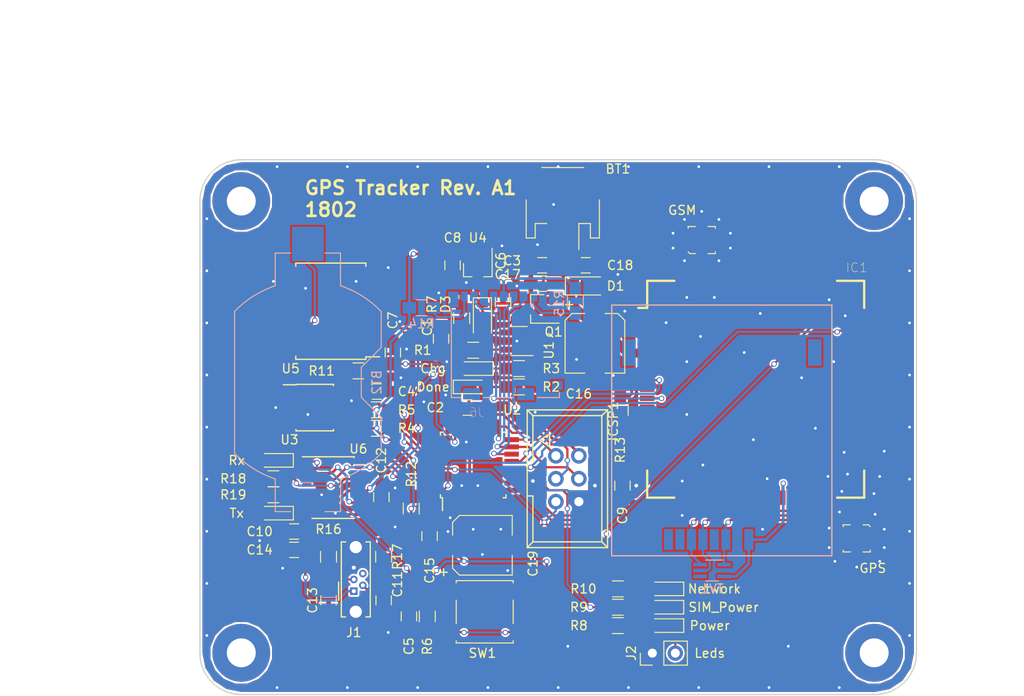
<source format=kicad_pcb>
(kicad_pcb (version 4) (host pcbnew 4.0.7)

  (general
    (links 315)
    (no_connects 0)
    (area 76.986002 51.656 194.286 129.599)
    (thickness 1.6)
    (drawings 16)
    (tracks 607)
    (zones 0)
    (modules 193)
    (nets 110)
  )

  (page A4)
  (layers
    (0 F.Cu signal)
    (31 B.Cu signal)
    (32 B.Adhes user)
    (33 F.Adhes user)
    (34 B.Paste user)
    (35 F.Paste user)
    (36 B.SilkS user)
    (37 F.SilkS user)
    (38 B.Mask user)
    (39 F.Mask user)
    (40 Dwgs.User user)
    (41 Cmts.User user)
    (42 Eco1.User user)
    (43 Eco2.User user)
    (44 Edge.Cuts user)
    (45 Margin user)
    (46 B.CrtYd user)
    (47 F.CrtYd user)
    (48 B.Fab user hide)
    (49 F.Fab user hide)
  )

  (setup
    (last_trace_width 0.25)
    (trace_clearance 0.2)
    (zone_clearance 0.2)
    (zone_45_only yes)
    (trace_min 0.2)
    (segment_width 0.2)
    (edge_width 0.15)
    (via_size 0.6)
    (via_drill 0.4)
    (via_min_size 0.6)
    (via_min_drill 0.3)
    (uvia_size 0.3)
    (uvia_drill 0.1)
    (uvias_allowed no)
    (uvia_min_size 0.2)
    (uvia_min_drill 0.1)
    (pcb_text_width 0.3)
    (pcb_text_size 1.5 1.5)
    (mod_edge_width 0.15)
    (mod_text_size 1 1)
    (mod_text_width 0.15)
    (pad_size 2.1 2.1)
    (pad_drill 1.35)
    (pad_to_mask_clearance 0.2)
    (aux_axis_origin 0 0)
    (visible_elements 7FFFFF7F)
    (pcbplotparams
      (layerselection 0x011f0_80000001)
      (usegerberextensions true)
      (excludeedgelayer true)
      (linewidth 0.100000)
      (plotframeref false)
      (viasonmask false)
      (mode 1)
      (useauxorigin false)
      (hpglpennumber 1)
      (hpglpenspeed 20)
      (hpglpendiameter 15)
      (hpglpenoverlay 2)
      (psnegative false)
      (psa4output false)
      (plotreference true)
      (plotvalue true)
      (plotinvisibletext false)
      (padsonsilk false)
      (subtractmaskfromsilk false)
      (outputformat 1)
      (mirror false)
      (drillshape 0)
      (scaleselection 1)
      (outputdirectory "../../../tmp/kicad output - gps/"))
  )

  (net 0 "")
  (net 1 +BATT)
  (net 2 GND)
  (net 3 "Net-(BT2-Pad1)")
  (net 4 VBUS)
  (net 5 "Net-(C2-Pad1)")
  (net 6 +3V3)
  (net 7 /ARD_RST)
  (net 8 /DTR)
  (net 9 "Net-(C6-Pad1)")
  (net 10 /RTC_PWR)
  (net 11 "Net-(C9-Pad1)")
  (net 12 "Net-(C11-Pad1)")
  (net 13 "Net-(C13-Pad1)")
  (net 14 +2V8)
  (net 15 /SIM808_P)
  (net 16 "Net-(IC1-Pad9)")
  (net 17 /SIM808_RI)
  (net 18 "Net-(IC1-Pad11)")
  (net 19 "Net-(IC1-Pad12)")
  (net 20 "Net-(IC1-Pad13)")
  (net 21 /ARD_HRX)
  (net 22 /ARD_HTX)
  (net 23 "Net-(IC1-Pad19)")
  (net 24 "Net-(IC1-Pad20)")
  (net 25 "Net-(IC1-Pad21)")
  (net 26 "Net-(IC1-Pad22)")
  (net 27 "Net-(IC1-Pad23)")
  (net 28 "Net-(IC1-Pad24)")
  (net 29 "Net-(IC1-Pad25)")
  (net 30 "Net-(IC1-Pad26)")
  (net 31 "Net-(IC1-Pad27)")
  (net 32 +1V8)
  (net 33 /SIMDATA)
  (net 34 /SIMCLK)
  (net 35 /SIMRST)
  (net 36 "Net-(IC1-Pad33)")
  (net 37 "Net-(IC1-Pad37)")
  (net 38 "Net-(IC1-Pad38)")
  (net 39 "Net-(IC1-Pad39)")
  (net 40 "Net-(IC1-Pad41)")
  (net 41 "Net-(IC1-Pad42)")
  (net 42 "Net-(IC1-Pad43)")
  (net 43 "Net-(IC1-Pad44)")
  (net 44 "Net-(IC1-Pad45)")
  (net 45 "Net-(IC1-Pad46)")
  (net 46 "Net-(IC1-Pad47)")
  (net 47 "Net-(IC1-Pad48)")
  (net 48 /SIM808_S)
  (net 49 /NETWORK_LED)
  (net 50 "Net-(IC1-Pad53)")
  (net 51 "Net-(IC1-Pad55)")
  (net 52 "Net-(IC1-Pad56)")
  (net 53 "Net-(IC1-Pad57)")
  (net 54 "Net-(IC1-Pad58)")
  (net 55 "Net-(IC1-Pad59)")
  (net 56 "Net-(IC1-Pad60)")
  (net 57 "Net-(IC1-Pad61)")
  (net 58 "Net-(IC1-Pad62)")
  (net 59 "Net-(IC1-Pad63)")
  (net 60 /ARD_MISO)
  (net 61 /ARD_SCK)
  (net 62 /ARD_MOSI)
  (net 63 "Net-(J1-Pad4)")
  (net 64 "Net-(J2-Pad2)")
  (net 65 "Net-(J3-Pad6)")
  (net 66 "Net-(J6-Pad8)")
  (net 67 /ARD_IO10)
  (net 68 "Net-(J6-Pad1)")
  (net 69 "Net-(R1-Pad1)")
  (net 70 "Net-(R2-Pad2)")
  (net 71 /SDA)
  (net 72 /SCL)
  (net 73 /WAKE_UP)
  (net 74 "Net-(R16-Pad1)")
  (net 75 "Net-(R17-Pad2)")
  (net 76 "Net-(R18-Pad1)")
  (net 77 "Net-(R19-Pad1)")
  (net 78 "Net-(U2-Pad7)")
  (net 79 "Net-(U2-Pad8)")
  (net 80 "Net-(U2-Pad11)")
  (net 81 "Net-(U2-Pad19)")
  (net 82 "Net-(U2-Pad22)")
  (net 83 "Net-(U2-Pad24)")
  (net 84 "Net-(U2-Pad25)")
  (net 85 "Net-(U2-Pad26)")
  (net 86 /ARD_RX)
  (net 87 /ARD_TX)
  (net 88 "Net-(U3-Pad7)")
  (net 89 "Net-(U5-Pad1)")
  (net 90 "Net-(U5-Pad4)")
  (net 91 "Net-(U6-Pad2)")
  (net 92 +3V3_FDTI)
  (net 93 "Net-(U6-Pad5)")
  (net 94 "Net-(U6-Pad7)")
  (net 95 "Net-(U6-Pad8)")
  (net 96 "Net-(U6-Pad18)")
  (net 97 "Net-(U6-Pad19)")
  (net 98 "Net-(LED1-Pad1)")
  (net 99 "Net-(LED2-Pad2)")
  (net 100 "Net-(LED3-Pad2)")
  (net 101 "Net-(LED4-Pad2)")
  (net 102 "Net-(LED5-Pad2)")
  (net 103 "Net-(LED6-Pad2)")
  (net 104 "Net-(LED7-Pad2)")
  (net 105 "Net-(U2-Pad2)")
  (net 106 "Net-(TV1-Pad4)")
  (net 107 +3.3VP)
  (net 108 /GPS)
  (net 109 /GSM)

  (net_class Default "This is the default net class."
    (clearance 0.2)
    (trace_width 0.25)
    (via_dia 0.6)
    (via_drill 0.4)
    (uvia_dia 0.3)
    (uvia_drill 0.1)
    (add_net +3.3VP)
    (add_net /ARD_HRX)
    (add_net /ARD_HTX)
    (add_net /ARD_IO10)
    (add_net /ARD_MISO)
    (add_net /ARD_MOSI)
    (add_net /ARD_RST)
    (add_net /ARD_RX)
    (add_net /ARD_SCK)
    (add_net /ARD_TX)
    (add_net /DTR)
    (add_net /NETWORK_LED)
    (add_net /RTC_PWR)
    (add_net /SCL)
    (add_net /SDA)
    (add_net /SIM808_P)
    (add_net /SIM808_RI)
    (add_net /SIM808_S)
    (add_net /SIMCLK)
    (add_net /SIMDATA)
    (add_net /SIMRST)
    (add_net /WAKE_UP)
    (add_net GND)
    (add_net "Net-(BT2-Pad1)")
    (add_net "Net-(C11-Pad1)")
    (add_net "Net-(C13-Pad1)")
    (add_net "Net-(C2-Pad1)")
    (add_net "Net-(C6-Pad1)")
    (add_net "Net-(C9-Pad1)")
    (add_net "Net-(IC1-Pad11)")
    (add_net "Net-(IC1-Pad12)")
    (add_net "Net-(IC1-Pad13)")
    (add_net "Net-(IC1-Pad19)")
    (add_net "Net-(IC1-Pad20)")
    (add_net "Net-(IC1-Pad21)")
    (add_net "Net-(IC1-Pad22)")
    (add_net "Net-(IC1-Pad23)")
    (add_net "Net-(IC1-Pad24)")
    (add_net "Net-(IC1-Pad25)")
    (add_net "Net-(IC1-Pad26)")
    (add_net "Net-(IC1-Pad27)")
    (add_net "Net-(IC1-Pad33)")
    (add_net "Net-(IC1-Pad37)")
    (add_net "Net-(IC1-Pad38)")
    (add_net "Net-(IC1-Pad39)")
    (add_net "Net-(IC1-Pad41)")
    (add_net "Net-(IC1-Pad42)")
    (add_net "Net-(IC1-Pad43)")
    (add_net "Net-(IC1-Pad44)")
    (add_net "Net-(IC1-Pad45)")
    (add_net "Net-(IC1-Pad46)")
    (add_net "Net-(IC1-Pad47)")
    (add_net "Net-(IC1-Pad48)")
    (add_net "Net-(IC1-Pad53)")
    (add_net "Net-(IC1-Pad55)")
    (add_net "Net-(IC1-Pad56)")
    (add_net "Net-(IC1-Pad57)")
    (add_net "Net-(IC1-Pad58)")
    (add_net "Net-(IC1-Pad59)")
    (add_net "Net-(IC1-Pad60)")
    (add_net "Net-(IC1-Pad61)")
    (add_net "Net-(IC1-Pad62)")
    (add_net "Net-(IC1-Pad63)")
    (add_net "Net-(IC1-Pad9)")
    (add_net "Net-(J1-Pad4)")
    (add_net "Net-(J2-Pad2)")
    (add_net "Net-(J3-Pad6)")
    (add_net "Net-(J6-Pad1)")
    (add_net "Net-(J6-Pad8)")
    (add_net "Net-(LED1-Pad1)")
    (add_net "Net-(LED2-Pad2)")
    (add_net "Net-(LED3-Pad2)")
    (add_net "Net-(LED4-Pad2)")
    (add_net "Net-(LED5-Pad2)")
    (add_net "Net-(LED6-Pad2)")
    (add_net "Net-(LED7-Pad2)")
    (add_net "Net-(R1-Pad1)")
    (add_net "Net-(R16-Pad1)")
    (add_net "Net-(R17-Pad2)")
    (add_net "Net-(R18-Pad1)")
    (add_net "Net-(R19-Pad1)")
    (add_net "Net-(R2-Pad2)")
    (add_net "Net-(TV1-Pad4)")
    (add_net "Net-(U2-Pad11)")
    (add_net "Net-(U2-Pad19)")
    (add_net "Net-(U2-Pad2)")
    (add_net "Net-(U2-Pad22)")
    (add_net "Net-(U2-Pad24)")
    (add_net "Net-(U2-Pad25)")
    (add_net "Net-(U2-Pad26)")
    (add_net "Net-(U2-Pad7)")
    (add_net "Net-(U2-Pad8)")
    (add_net "Net-(U3-Pad7)")
    (add_net "Net-(U5-Pad1)")
    (add_net "Net-(U5-Pad4)")
    (add_net "Net-(U6-Pad18)")
    (add_net "Net-(U6-Pad19)")
    (add_net "Net-(U6-Pad2)")
    (add_net "Net-(U6-Pad5)")
    (add_net "Net-(U6-Pad7)")
    (add_net "Net-(U6-Pad8)")
  )

  (net_class High_Power ""
    (clearance 0.2)
    (trace_width 1)
    (via_dia 0.6)
    (via_drill 0.4)
    (uvia_dia 0.3)
    (uvia_drill 0.1)
    (add_net +BATT)
  )

  (net_class Low_power ""
    (clearance 0.2)
    (trace_width 0.3)
    (via_dia 0.6)
    (via_drill 0.4)
    (uvia_dia 0.3)
    (uvia_drill 0.1)
    (add_net +1V8)
    (add_net +2V8)
    (add_net +3V3)
    (add_net +3V3_FDTI)
    (add_net VBUS)
  )

  (net_class RF ""
    (clearance 0.2)
    (trace_width 1.5)
    (via_dia 0.6)
    (via_drill 0.4)
    (uvia_dia 0.3)
    (uvia_drill 0.1)
    (add_net /GPS)
    (add_net /GSM)
  )

  (module custom-conn:Via-0.6mm (layer F.Cu) (tedit 5A4D388C) (tstamp 5A5F76FB)
    (at 126.619 91.186)
    (fp_text reference VIA** (at 0 1.27) (layer F.SilkS) hide
      (effects (font (size 1 1) (thickness 0.15)))
    )
    (fp_text value Via-0.6mm (at 0 -1.016) (layer F.Fab) hide
      (effects (font (size 1 1) (thickness 0.15)))
    )
    (pad 1 thru_hole circle (at 0 0) (size 0.6 0.6) (drill 0.3) (layers *.Cu)
      (net 2 GND) (zone_connect 2))
  )

  (module custom-conn:Via-0.6mm (layer F.Cu) (tedit 5A4D388C) (tstamp 5A5F45F5)
    (at 136.398 96.774)
    (fp_text reference VIA** (at 0 1.27) (layer F.SilkS) hide
      (effects (font (size 1 1) (thickness 0.15)))
    )
    (fp_text value Via-0.6mm (at 0 -1.016) (layer F.Fab) hide
      (effects (font (size 1 1) (thickness 0.15)))
    )
    (pad 1 thru_hole circle (at 0 0) (size 0.6 0.6) (drill 0.3) (layers *.Cu)
      (net 2 GND) (zone_connect 2))
  )

  (module custom-conn:Via-0.6mm (layer F.Cu) (tedit 5A4D388C) (tstamp 5A5F45D7)
    (at 128.778 82.423)
    (fp_text reference VIA** (at 0 1.27) (layer F.SilkS) hide
      (effects (font (size 1 1) (thickness 0.15)))
    )
    (fp_text value Via-0.6mm (at 0 -1.016) (layer F.Fab) hide
      (effects (font (size 1 1) (thickness 0.15)))
    )
    (pad 1 thru_hole circle (at 0 0) (size 0.6 0.6) (drill 0.3) (layers *.Cu)
      (net 2 GND) (zone_connect 2))
  )

  (module 104031-0811:MOLEX_104031-0811 (layer B.Cu) (tedit 5A5E4A61) (tstamp 5A36A08F)
    (at 133.096 89.154)
    (path /5A2F1BF7)
    (attr smd)
    (fp_text reference J6 (at -3.18735 7.64968) (layer B.SilkS)
      (effects (font (size 1.0039 1.0039) (thickness 0.05)) (justify mirror))
    )
    (fp_text value Micro_SD_Card (at -2.54813 -7.00732) (layer B.SilkS) hide
      (effects (font (size 1.00319 1.00319) (thickness 0.05)) (justify mirror))
    )
    (fp_line (start -4.953 6) (end -5.975 6) (layer B.SilkS) (width 0.127))
    (fp_line (start -5.975 6) (end -5.975 -3.556) (layer B.SilkS) (width 0.127))
    (fp_line (start 3.556 6) (end 5.975 6) (layer B.SilkS) (width 0.127))
    (fp_line (start 5.975 6) (end 5.975 5.461) (layer B.SilkS) (width 0.127))
    (fp_line (start 0.889 6) (end -2.413 6) (layer B.SilkS) (width 0.127))
    (fp_line (start -5.975 6) (end 5.975 6) (layer Dwgs.User) (width 0.1))
    (fp_line (start 5.975 6) (end 5.975 -5.45) (layer Dwgs.User) (width 0.1))
    (fp_line (start 5.975 -5.45) (end -5.975 -5.45) (layer Dwgs.User) (width 0.1))
    (fp_line (start -5.975 -5.45) (end -5.975 6) (layer Dwgs.User) (width 0.1))
    (fp_line (start -6.731 -6.096) (end 6.604 -6.096) (layer Dwgs.User) (width 0.05))
    (fp_line (start 6.604 -6.096) (end 6.604 6.604) (layer Dwgs.User) (width 0.05))
    (fp_line (start 6.604 6.604) (end -6.731 6.604) (layer Dwgs.User) (width 0.05))
    (fp_line (start -6.731 6.604) (end -6.731 -6.096) (layer Dwgs.User) (width 0.05))
    (fp_circle (center 2.968 -4.151) (end 3.068 -4.151) (layer B.SilkS) (width 0.2))
    (pad 8 smd rect (at -4.545 -5.2) (size 0.75 1.1) (layers B.Cu B.Paste B.Mask)
      (net 66 "Net-(J6-Pad8)"))
    (pad 7 smd rect (at -3.495 -5.2) (size 0.85 1.1) (layers B.Cu B.Paste B.Mask)
      (net 60 /ARD_MISO))
    (pad 6 smd rect (at -2.395 -5.2) (size 0.85 1.1) (layers B.Cu B.Paste B.Mask)
      (net 2 GND))
    (pad 5 smd rect (at -1.295 -5.2) (size 0.85 1.1) (layers B.Cu B.Paste B.Mask)
      (net 61 /ARD_SCK))
    (pad 4 smd rect (at -0.195 -5.2) (size 0.85 1.1) (layers B.Cu B.Paste B.Mask)
      (net 6 +3V3))
    (pad 3 smd rect (at 0.905 -5.2) (size 0.85 1.1) (layers B.Cu B.Paste B.Mask)
      (net 62 /ARD_MOSI))
    (pad 2 smd rect (at 2.005 -5.2) (size 0.875 1.1) (layers B.Cu B.Paste B.Mask)
      (net 67 /ARD_IO10))
    (pad 1 smd rect (at 3.105 -5.2) (size 0.85 1.1) (layers B.Cu B.Paste B.Mask)
      (net 68 "Net-(J6-Pad1)"))
    (pad 9 smd rect (at 5.74 0.95) (size 1.2 1) (layers B.Cu B.Paste B.Mask)
      (net 2 GND))
    (pad 10 smd rect (at 5.74 4.65) (size 1.2 1) (layers B.Cu B.Paste B.Mask))
    (pad G3 smd rect (at -3.73 5.625) (size 1.9 1.35) (layers B.Cu B.Paste B.Mask))
    (pad G4 smd rect (at 2.24 5.625) (size 1.9 1.35) (layers B.Cu B.Paste B.Mask))
    (pad G2 smd rect (at -5.755 -4.85) (size 1.17 1.8) (layers B.Cu B.Paste B.Mask))
    (pad G1 smd rect (at 5.565 -5.075) (size 1.55 1.35) (layers B.Cu B.Paste B.Mask))
  )

  (module custom-conn:Via-0.6mm (layer F.Cu) (tedit 5A4D388C) (tstamp 5A5F44C1)
    (at 132.715 78.359)
    (fp_text reference VIA** (at 0 1.27) (layer F.SilkS) hide
      (effects (font (size 1 1) (thickness 0.15)))
    )
    (fp_text value Via-0.6mm (at 0 -1.016) (layer F.Fab) hide
      (effects (font (size 1 1) (thickness 0.15)))
    )
    (pad 1 thru_hole circle (at 0 0) (size 0.6 0.6) (drill 0.3) (layers *.Cu)
      (net 2 GND) (zone_connect 2))
  )

  (module custom-conn:Via-0.6mm (layer F.Cu) (tedit 5A4D388C) (tstamp 5A53E148)
    (at 162.052 104.14)
    (fp_text reference VIA** (at 0 1.27) (layer F.SilkS) hide
      (effects (font (size 1 1) (thickness 0.15)))
    )
    (fp_text value Via-0.6mm (at 0 -1.016) (layer F.Fab) hide
      (effects (font (size 1 1) (thickness 0.15)))
    )
    (pad 1 thru_hole circle (at 0 0) (size 0.6 0.6) (drill 0.3) (layers *.Cu)
      (net 2 GND) (zone_connect 2))
  )

  (module custom-conn:Via-0.6mm (layer F.Cu) (tedit 5A4D388C) (tstamp 5A53E115)
    (at 161.544 109.728)
    (fp_text reference VIA** (at 0 1.27) (layer F.SilkS) hide
      (effects (font (size 1 1) (thickness 0.15)))
    )
    (fp_text value Via-0.6mm (at 0 -1.016) (layer F.Fab) hide
      (effects (font (size 1 1) (thickness 0.15)))
    )
    (pad 1 thru_hole circle (at 0 0) (size 0.6 0.6) (drill 0.3) (layers *.Cu)
      (net 2 GND) (zone_connect 2))
  )

  (module acronet:47553-0001 (layer B.Cu) (tedit 5A53E0DF) (tstamp 5A36A06D)
    (at 151.13 90.17 90)
    (descr "Molex 47553-0001 1.27mm-pitch 6-circuit SIM Card Holder (SMD)")
    (tags "SIM CARD HOLDER")
    (path /59A3994A)
    (fp_text reference J3 (at 0 -9.37 90) (layer B.SilkS) hide
      (effects (font (size 1.00076 1.00076) (thickness 0.20066)) (justify mirror))
    )
    (fp_text value 47553-0001 (at 0 21.18 90) (layer B.SilkS) hide
      (effects (font (size 1.00076 1.00076) (thickness 0.20066)) (justify mirror))
    )
    (fp_line (start -22.5 -6.28) (end 5.25 -6.27) (layer B.SilkS) (width 0.14986))
    (fp_line (start -22.5 18.08) (end 5.25 18.08) (layer B.SilkS) (width 0.14986))
    (fp_line (start 5.25 18.08) (end 5.25 -6.27) (layer B.SilkS) (width 0.14986))
    (fp_line (start -22.5 -6.27) (end -22.5 18.08) (layer B.SilkS) (width 0.14986))
    (pad 3 smd rect (at -20.7 3.81 90) (size 2.3 1) (layers B.Cu B.Paste B.Mask)
      (net 34 /SIMCLK))
    (pad CD1 smd rect (at -20.7 1.27 90) (size 2.3 1) (layers B.Cu B.Paste B.Mask))
    (pad CD2 smd rect (at -20.7 0 90) (size 2.3 1) (layers B.Cu B.Paste B.Mask))
    (pad 2 smd rect (at -20.7 6.35 90) (size 2.3 1) (layers B.Cu B.Paste B.Mask)
      (net 35 /SIMRST))
    (pad 1 smd rect (at -20.7 8.89 90) (size 2.3 1) (layers B.Cu B.Paste B.Mask)
      (net 32 +1V8))
    (pad 7 smd rect (at -20.7 2.54 90) (size 2.3 1) (layers B.Cu B.Paste B.Mask)
      (net 33 /SIMDATA))
    (pad 5 smd rect (at -20.7 7.62 90) (size 2.3 1) (layers B.Cu B.Paste B.Mask)
      (net 2 GND))
    (pad 6 smd rect (at -20.7 5.08 90) (size 2.3 1) (layers B.Cu B.Paste B.Mask)
      (net 65 "Net-(J3-Pad6)"))
    (pad GND1 smd rect (at 0 16.18 90) (size 2.95 1.5) (layers B.Cu B.Paste B.Mask))
    (pad GND2 smd rect (at 0 -4.37 90) (size 2.95 1.5) (layers B.Cu B.Paste B.Mask))
  )

  (module custom-conn:Via-0.6mm (layer F.Cu) (tedit 5A4D388C) (tstamp 5A52B3D0)
    (at 175.006 101.092)
    (fp_text reference VIA** (at 0 1.27) (layer F.SilkS) hide
      (effects (font (size 1 1) (thickness 0.15)))
    )
    (fp_text value Via-0.6mm (at 0 -1.016) (layer F.Fab) hide
      (effects (font (size 1 1) (thickness 0.15)))
    )
    (pad 1 thru_hole circle (at 0 0) (size 0.6 0.6) (drill 0.3) (layers *.Cu)
      (net 2 GND) (zone_connect 2))
  )

  (module custom-conn:Via-0.6mm (layer F.Cu) (tedit 5A4D388C) (tstamp 5A52B050)
    (at 164.3888 122.682)
    (fp_text reference VIA** (at 0 1.27) (layer F.SilkS) hide
      (effects (font (size 1 1) (thickness 0.15)))
    )
    (fp_text value Via-0.6mm (at 0 -1.016) (layer F.Fab) hide
      (effects (font (size 1 1) (thickness 0.15)))
    )
    (pad 1 thru_hole circle (at 0 0) (size 0.6 0.6) (drill 0.3) (layers *.Cu)
      (net 2 GND) (zone_connect 2))
  )

  (module custom-conn:Via-0.6mm (layer F.Cu) (tedit 5A4D388C) (tstamp 5A52B040)
    (at 140.0048 122.682)
    (fp_text reference VIA** (at 0 1.27) (layer F.SilkS) hide
      (effects (font (size 1 1) (thickness 0.15)))
    )
    (fp_text value Via-0.6mm (at 0 -1.016) (layer F.Fab) hide
      (effects (font (size 1 1) (thickness 0.15)))
    )
    (pad 1 thru_hole circle (at 0 0) (size 0.6 0.6) (drill 0.3) (layers *.Cu)
      (net 2 GND) (zone_connect 2))
  )

  (module custom-conn:Via-0.6mm (layer F.Cu) (tedit 5A4D388C) (tstamp 5A52B030)
    (at 120.142 121.158)
    (fp_text reference VIA** (at 0 1.27) (layer F.SilkS) hide
      (effects (font (size 1 1) (thickness 0.15)))
    )
    (fp_text value Via-0.6mm (at 0 -1.016) (layer F.Fab) hide
      (effects (font (size 1 1) (thickness 0.15)))
    )
    (pad 1 thru_hole circle (at 0 0) (size 0.6 0.6) (drill 0.3) (layers *.Cu)
      (net 2 GND) (zone_connect 2))
  )

  (module custom-conn:Via-0.6mm (layer F.Cu) (tedit 5A4D388C) (tstamp 5A52B029)
    (at 114.3 107.95)
    (fp_text reference VIA** (at 0 1.27) (layer F.SilkS) hide
      (effects (font (size 1 1) (thickness 0.15)))
    )
    (fp_text value Via-0.6mm (at 0 -1.016) (layer F.Fab) hide
      (effects (font (size 1 1) (thickness 0.15)))
    )
    (pad 1 thru_hole circle (at 0 0) (size 0.6 0.6) (drill 0.3) (layers *.Cu)
      (net 2 GND) (zone_connect 2))
  )

  (module Capacitors_SMD:C_0805_HandSoldering (layer F.Cu) (tedit 5A36E382) (tstamp 5A369F95)
    (at 120.65 90.17 90)
    (descr "Capacitor SMD 0805, hand soldering")
    (tags "capacitor 0805")
    (path /5A3745DB)
    (attr smd)
    (fp_text reference C7 (at 3.556 0 90) (layer F.SilkS)
      (effects (font (size 1 1) (thickness 0.15)))
    )
    (fp_text value 0.1uF (at 0 1.75 90) (layer F.Fab) hide
      (effects (font (size 1 1) (thickness 0.15)))
    )
    (fp_text user %R (at 0 -1.75 90) (layer F.Fab)
      (effects (font (size 1 1) (thickness 0.15)))
    )
    (fp_line (start -1 0.62) (end -1 -0.62) (layer F.Fab) (width 0.1))
    (fp_line (start 1 0.62) (end -1 0.62) (layer F.Fab) (width 0.1))
    (fp_line (start 1 -0.62) (end 1 0.62) (layer F.Fab) (width 0.1))
    (fp_line (start -1 -0.62) (end 1 -0.62) (layer F.Fab) (width 0.1))
    (fp_line (start 0.5 -0.85) (end -0.5 -0.85) (layer F.SilkS) (width 0.12))
    (fp_line (start -0.5 0.85) (end 0.5 0.85) (layer F.SilkS) (width 0.12))
    (fp_line (start -2.25 -0.88) (end 2.25 -0.88) (layer F.CrtYd) (width 0.05))
    (fp_line (start -2.25 -0.88) (end -2.25 0.87) (layer F.CrtYd) (width 0.05))
    (fp_line (start 2.25 0.87) (end 2.25 -0.88) (layer F.CrtYd) (width 0.05))
    (fp_line (start 2.25 0.87) (end -2.25 0.87) (layer F.CrtYd) (width 0.05))
    (pad 1 smd rect (at -1.25 0 90) (size 1.5 1.25) (layers F.Cu F.Paste F.Mask)
      (net 10 /RTC_PWR))
    (pad 2 smd rect (at 1.25 0 90) (size 1.5 1.25) (layers F.Cu F.Paste F.Mask)
      (net 2 GND))
    (model Capacitors_SMD.3dshapes/C_0805.wrl
      (at (xyz 0 0 0))
      (scale (xyz 1 1 1))
      (rotate (xyz 0 0 0))
    )
  )

  (module custom-conn:Via-0.6mm (layer F.Cu) (tedit 5A4D388C) (tstamp 5A52AE0C)
    (at 175.006 111.76)
    (fp_text reference VIA** (at 0 1.27) (layer F.SilkS) hide
      (effects (font (size 1 1) (thickness 0.15)))
    )
    (fp_text value Via-0.6mm (at 0 -1.016) (layer F.Fab) hide
      (effects (font (size 1 1) (thickness 0.15)))
    )
    (pad 1 thru_hole circle (at 0 0) (size 0.6 0.6) (drill 0.3) (layers *.Cu)
      (net 2 GND) (zone_connect 2))
  )

  (module custom-conn:Via-0.6mm (layer F.Cu) (tedit 5A4D388C) (tstamp 5A52AB24)
    (at 177.8 121.4882)
    (fp_text reference VIA** (at 0 1.27) (layer F.SilkS) hide
      (effects (font (size 1 1) (thickness 0.15)))
    )
    (fp_text value Via-0.6mm (at 0 -1.016) (layer F.Fab) hide
      (effects (font (size 1 1) (thickness 0.15)))
    )
    (pad 1 thru_hole circle (at 0 0) (size 0.6 0.6) (drill 0.3) (layers *.Cu)
      (net 2 GND) (zone_connect 2))
  )

  (module custom-conn:Via-0.6mm (layer F.Cu) (tedit 5A4D388C) (tstamp 5A52AB20)
    (at 177.8 115.7224)
    (fp_text reference VIA** (at 0 1.27) (layer F.SilkS) hide
      (effects (font (size 1 1) (thickness 0.15)))
    )
    (fp_text value Via-0.6mm (at 0 -1.016) (layer F.Fab) hide
      (effects (font (size 1 1) (thickness 0.15)))
    )
    (pad 1 thru_hole circle (at 0 0) (size 0.6 0.6) (drill 0.3) (layers *.Cu)
      (net 2 GND) (zone_connect 2))
  )

  (module custom-conn:Via-0.6mm (layer F.Cu) (tedit 5A4D388C) (tstamp 5A52AB1C)
    (at 177.8 109.9566)
    (fp_text reference VIA** (at 0 1.27) (layer F.SilkS) hide
      (effects (font (size 1 1) (thickness 0.15)))
    )
    (fp_text value Via-0.6mm (at 0 -1.016) (layer F.Fab) hide
      (effects (font (size 1 1) (thickness 0.15)))
    )
    (pad 1 thru_hole circle (at 0 0) (size 0.6 0.6) (drill 0.3) (layers *.Cu)
      (net 2 GND) (zone_connect 2))
  )

  (module custom-conn:Via-0.6mm (layer F.Cu) (tedit 5A4D388C) (tstamp 5A52AB18)
    (at 177.8 104.1908)
    (fp_text reference VIA** (at 0 1.27) (layer F.SilkS) hide
      (effects (font (size 1 1) (thickness 0.15)))
    )
    (fp_text value Via-0.6mm (at 0 -1.016) (layer F.Fab) hide
      (effects (font (size 1 1) (thickness 0.15)))
    )
    (pad 1 thru_hole circle (at 0 0) (size 0.6 0.6) (drill 0.3) (layers *.Cu)
      (net 2 GND) (zone_connect 2))
  )

  (module custom-conn:Via-0.6mm (layer F.Cu) (tedit 5A4D388C) (tstamp 5A52AB14)
    (at 177.8 98.425)
    (fp_text reference VIA** (at 0 1.27) (layer F.SilkS) hide
      (effects (font (size 1 1) (thickness 0.15)))
    )
    (fp_text value Via-0.6mm (at 0 -1.016) (layer F.Fab) hide
      (effects (font (size 1 1) (thickness 0.15)))
    )
    (pad 1 thru_hole circle (at 0 0) (size 0.6 0.6) (drill 0.3) (layers *.Cu)
      (net 2 GND) (zone_connect 2))
  )

  (module custom-conn:Via-0.6mm (layer F.Cu) (tedit 5A4D388C) (tstamp 5A52AB10)
    (at 177.8 92.6592)
    (fp_text reference VIA** (at 0 1.27) (layer F.SilkS) hide
      (effects (font (size 1 1) (thickness 0.15)))
    )
    (fp_text value Via-0.6mm (at 0 -1.016) (layer F.Fab) hide
      (effects (font (size 1 1) (thickness 0.15)))
    )
    (pad 1 thru_hole circle (at 0 0) (size 0.6 0.6) (drill 0.3) (layers *.Cu)
      (net 2 GND) (zone_connect 2))
  )

  (module custom-conn:Via-0.6mm (layer F.Cu) (tedit 5A4D388C) (tstamp 5A52AB0C)
    (at 177.8 86.8934)
    (fp_text reference VIA** (at 0 1.27) (layer F.SilkS) hide
      (effects (font (size 1 1) (thickness 0.15)))
    )
    (fp_text value Via-0.6mm (at 0 -1.016) (layer F.Fab) hide
      (effects (font (size 1 1) (thickness 0.15)))
    )
    (pad 1 thru_hole circle (at 0 0) (size 0.6 0.6) (drill 0.3) (layers *.Cu)
      (net 2 GND) (zone_connect 2))
  )

  (module custom-conn:Via-0.6mm (layer F.Cu) (tedit 5A4D388C) (tstamp 5A52AB08)
    (at 177.8 81.1276)
    (fp_text reference VIA** (at 0 1.27) (layer F.SilkS) hide
      (effects (font (size 1 1) (thickness 0.15)))
    )
    (fp_text value Via-0.6mm (at 0 -1.016) (layer F.Fab) hide
      (effects (font (size 1 1) (thickness 0.15)))
    )
    (pad 1 thru_hole circle (at 0 0) (size 0.6 0.6) (drill 0.3) (layers *.Cu)
      (net 2 GND) (zone_connect 2))
  )

  (module custom-conn:Via-0.6mm (layer F.Cu) (tedit 5A4D388C) (tstamp 5A52AB04)
    (at 177.8 75.3618)
    (fp_text reference VIA** (at 0 1.27) (layer F.SilkS) hide
      (effects (font (size 1 1) (thickness 0.15)))
    )
    (fp_text value Via-0.6mm (at 0 -1.016) (layer F.Fab) hide
      (effects (font (size 1 1) (thickness 0.15)))
    )
    (pad 1 thru_hole circle (at 0 0) (size 0.6 0.6) (drill 0.3) (layers *.Cu)
      (net 2 GND) (zone_connect 2))
  )

  (module custom-conn:Via-0.6mm (layer F.Cu) (tedit 5A4D388C) (tstamp 5A52AAFB)
    (at 170.0276 127.254)
    (fp_text reference VIA** (at 0 1.27) (layer F.SilkS) hide
      (effects (font (size 1 1) (thickness 0.15)))
    )
    (fp_text value Via-0.6mm (at 0 -1.016) (layer F.Fab) hide
      (effects (font (size 1 1) (thickness 0.15)))
    )
    (pad 1 thru_hole circle (at 0 0) (size 0.6 0.6) (drill 0.3) (layers *.Cu)
      (net 2 GND) (zone_connect 2))
  )

  (module custom-conn:Via-0.6mm (layer F.Cu) (tedit 5A4D388C) (tstamp 5A52AAF7)
    (at 162.2552 127.254)
    (fp_text reference VIA** (at 0 1.27) (layer F.SilkS) hide
      (effects (font (size 1 1) (thickness 0.15)))
    )
    (fp_text value Via-0.6mm (at 0 -1.016) (layer F.Fab) hide
      (effects (font (size 1 1) (thickness 0.15)))
    )
    (pad 1 thru_hole circle (at 0 0) (size 0.6 0.6) (drill 0.3) (layers *.Cu)
      (net 2 GND) (zone_connect 2))
  )

  (module custom-conn:Via-0.6mm (layer F.Cu) (tedit 5A4D388C) (tstamp 5A52AAF3)
    (at 154.4828 127.254)
    (fp_text reference VIA** (at 0 1.27) (layer F.SilkS) hide
      (effects (font (size 1 1) (thickness 0.15)))
    )
    (fp_text value Via-0.6mm (at 0 -1.016) (layer F.Fab) hide
      (effects (font (size 1 1) (thickness 0.15)))
    )
    (pad 1 thru_hole circle (at 0 0) (size 0.6 0.6) (drill 0.3) (layers *.Cu)
      (net 2 GND) (zone_connect 2))
  )

  (module custom-conn:Via-0.6mm (layer F.Cu) (tedit 5A4D388C) (tstamp 5A52AAEF)
    (at 146.7104 127.254)
    (fp_text reference VIA** (at 0 1.27) (layer F.SilkS) hide
      (effects (font (size 1 1) (thickness 0.15)))
    )
    (fp_text value Via-0.6mm (at 0 -1.016) (layer F.Fab) hide
      (effects (font (size 1 1) (thickness 0.15)))
    )
    (pad 1 thru_hole circle (at 0 0) (size 0.6 0.6) (drill 0.3) (layers *.Cu)
      (net 2 GND) (zone_connect 2))
  )

  (module custom-conn:Via-0.6mm (layer F.Cu) (tedit 5A4D388C) (tstamp 5A52AAEB)
    (at 138.938 127.254)
    (fp_text reference VIA** (at 0 1.27) (layer F.SilkS) hide
      (effects (font (size 1 1) (thickness 0.15)))
    )
    (fp_text value Via-0.6mm (at 0 -1.016) (layer F.Fab) hide
      (effects (font (size 1 1) (thickness 0.15)))
    )
    (pad 1 thru_hole circle (at 0 0) (size 0.6 0.6) (drill 0.3) (layers *.Cu)
      (net 2 GND) (zone_connect 2))
  )

  (module custom-conn:Via-0.6mm (layer F.Cu) (tedit 5A4D388C) (tstamp 5A52AAE7)
    (at 131.1656 127.254)
    (fp_text reference VIA** (at 0 1.27) (layer F.SilkS) hide
      (effects (font (size 1 1) (thickness 0.15)))
    )
    (fp_text value Via-0.6mm (at 0 -1.016) (layer F.Fab) hide
      (effects (font (size 1 1) (thickness 0.15)))
    )
    (pad 1 thru_hole circle (at 0 0) (size 0.6 0.6) (drill 0.3) (layers *.Cu)
      (net 2 GND) (zone_connect 2))
  )

  (module custom-conn:Via-0.6mm (layer F.Cu) (tedit 5A4D388C) (tstamp 5A52AAE3)
    (at 123.3932 127.254)
    (fp_text reference VIA** (at 0 1.27) (layer F.SilkS) hide
      (effects (font (size 1 1) (thickness 0.15)))
    )
    (fp_text value Via-0.6mm (at 0 -1.016) (layer F.Fab) hide
      (effects (font (size 1 1) (thickness 0.15)))
    )
    (pad 1 thru_hole circle (at 0 0) (size 0.6 0.6) (drill 0.3) (layers *.Cu)
      (net 2 GND) (zone_connect 2))
  )

  (module custom-conn:Via-0.6mm (layer F.Cu) (tedit 5A4D388C) (tstamp 5A52AADF)
    (at 115.6208 127.254)
    (fp_text reference VIA** (at 0 1.27) (layer F.SilkS) hide
      (effects (font (size 1 1) (thickness 0.15)))
    )
    (fp_text value Via-0.6mm (at 0 -1.016) (layer F.Fab) hide
      (effects (font (size 1 1) (thickness 0.15)))
    )
    (pad 1 thru_hole circle (at 0 0) (size 0.6 0.6) (drill 0.3) (layers *.Cu)
      (net 2 GND) (zone_connect 2))
  )

  (module custom-conn:Via-0.6mm (layer F.Cu) (tedit 5A4D388C) (tstamp 5A52AADB)
    (at 107.8484 127.254)
    (fp_text reference VIA** (at 0 1.27) (layer F.SilkS) hide
      (effects (font (size 1 1) (thickness 0.15)))
    )
    (fp_text value Via-0.6mm (at 0 -1.016) (layer F.Fab) hide
      (effects (font (size 1 1) (thickness 0.15)))
    )
    (pad 1 thru_hole circle (at 0 0) (size 0.6 0.6) (drill 0.3) (layers *.Cu)
      (net 2 GND) (zone_connect 2))
  )

  (module custom-conn:Via-0.6mm (layer F.Cu) (tedit 5A4D388C) (tstamp 5A52AAD0)
    (at 100.076 121.4882)
    (fp_text reference VIA** (at 0 1.27) (layer F.SilkS) hide
      (effects (font (size 1 1) (thickness 0.15)))
    )
    (fp_text value Via-0.6mm (at 0 -1.016) (layer F.Fab) hide
      (effects (font (size 1 1) (thickness 0.15)))
    )
    (pad 1 thru_hole circle (at 0 0) (size 0.6 0.6) (drill 0.3) (layers *.Cu)
      (net 2 GND) (zone_connect 2))
  )

  (module custom-conn:Via-0.6mm (layer F.Cu) (tedit 5A4D388C) (tstamp 5A52AACC)
    (at 100.076 115.7224)
    (fp_text reference VIA** (at 0 1.27) (layer F.SilkS) hide
      (effects (font (size 1 1) (thickness 0.15)))
    )
    (fp_text value Via-0.6mm (at 0 -1.016) (layer F.Fab) hide
      (effects (font (size 1 1) (thickness 0.15)))
    )
    (pad 1 thru_hole circle (at 0 0) (size 0.6 0.6) (drill 0.3) (layers *.Cu)
      (net 2 GND) (zone_connect 2))
  )

  (module custom-conn:Via-0.6mm (layer F.Cu) (tedit 5A4D388C) (tstamp 5A52AAC8)
    (at 100.076 109.9566)
    (fp_text reference VIA** (at 0 1.27) (layer F.SilkS) hide
      (effects (font (size 1 1) (thickness 0.15)))
    )
    (fp_text value Via-0.6mm (at 0 -1.016) (layer F.Fab) hide
      (effects (font (size 1 1) (thickness 0.15)))
    )
    (pad 1 thru_hole circle (at 0 0) (size 0.6 0.6) (drill 0.3) (layers *.Cu)
      (net 2 GND) (zone_connect 2))
  )

  (module custom-conn:Via-0.6mm (layer F.Cu) (tedit 5A4D388C) (tstamp 5A52AAC4)
    (at 100.076 104.1908)
    (fp_text reference VIA** (at 0 1.27) (layer F.SilkS) hide
      (effects (font (size 1 1) (thickness 0.15)))
    )
    (fp_text value Via-0.6mm (at 0 -1.016) (layer F.Fab) hide
      (effects (font (size 1 1) (thickness 0.15)))
    )
    (pad 1 thru_hole circle (at 0 0) (size 0.6 0.6) (drill 0.3) (layers *.Cu)
      (net 2 GND) (zone_connect 2))
  )

  (module custom-conn:Via-0.6mm (layer F.Cu) (tedit 5A4D388C) (tstamp 5A52AAC0)
    (at 100.076 98.425)
    (fp_text reference VIA** (at 0 1.27) (layer F.SilkS) hide
      (effects (font (size 1 1) (thickness 0.15)))
    )
    (fp_text value Via-0.6mm (at 0 -1.016) (layer F.Fab) hide
      (effects (font (size 1 1) (thickness 0.15)))
    )
    (pad 1 thru_hole circle (at 0 0) (size 0.6 0.6) (drill 0.3) (layers *.Cu)
      (net 2 GND) (zone_connect 2))
  )

  (module custom-conn:Via-0.6mm (layer F.Cu) (tedit 5A4D388C) (tstamp 5A52AABC)
    (at 100.076 92.6592)
    (fp_text reference VIA** (at 0 1.27) (layer F.SilkS) hide
      (effects (font (size 1 1) (thickness 0.15)))
    )
    (fp_text value Via-0.6mm (at 0 -1.016) (layer F.Fab) hide
      (effects (font (size 1 1) (thickness 0.15)))
    )
    (pad 1 thru_hole circle (at 0 0) (size 0.6 0.6) (drill 0.3) (layers *.Cu)
      (net 2 GND) (zone_connect 2))
  )

  (module custom-conn:Via-0.6mm (layer F.Cu) (tedit 5A4D388C) (tstamp 5A52AAB8)
    (at 100.076 86.8934)
    (fp_text reference VIA** (at 0 1.27) (layer F.SilkS) hide
      (effects (font (size 1 1) (thickness 0.15)))
    )
    (fp_text value Via-0.6mm (at 0 -1.016) (layer F.Fab) hide
      (effects (font (size 1 1) (thickness 0.15)))
    )
    (pad 1 thru_hole circle (at 0 0) (size 0.6 0.6) (drill 0.3) (layers *.Cu)
      (net 2 GND) (zone_connect 2))
  )

  (module custom-conn:Via-0.6mm (layer F.Cu) (tedit 5A4D388C) (tstamp 5A52AAB4)
    (at 100.076 81.1276)
    (fp_text reference VIA** (at 0 1.27) (layer F.SilkS) hide
      (effects (font (size 1 1) (thickness 0.15)))
    )
    (fp_text value Via-0.6mm (at 0 -1.016) (layer F.Fab) hide
      (effects (font (size 1 1) (thickness 0.15)))
    )
    (pad 1 thru_hole circle (at 0 0) (size 0.6 0.6) (drill 0.3) (layers *.Cu)
      (net 2 GND) (zone_connect 2))
  )

  (module custom-conn:Via-0.6mm (layer F.Cu) (tedit 5A4D388C) (tstamp 5A52AAB0)
    (at 100.076 75.3618)
    (fp_text reference VIA** (at 0 1.27) (layer F.SilkS) hide
      (effects (font (size 1 1) (thickness 0.15)))
    )
    (fp_text value Via-0.6mm (at 0 -1.016) (layer F.Fab) hide
      (effects (font (size 1 1) (thickness 0.15)))
    )
    (pad 1 thru_hole circle (at 0 0) (size 0.6 0.6) (drill 0.3) (layers *.Cu)
      (net 2 GND) (zone_connect 2))
  )

  (module custom-conn:Via-0.6mm (layer F.Cu) (tedit 5A4D388C) (tstamp 5A52AAA8)
    (at 170.0276 69.596)
    (fp_text reference VIA** (at 0 1.27) (layer F.SilkS) hide
      (effects (font (size 1 1) (thickness 0.15)))
    )
    (fp_text value Via-0.6mm (at 0 -1.016) (layer F.Fab) hide
      (effects (font (size 1 1) (thickness 0.15)))
    )
    (pad 1 thru_hole circle (at 0 0) (size 0.6 0.6) (drill 0.3) (layers *.Cu)
      (net 2 GND) (zone_connect 2))
  )

  (module custom-conn:Via-0.6mm (layer F.Cu) (tedit 5A4D388C) (tstamp 5A52AAA4)
    (at 162.2552 69.596)
    (fp_text reference VIA** (at 0 1.27) (layer F.SilkS) hide
      (effects (font (size 1 1) (thickness 0.15)))
    )
    (fp_text value Via-0.6mm (at 0 -1.016) (layer F.Fab) hide
      (effects (font (size 1 1) (thickness 0.15)))
    )
    (pad 1 thru_hole circle (at 0 0) (size 0.6 0.6) (drill 0.3) (layers *.Cu)
      (net 2 GND) (zone_connect 2))
  )

  (module custom-conn:Via-0.6mm (layer F.Cu) (tedit 5A4D388C) (tstamp 5A52AAA0)
    (at 154.4828 69.596)
    (fp_text reference VIA** (at 0 1.27) (layer F.SilkS) hide
      (effects (font (size 1 1) (thickness 0.15)))
    )
    (fp_text value Via-0.6mm (at 0 -1.016) (layer F.Fab) hide
      (effects (font (size 1 1) (thickness 0.15)))
    )
    (pad 1 thru_hole circle (at 0 0) (size 0.6 0.6) (drill 0.3) (layers *.Cu)
      (net 2 GND) (zone_connect 2))
  )

  (module custom-conn:Via-0.6mm (layer F.Cu) (tedit 5A4D388C) (tstamp 5A52AA9C)
    (at 146.7104 69.596)
    (fp_text reference VIA** (at 0 1.27) (layer F.SilkS) hide
      (effects (font (size 1 1) (thickness 0.15)))
    )
    (fp_text value Via-0.6mm (at 0 -1.016) (layer F.Fab) hide
      (effects (font (size 1 1) (thickness 0.15)))
    )
    (pad 1 thru_hole circle (at 0 0) (size 0.6 0.6) (drill 0.3) (layers *.Cu)
      (net 2 GND) (zone_connect 2))
  )

  (module custom-conn:Via-0.6mm (layer F.Cu) (tedit 5A4D388C) (tstamp 5A52AA98)
    (at 138.938 69.596)
    (fp_text reference VIA** (at 0 1.27) (layer F.SilkS) hide
      (effects (font (size 1 1) (thickness 0.15)))
    )
    (fp_text value Via-0.6mm (at 0 -1.016) (layer F.Fab) hide
      (effects (font (size 1 1) (thickness 0.15)))
    )
    (pad 1 thru_hole circle (at 0 0) (size 0.6 0.6) (drill 0.3) (layers *.Cu)
      (net 2 GND) (zone_connect 2))
  )

  (module custom-conn:Via-0.6mm (layer F.Cu) (tedit 5A4D388C) (tstamp 5A52AA94)
    (at 131.1656 69.596)
    (fp_text reference VIA** (at 0 1.27) (layer F.SilkS) hide
      (effects (font (size 1 1) (thickness 0.15)))
    )
    (fp_text value Via-0.6mm (at 0 -1.016) (layer F.Fab) hide
      (effects (font (size 1 1) (thickness 0.15)))
    )
    (pad 1 thru_hole circle (at 0 0) (size 0.6 0.6) (drill 0.3) (layers *.Cu)
      (net 2 GND) (zone_connect 2))
  )

  (module custom-conn:Via-0.6mm (layer F.Cu) (tedit 5A4D388C) (tstamp 5A52AA90)
    (at 123.3932 69.596)
    (fp_text reference VIA** (at 0 1.27) (layer F.SilkS) hide
      (effects (font (size 1 1) (thickness 0.15)))
    )
    (fp_text value Via-0.6mm (at 0 -1.016) (layer F.Fab) hide
      (effects (font (size 1 1) (thickness 0.15)))
    )
    (pad 1 thru_hole circle (at 0 0) (size 0.6 0.6) (drill 0.3) (layers *.Cu)
      (net 2 GND) (zone_connect 2))
  )

  (module custom-conn:Via-0.6mm (layer F.Cu) (tedit 5A4D388C) (tstamp 5A52AA8C)
    (at 115.6208 69.596)
    (fp_text reference VIA** (at 0 1.27) (layer F.SilkS) hide
      (effects (font (size 1 1) (thickness 0.15)))
    )
    (fp_text value Via-0.6mm (at 0 -1.016) (layer F.Fab) hide
      (effects (font (size 1 1) (thickness 0.15)))
    )
    (pad 1 thru_hole circle (at 0 0) (size 0.6 0.6) (drill 0.3) (layers *.Cu)
      (net 2 GND) (zone_connect 2))
  )

  (module custom-conn:Via-0.6mm (layer F.Cu) (tedit 5A4D388C) (tstamp 5A52AA88)
    (at 107.8484 69.596)
    (fp_text reference VIA** (at 0 1.27) (layer F.SilkS) hide
      (effects (font (size 1 1) (thickness 0.15)))
    )
    (fp_text value Via-0.6mm (at 0 -1.016) (layer F.Fab) hide
      (effects (font (size 1 1) (thickness 0.15)))
    )
    (pad 1 thru_hole circle (at 0 0) (size 0.6 0.6) (drill 0.3) (layers *.Cu)
      (net 2 GND) (zone_connect 2))
  )

  (module Mounting_Holes:MountingHole_3.2mm_M3_Pad (layer F.Cu) (tedit 5A528D48) (tstamp 5A52A7D7)
    (at 173.886 123.406)
    (descr "Mounting Hole 3.2mm, M3")
    (tags "mounting hole 3.2mm m3")
    (attr virtual)
    (fp_text reference REF** (at 0 -4.2) (layer F.SilkS) hide
      (effects (font (size 1 1) (thickness 0.15)))
    )
    (fp_text value MountingHole_3.2mm_M3_Pad (at 0 4.2) (layer F.Fab) hide
      (effects (font (size 1 1) (thickness 0.15)))
    )
    (fp_text user %R (at 0.3 0) (layer F.Fab)
      (effects (font (size 1 1) (thickness 0.15)))
    )
    (fp_circle (center 0 0) (end 3.2 0) (layer Cmts.User) (width 0.15))
    (fp_circle (center 0 0) (end 3.45 0) (layer F.CrtYd) (width 0.05))
    (pad 1 thru_hole circle (at 0 0) (size 6.4 6.4) (drill 3.2) (layers *.Cu *.Mask))
  )

  (module Mounting_Holes:MountingHole_3.2mm_M3_Pad (layer F.Cu) (tedit 5A528D48) (tstamp 5A52A7D0)
    (at 103.886 123.406)
    (descr "Mounting Hole 3.2mm, M3")
    (tags "mounting hole 3.2mm m3")
    (attr virtual)
    (fp_text reference REF** (at 0 -4.2) (layer F.SilkS) hide
      (effects (font (size 1 1) (thickness 0.15)))
    )
    (fp_text value MountingHole_3.2mm_M3_Pad (at 0 4.2) (layer F.Fab) hide
      (effects (font (size 1 1) (thickness 0.15)))
    )
    (fp_text user %R (at 0.3 0) (layer F.Fab)
      (effects (font (size 1 1) (thickness 0.15)))
    )
    (fp_circle (center 0 0) (end 3.2 0) (layer Cmts.User) (width 0.15))
    (fp_circle (center 0 0) (end 3.45 0) (layer F.CrtYd) (width 0.05))
    (pad 1 thru_hole circle (at 0 0) (size 6.4 6.4) (drill 3.2) (layers *.Cu *.Mask))
  )

  (module Mounting_Holes:MountingHole_3.2mm_M3_Pad (layer F.Cu) (tedit 5A528D48) (tstamp 5A52A7C9)
    (at 173.886 73.406)
    (descr "Mounting Hole 3.2mm, M3")
    (tags "mounting hole 3.2mm m3")
    (attr virtual)
    (fp_text reference REF** (at 0 -4.2) (layer F.SilkS) hide
      (effects (font (size 1 1) (thickness 0.15)))
    )
    (fp_text value MountingHole_3.2mm_M3_Pad (at 0 4.2) (layer F.Fab) hide
      (effects (font (size 1 1) (thickness 0.15)))
    )
    (fp_text user %R (at 0.3 0) (layer F.Fab)
      (effects (font (size 1 1) (thickness 0.15)))
    )
    (fp_circle (center 0 0) (end 3.2 0) (layer Cmts.User) (width 0.15))
    (fp_circle (center 0 0) (end 3.45 0) (layer F.CrtYd) (width 0.05))
    (pad 1 thru_hole circle (at 0 0) (size 6.4 6.4) (drill 3.2) (layers *.Cu *.Mask))
  )

  (module Mounting_Holes:MountingHole_3.2mm_M3_Pad (layer F.Cu) (tedit 5A528D48) (tstamp 5A417469)
    (at 103.886 73.406)
    (descr "Mounting Hole 3.2mm, M3")
    (tags "mounting hole 3.2mm m3")
    (attr virtual)
    (fp_text reference REF** (at 0 -4.2) (layer F.SilkS) hide
      (effects (font (size 1 1) (thickness 0.15)))
    )
    (fp_text value MountingHole_3.2mm_M3_Pad (at 0 4.2) (layer F.Fab) hide
      (effects (font (size 1 1) (thickness 0.15)))
    )
    (fp_text user %R (at 0.3 0) (layer F.Fab)
      (effects (font (size 1 1) (thickness 0.15)))
    )
    (fp_circle (center 0 0) (end 3.2 0) (layer Cmts.User) (width 0.15))
    (fp_circle (center 0 0) (end 3.45 0) (layer F.CrtYd) (width 0.05))
    (pad 1 thru_hole circle (at 0 0) (size 6.4 6.4) (drill 3.2) (layers *.Cu *.Mask))
  )

  (module custom-conn:Via-0.6mm (layer F.Cu) (tedit 5A4D388C) (tstamp 5A4E7002)
    (at 134.366 88.9)
    (fp_text reference VIA** (at 0 1.27) (layer F.SilkS) hide
      (effects (font (size 1 1) (thickness 0.15)))
    )
    (fp_text value Via-0.6mm (at 0 -1.016) (layer F.Fab) hide
      (effects (font (size 1 1) (thickness 0.15)))
    )
    (pad 1 thru_hole circle (at 0 0) (size 0.6 0.6) (drill 0.3) (layers *.Cu)
      (net 2 GND) (zone_connect 2))
  )

  (module custom-conn:Via-0.6mm (layer F.Cu) (tedit 5A4D388C) (tstamp 5A4E6FDD)
    (at 121.539 92.964)
    (fp_text reference VIA** (at 0 1.27) (layer F.SilkS) hide
      (effects (font (size 1 1) (thickness 0.15)))
    )
    (fp_text value Via-0.6mm (at 0 -1.016) (layer F.Fab) hide
      (effects (font (size 1 1) (thickness 0.15)))
    )
    (pad 1 thru_hole circle (at 0 0) (size 0.6 0.6) (drill 0.3) (layers *.Cu)
      (net 2 GND) (zone_connect 2))
  )

  (module custom-conn:Via-0.6mm (layer F.Cu) (tedit 5A4D388C) (tstamp 5A4E6BEC)
    (at 124.079 95.631)
    (fp_text reference VIA** (at 0 1.27) (layer F.SilkS) hide
      (effects (font (size 1 1) (thickness 0.15)))
    )
    (fp_text value Via-0.6mm (at 0 -1.016) (layer F.Fab) hide
      (effects (font (size 1 1) (thickness 0.15)))
    )
    (pad 1 thru_hole circle (at 0 0) (size 0.6 0.6) (drill 0.3) (layers *.Cu)
      (net 2 GND) (zone_connect 2))
  )

  (module custom-conn:Via-0.6mm (layer F.Cu) (tedit 5A4D388C) (tstamp 5A4E6BCF)
    (at 121.412 86.741)
    (fp_text reference VIA** (at 0 1.27) (layer F.SilkS) hide
      (effects (font (size 1 1) (thickness 0.15)))
    )
    (fp_text value Via-0.6mm (at 0 -1.016) (layer F.Fab) hide
      (effects (font (size 1 1) (thickness 0.15)))
    )
    (pad 1 thru_hole circle (at 0 0) (size 0.6 0.6) (drill 0.3) (layers *.Cu)
      (net 2 GND) (zone_connect 2))
  )

  (module custom-conn:Via-0.6mm (layer F.Cu) (tedit 5A4D388C) (tstamp 5A4E6884)
    (at 122.174 89.789)
    (fp_text reference VIA** (at 0 1.27) (layer F.SilkS) hide
      (effects (font (size 1 1) (thickness 0.15)))
    )
    (fp_text value Via-0.6mm (at 0 -1.016) (layer F.Fab) hide
      (effects (font (size 1 1) (thickness 0.15)))
    )
    (pad 1 thru_hole circle (at 0 0) (size 0.6 0.6) (drill 0.3) (layers *.Cu)
      (net 2 GND) (zone_connect 2))
  )

  (module custom-conn:Via-0.6mm (layer F.Cu) (tedit 5A4D388C) (tstamp 5A4E6875)
    (at 126.492 94.869)
    (fp_text reference VIA** (at 0 1.27) (layer F.SilkS) hide
      (effects (font (size 1 1) (thickness 0.15)))
    )
    (fp_text value Via-0.6mm (at 0 -1.016) (layer F.Fab) hide
      (effects (font (size 1 1) (thickness 0.15)))
    )
    (pad 1 thru_hole circle (at 0 0) (size 0.6 0.6) (drill 0.3) (layers *.Cu)
      (net 2 GND) (zone_connect 2))
  )

  (module custom-conn:Via-0.6mm (layer F.Cu) (tedit 5A4D388C) (tstamp 5A4D685E)
    (at 116.078 95.504)
    (fp_text reference VIA** (at 0 1.27) (layer F.SilkS) hide
      (effects (font (size 1 1) (thickness 0.15)))
    )
    (fp_text value Via-0.6mm (at 0 -1.016) (layer F.Fab) hide
      (effects (font (size 1 1) (thickness 0.15)))
    )
    (pad 1 thru_hole circle (at 0 0) (size 0.6 0.6) (drill 0.3) (layers *.Cu)
      (net 2 GND) (zone_connect 2))
  )

  (module custom-conn:Via-0.6mm (layer F.Cu) (tedit 5A4D388C) (tstamp 5A4D684D)
    (at 126.746 109.982)
    (fp_text reference VIA** (at 0 1.27) (layer F.SilkS) hide
      (effects (font (size 1 1) (thickness 0.15)))
    )
    (fp_text value Via-0.6mm (at 0 -1.016) (layer F.Fab) hide
      (effects (font (size 1 1) (thickness 0.15)))
    )
    (pad 1 thru_hole circle (at 0 0) (size 0.6 0.6) (drill 0.3) (layers *.Cu)
      (net 2 GND) (zone_connect 2))
  )

  (module custom-conn:Via-0.6mm (layer F.Cu) (tedit 5A4D388C) (tstamp 5A4D66E4)
    (at 154.94 102.616)
    (fp_text reference VIA** (at 0 1.27) (layer F.SilkS) hide
      (effects (font (size 1 1) (thickness 0.15)))
    )
    (fp_text value Via-0.6mm (at 0 -1.016) (layer F.Fab) hide
      (effects (font (size 1 1) (thickness 0.15)))
    )
    (pad 1 thru_hole circle (at 0 0) (size 0.6 0.6) (drill 0.3) (layers *.Cu)
      (net 2 GND) (zone_connect 2))
  )

  (module custom-conn:Via-0.6mm (layer F.Cu) (tedit 5A4D388C) (tstamp 5A4D66CD)
    (at 169.418 91.186)
    (fp_text reference VIA** (at 0 1.27) (layer F.SilkS) hide
      (effects (font (size 1 1) (thickness 0.15)))
    )
    (fp_text value Via-0.6mm (at 0 -1.016) (layer F.Fab) hide
      (effects (font (size 1 1) (thickness 0.15)))
    )
    (pad 1 thru_hole circle (at 0 0) (size 0.6 0.6) (drill 0.3) (layers *.Cu)
      (net 2 GND) (zone_connect 2))
  )

  (module custom-conn:Via-0.6mm (layer F.Cu) (tedit 5A4D388C) (tstamp 5A4D66C7)
    (at 153.162 91.186)
    (fp_text reference VIA** (at 0 1.27) (layer F.SilkS) hide
      (effects (font (size 1 1) (thickness 0.15)))
    )
    (fp_text value Via-0.6mm (at 0 -1.016) (layer F.Fab) hide
      (effects (font (size 1 1) (thickness 0.15)))
    )
    (pad 1 thru_hole circle (at 0 0) (size 0.6 0.6) (drill 0.3) (layers *.Cu)
      (net 2 GND) (zone_connect 2))
  )

  (module custom-conn:Via-0.6mm (layer F.Cu) (tedit 5A4D388C) (tstamp 5A4D66C2)
    (at 154.686 88.392)
    (fp_text reference VIA** (at 0 1.27) (layer F.SilkS) hide
      (effects (font (size 1 1) (thickness 0.15)))
    )
    (fp_text value Via-0.6mm (at 0 -1.016) (layer F.Fab) hide
      (effects (font (size 1 1) (thickness 0.15)))
    )
    (pad 1 thru_hole circle (at 0 0) (size 0.6 0.6) (drill 0.3) (layers *.Cu)
      (net 2 GND) (zone_connect 2))
  )

  (module custom-conn:Via-0.6mm (layer F.Cu) (tedit 5A4D388C) (tstamp 5A4D66B6)
    (at 161.29 85.852)
    (fp_text reference VIA** (at 0 1.27) (layer F.SilkS) hide
      (effects (font (size 1 1) (thickness 0.15)))
    )
    (fp_text value Via-0.6mm (at 0 -1.016) (layer F.Fab) hide
      (effects (font (size 1 1) (thickness 0.15)))
    )
    (pad 1 thru_hole circle (at 0 0) (size 0.6 0.6) (drill 0.3) (layers *.Cu)
      (net 2 GND) (zone_connect 2))
  )

  (module custom-conn:Via-0.6mm (layer F.Cu) (tedit 5A4D388C) (tstamp 5A4D66B0)
    (at 167.386 98.552)
    (fp_text reference VIA** (at 0 1.27) (layer F.SilkS) hide
      (effects (font (size 1 1) (thickness 0.15)))
    )
    (fp_text value Via-0.6mm (at 0 -1.016) (layer F.Fab) hide
      (effects (font (size 1 1) (thickness 0.15)))
    )
    (pad 1 thru_hole circle (at 0 0) (size 0.6 0.6) (drill 0.3) (layers *.Cu)
      (net 2 GND) (zone_connect 2))
  )

  (module custom-conn:Via-0.6mm (layer F.Cu) (tedit 5A4D388C) (tstamp 5A4D669F)
    (at 159.512 90.17)
    (fp_text reference VIA** (at 0 1.27) (layer F.SilkS) hide
      (effects (font (size 1 1) (thickness 0.15)))
    )
    (fp_text value Via-0.6mm (at 0 -1.016) (layer F.Fab) hide
      (effects (font (size 1 1) (thickness 0.15)))
    )
    (pad 1 thru_hole circle (at 0 0) (size 0.6 0.6) (drill 0.3) (layers *.Cu)
      (net 2 GND) (zone_connect 2))
  )

  (module custom-conn:Via-0.6mm (layer F.Cu) (tedit 5A4D388C) (tstamp 5A4D669A)
    (at 153.162 97.028)
    (fp_text reference VIA** (at 0 1.27) (layer F.SilkS) hide
      (effects (font (size 1 1) (thickness 0.15)))
    )
    (fp_text value Via-0.6mm (at 0 -1.016) (layer F.Fab) hide
      (effects (font (size 1 1) (thickness 0.15)))
    )
    (pad 1 thru_hole circle (at 0 0) (size 0.6 0.6) (drill 0.3) (layers *.Cu)
      (net 2 GND) (zone_connect 2))
  )

  (module custom-conn:Via-0.6mm (layer F.Cu) (tedit 5A4D388C) (tstamp 5A4D6695)
    (at 165.862 92.964)
    (fp_text reference VIA** (at 0 1.27) (layer F.SilkS) hide
      (effects (font (size 1 1) (thickness 0.15)))
    )
    (fp_text value Via-0.6mm (at 0 -1.016) (layer F.Fab) hide
      (effects (font (size 1 1) (thickness 0.15)))
    )
    (pad 1 thru_hole circle (at 0 0) (size 0.6 0.6) (drill 0.3) (layers *.Cu)
      (net 2 GND) (zone_connect 2))
  )

  (module custom-conn:Via-0.6mm (layer F.Cu) (tedit 5A4D388C) (tstamp 5A4D667E)
    (at 160.528 99.822)
    (fp_text reference VIA** (at 0 1.27) (layer F.SilkS) hide
      (effects (font (size 1 1) (thickness 0.15)))
    )
    (fp_text value Via-0.6mm (at 0 -1.016) (layer F.Fab) hide
      (effects (font (size 1 1) (thickness 0.15)))
    )
    (pad 1 thru_hole circle (at 0 0) (size 0.6 0.6) (drill 0.3) (layers *.Cu)
      (net 2 GND) (zone_connect 2))
  )

  (module custom-conn:Via-0.6mm (layer F.Cu) (tedit 5A4D388C) (tstamp 5A4D5BC2)
    (at 157.988 78.613)
    (fp_text reference VIA** (at 0 1.27) (layer F.SilkS) hide
      (effects (font (size 1 1) (thickness 0.15)))
    )
    (fp_text value Via-0.6mm (at 0 -1.016) (layer F.Fab) hide
      (effects (font (size 1 1) (thickness 0.15)))
    )
    (pad 1 thru_hole circle (at 0 0) (size 0.6 0.6) (drill 0.3) (layers *.Cu)
      (net 2 GND) (zone_connect 2))
  )

  (module custom-conn:Via-0.6mm (layer F.Cu) (tedit 5A4D388C) (tstamp 5A4D5BB5)
    (at 151.638 78.613)
    (fp_text reference VIA** (at 0 1.27) (layer F.SilkS) hide
      (effects (font (size 1 1) (thickness 0.15)))
    )
    (fp_text value Via-0.6mm (at 0 -1.016) (layer F.Fab) hide
      (effects (font (size 1 1) (thickness 0.15)))
    )
    (pad 1 thru_hole circle (at 0 0) (size 0.6 0.6) (drill 0.3) (layers *.Cu)
      (net 2 GND) (zone_connect 2))
  )

  (module Connectors_Molex:Molex_Microcoaxial_RF (layer F.Cu) (tedit 5A4173FB) (tstamp 5A36A075)
    (at 171.958 110.744 180)
    (descr "Molex Microcoaxial RF, mates Hirose U.FL, http://www.molex.com/pdm_docs/sd/734120110_sd.pdf")
    (tags "mcrf hirose ufl u.fl microcoaxial")
    (path /5A3A2527)
    (attr smd)
    (fp_text reference J4 (at -1.016 -3.302 180) (layer F.SilkS) hide
      (effects (font (size 1 1) (thickness 0.15)))
    )
    (fp_text value CONN_COAXIAL (at 0 -3.302 180) (layer F.Fab) hide
      (effects (font (size 1 1) (thickness 0.15)))
    )
    (fp_circle (center 0 0) (end 0 0.05) (layer F.Fab) (width 0.1))
    (fp_circle (center 0 0) (end 0 0.125) (layer F.Fab) (width 0.1))
    (fp_line (start -0.7 1.5) (end -1.3 1.5) (layer F.SilkS) (width 0.12))
    (fp_line (start -1.3 1.5) (end -1.5 1.3) (layer F.SilkS) (width 0.12))
    (fp_line (start 1.5 1.3) (end 1.5 1.5) (layer F.SilkS) (width 0.12))
    (fp_line (start 1.5 1.5) (end 0.7 1.5) (layer F.SilkS) (width 0.12))
    (fp_line (start 0.7 -1.5) (end 1.5 -1.5) (layer F.SilkS) (width 0.12))
    (fp_line (start 1.5 -1.5) (end 1.5 -1.3) (layer F.SilkS) (width 0.12))
    (fp_line (start -1.5 -1.3) (end -1.5 -1.5) (layer F.SilkS) (width 0.12))
    (fp_line (start -1.5 -1.5) (end -0.7 -1.5) (layer F.SilkS) (width 0.12))
    (fp_circle (center 0 0) (end 1 0) (layer F.Fab) (width 0.1))
    (fp_line (start -1.3 -1.3) (end 1.3 -1.3) (layer F.Fab) (width 0.1))
    (fp_line (start -1.3 -1.3) (end -1.3 1) (layer F.Fab) (width 0.1))
    (fp_line (start -1.3 1) (end -1 1.3) (layer F.Fab) (width 0.1))
    (fp_line (start 1.3 -1.3) (end 1.3 1.3) (layer F.Fab) (width 0.1))
    (fp_line (start -2.5 -2.5) (end -2.5 2.5) (layer F.CrtYd) (width 0.05))
    (fp_line (start -2.5 2.5) (end 2.5 2.5) (layer F.CrtYd) (width 0.05))
    (fp_line (start 2.5 2.5) (end 2.5 -2.5) (layer F.CrtYd) (width 0.05))
    (fp_line (start 2.5 -2.5) (end -2.5 -2.5) (layer F.CrtYd) (width 0.05))
    (fp_line (start -1 1.3) (end 1.3 1.3) (layer F.Fab) (width 0.1))
    (fp_circle (center 0 0) (end 0 0.2) (layer F.Fab) (width 0.1))
    (pad 2 smd rect (at -1.475 0 180) (size 1.05 2.2) (layers F.Cu F.Paste F.Mask)
      (net 2 GND))
    (pad 2 smd rect (at 1.475 0 180) (size 1.05 2.2) (layers F.Cu F.Paste F.Mask)
      (net 2 GND))
    (pad 2 smd rect (at 0 -1.5 180) (size 1 1) (layers F.Cu F.Paste F.Mask)
      (net 2 GND))
    (pad 1 smd rect (at 0 1.5 180) (size 1 1) (layers F.Cu F.Paste F.Mask)
      (net 108 /GPS))
    (model ${KISYS3DMOD}/Connectors_Molex.3dshapes/Molex_Microcoaxial_RF.wrl
      (at (xyz 0 0 0))
      (scale (xyz 1 1 1))
      (rotate (xyz 0 0 0))
    )
  )

  (module custom-conn:Via-0.6mm (layer F.Cu) (tedit 5A4D388C) (tstamp 5A4D58EE)
    (at 175.006 109.728)
    (fp_text reference VIA** (at 0 1.27) (layer F.SilkS) hide
      (effects (font (size 1 1) (thickness 0.15)))
    )
    (fp_text value Via-0.6mm (at 0 -1.016) (layer F.Fab) hide
      (effects (font (size 1 1) (thickness 0.15)))
    )
    (pad 1 thru_hole circle (at 0 0) (size 0.6 0.6) (drill 0.3) (layers *.Cu)
      (net 2 GND) (zone_connect 2))
  )

  (module custom-conn:Via-0.6mm (layer F.Cu) (tedit 5A4D388C) (tstamp 5A4D58E0)
    (at 173.863 105.791)
    (fp_text reference VIA** (at 0 1.27) (layer F.SilkS) hide
      (effects (font (size 1 1) (thickness 0.15)))
    )
    (fp_text value Via-0.6mm (at 0 -1.016) (layer F.Fab) hide
      (effects (font (size 1 1) (thickness 0.15)))
    )
    (pad 1 thru_hole circle (at 0 0) (size 0.6 0.6) (drill 0.3) (layers *.Cu)
      (net 2 GND) (zone_connect 2))
  )

  (module custom-conn:Via-0.6mm (layer F.Cu) (tedit 5A4D388C) (tstamp 5A4D58D0)
    (at 170.307 105.537)
    (fp_text reference VIA** (at 0 1.27) (layer F.SilkS) hide
      (effects (font (size 1 1) (thickness 0.15)))
    )
    (fp_text value Via-0.6mm (at 0 -1.016) (layer F.Fab) hide
      (effects (font (size 1 1) (thickness 0.15)))
    )
    (pad 1 thru_hole circle (at 0 0) (size 0.6 0.6) (drill 0.3) (layers *.Cu)
      (net 2 GND) (zone_connect 2))
  )

  (module custom-conn:Via-0.6mm (layer F.Cu) (tedit 5A4D388C) (tstamp 5A4D56A7)
    (at 168.91 109.601)
    (fp_text reference VIA** (at 0 1.27) (layer F.SilkS) hide
      (effects (font (size 1 1) (thickness 0.15)))
    )
    (fp_text value Via-0.6mm (at 0 -1.016) (layer F.Fab) hide
      (effects (font (size 1 1) (thickness 0.15)))
    )
    (pad 1 thru_hole circle (at 0 0) (size 0.6 0.6) (drill 0.3) (layers *.Cu)
      (net 2 GND) (zone_connect 2))
  )

  (module custom-conn:Via-0.6mm (layer F.Cu) (tedit 5A4D388C) (tstamp 5A4D568A)
    (at 170.942 103.632)
    (fp_text reference VIA** (at 0 1.27) (layer F.SilkS) hide
      (effects (font (size 1 1) (thickness 0.15)))
    )
    (fp_text value Via-0.6mm (at 0 -1.016) (layer F.Fab) hide
      (effects (font (size 1 1) (thickness 0.15)))
    )
    (pad 1 thru_hole circle (at 0 0) (size 0.6 0.6) (drill 0.3) (layers *.Cu)
      (net 2 GND) (zone_connect 2))
  )

  (module custom-conn:Via-0.6mm (layer F.Cu) (tedit 5A4D388C) (tstamp 5A4D5669)
    (at 174.498 103.886)
    (fp_text reference VIA** (at 0 1.27) (layer F.SilkS) hide
      (effects (font (size 1 1) (thickness 0.15)))
    )
    (fp_text value Via-0.6mm (at 0 -1.016) (layer F.Fab) hide
      (effects (font (size 1 1) (thickness 0.15)))
    )
    (pad 1 thru_hole circle (at 0 0) (size 0.6 0.6) (drill 0.3) (layers *.Cu)
      (net 2 GND) (zone_connect 2))
  )

  (module custom-conn:Via-0.6mm (layer F.Cu) (tedit 5A4D388C) (tstamp 5A4D5652)
    (at 173.99 108.077)
    (fp_text reference VIA** (at 0 1.27) (layer F.SilkS) hide
      (effects (font (size 1 1) (thickness 0.15)))
    )
    (fp_text value Via-0.6mm (at 0 -1.016) (layer F.Fab) hide
      (effects (font (size 1 1) (thickness 0.15)))
    )
    (pad 1 thru_hole circle (at 0 0) (size 0.6 0.6) (drill 0.3) (layers *.Cu)
      (net 2 GND) (zone_connect 2))
  )

  (module custom-conn:Via-0.6mm (layer F.Cu) (tedit 5A4D388C) (tstamp 5A4D5631)
    (at 174.498 113.284)
    (fp_text reference VIA** (at 0 1.27) (layer F.SilkS) hide
      (effects (font (size 1 1) (thickness 0.15)))
    )
    (fp_text value Via-0.6mm (at 0 -1.016) (layer F.Fab) hide
      (effects (font (size 1 1) (thickness 0.15)))
    )
    (pad 1 thru_hole circle (at 0 0) (size 0.6 0.6) (drill 0.3) (layers *.Cu)
      (net 2 GND) (zone_connect 2))
  )

  (module custom-conn:Via-0.6mm (layer F.Cu) (tedit 5A4D388C) (tstamp 5A4D5627)
    (at 169.545 113.284)
    (fp_text reference VIA** (at 0 1.27) (layer F.SilkS) hide
      (effects (font (size 1 1) (thickness 0.15)))
    )
    (fp_text value Via-0.6mm (at 0 -1.016) (layer F.Fab) hide
      (effects (font (size 1 1) (thickness 0.15)))
    )
    (pad 1 thru_hole circle (at 0 0) (size 0.6 0.6) (drill 0.3) (layers *.Cu)
      (net 2 GND) (zone_connect 2))
  )

  (module custom-conn:Via-0.6mm (layer F.Cu) (tedit 5A4D388C) (tstamp 5A4D561A)
    (at 168.783 103.886)
    (fp_text reference VIA** (at 0 1.27) (layer F.SilkS) hide
      (effects (font (size 1 1) (thickness 0.15)))
    )
    (fp_text value Via-0.6mm (at 0 -1.016) (layer F.Fab) hide
      (effects (font (size 1 1) (thickness 0.15)))
    )
    (pad 1 thru_hole circle (at 0 0) (size 0.6 0.6) (drill 0.3) (layers *.Cu)
      (net 2 GND) (zone_connect 2))
  )

  (module custom-conn:Via-0.6mm (layer F.Cu) (tedit 5A4D388C) (tstamp 5A4D55F2)
    (at 154.813 74.549)
    (fp_text reference VIA** (at 0 1.27) (layer F.SilkS) hide
      (effects (font (size 1 1) (thickness 0.15)))
    )
    (fp_text value Via-0.6mm (at 0 -1.016) (layer F.Fab) hide
      (effects (font (size 1 1) (thickness 0.15)))
    )
    (pad 1 thru_hole circle (at 0 0) (size 0.6 0.6) (drill 0.3) (layers *.Cu)
      (net 2 GND) (zone_connect 2))
  )

  (module custom-conn:Via-0.6mm (layer F.Cu) (tedit 5A4D388C) (tstamp 5A4D55CA)
    (at 152.908 75.438)
    (fp_text reference VIA** (at 0 1.27) (layer F.SilkS) hide
      (effects (font (size 1 1) (thickness 0.15)))
    )
    (fp_text value Via-0.6mm (at 0 -1.016) (layer F.Fab) hide
      (effects (font (size 1 1) (thickness 0.15)))
    )
    (pad 1 thru_hole circle (at 0 0) (size 0.6 0.6) (drill 0.3) (layers *.Cu)
      (net 2 GND) (zone_connect 2))
  )

  (module SIM808:QFN100P2400X2400X260-68N (layer F.Cu) (tedit 5A4156FE) (tstamp 5A36A02A)
    (at 160.782 94.234)
    (path /5A399223)
    (attr smd)
    (fp_text reference IC1 (at 11.176 -13.462) (layer F.SilkS)
      (effects (font (size 1.00176 1.00176) (thickness 0.05)))
    )
    (fp_text value SIM808 (at 12.7 -13.97) (layer F.SilkS) hide
      (effects (font (size 1.00291 1.00291) (thickness 0.05)))
    )
    (fp_line (start -12.5 -12.5) (end -9.5 -12.5) (layer Dwgs.User) (width 0.254))
    (fp_line (start -9.5 -12.5) (end -9.5 -13.5) (layer Dwgs.User) (width 0.254))
    (fp_line (start -9.5 -13.5) (end 9.5 -13.5) (layer Dwgs.User) (width 0.254))
    (fp_line (start 9.5 -13.5) (end 9.5 -12.5) (layer Dwgs.User) (width 0.254))
    (fp_line (start 9.5 -12.5) (end 12.5 -12.5) (layer Dwgs.User) (width 0.254))
    (fp_line (start 12.5 12.5) (end 9.5 12.5) (layer Dwgs.User) (width 0.254))
    (fp_line (start 9.5 12.5) (end 9.5 13.5) (layer Dwgs.User) (width 0.254))
    (fp_line (start 9.5 13.5) (end -9.5 13.5) (layer Dwgs.User) (width 0.254))
    (fp_line (start -9.5 13.5) (end -9.5 12.5) (layer Dwgs.User) (width 0.254))
    (fp_line (start -9.5 12.5) (end -12.5 12.5) (layer Dwgs.User) (width 0.254))
    (fp_line (start -12.5 -12.5) (end -12.5 -9.5) (layer Dwgs.User) (width 0.254))
    (fp_line (start -12.5 -9.5) (end -13.5 -9.5) (layer Dwgs.User) (width 0.254))
    (fp_line (start -13.5 -9.5) (end -13.5 9.5) (layer Dwgs.User) (width 0.254))
    (fp_line (start -13.5 9.5) (end -12.5 9.5) (layer Dwgs.User) (width 0.254))
    (fp_line (start -12.5 9.5) (end -12.5 12.5) (layer Dwgs.User) (width 0.254))
    (fp_line (start 12.5 -12.5) (end 12.5 -9.5) (layer Dwgs.User) (width 0.254))
    (fp_line (start 12.5 -9.5) (end 13.5 -9.5) (layer Dwgs.User) (width 0.254))
    (fp_line (start 13.5 -9.5) (end 13.5 9.5) (layer Dwgs.User) (width 0.254))
    (fp_line (start 13.5 9.5) (end 12.5 9.5) (layer Dwgs.User) (width 0.254))
    (fp_line (start 12.5 9.5) (end 12.5 12.5) (layer Dwgs.User) (width 0.254))
    (fp_line (start -9 -12) (end -12 -12) (layer F.SilkS) (width 0.254))
    (fp_line (start -12 -12) (end -12 -9) (layer F.SilkS) (width 0.254))
    (fp_line (start 9 -12) (end 12 -12) (layer F.SilkS) (width 0.254))
    (fp_line (start 12 -12) (end 12 -9) (layer F.SilkS) (width 0.254))
    (fp_line (start -12 9) (end -12 12) (layer F.SilkS) (width 0.254))
    (fp_line (start -12 12) (end -9 12) (layer F.SilkS) (width 0.254))
    (fp_line (start 9 12) (end 12 12) (layer F.SilkS) (width 0.254))
    (fp_line (start 12 12) (end 12 9) (layer F.SilkS) (width 0.254))
    (fp_line (start -12 -9) (end -13 -9) (layer F.SilkS) (width 0.254))
    (pad 1 smd rect (at -12 -8) (size 1.6 0.6) (layers F.Cu F.Paste F.Mask)
      (net 2 GND))
    (pad 2 smd rect (at -12 -7) (size 1.6 0.6) (layers F.Cu F.Paste F.Mask)
      (net 2 GND))
    (pad 3 smd rect (at -12 -6) (size 1.6 0.6) (layers F.Cu F.Paste F.Mask)
      (net 2 GND))
    (pad 4 smd rect (at -12 -5) (size 1.6 0.6) (layers F.Cu F.Paste F.Mask)
      (net 1 +BATT))
    (pad 5 smd rect (at -12 -4) (size 1.6 0.6) (layers F.Cu F.Paste F.Mask)
      (net 1 +BATT))
    (pad 6 smd rect (at -12 -3) (size 1.6 0.6) (layers F.Cu F.Paste F.Mask)
      (net 1 +BATT))
    (pad 7 smd rect (at -12 -2) (size 1.6 0.6) (layers F.Cu F.Paste F.Mask)
      (net 14 +2V8))
    (pad 8 smd rect (at -12 -1) (size 1.6 0.6) (layers F.Cu F.Paste F.Mask)
      (net 15 /SIM808_P))
    (pad 9 smd rect (at -12 0) (size 1.6 0.6) (layers F.Cu F.Paste F.Mask)
      (net 16 "Net-(IC1-Pad9)"))
    (pad 10 smd rect (at -12 1) (size 1.6 0.6) (layers F.Cu F.Paste F.Mask)
      (net 17 /SIM808_RI))
    (pad 11 smd rect (at -12 2) (size 1.6 0.6) (layers F.Cu F.Paste F.Mask)
      (net 18 "Net-(IC1-Pad11)"))
    (pad 12 smd rect (at -12 3) (size 1.6 0.6) (layers F.Cu F.Paste F.Mask)
      (net 19 "Net-(IC1-Pad12)"))
    (pad 13 smd rect (at -12 4) (size 1.6 0.6) (layers F.Cu F.Paste F.Mask)
      (net 20 "Net-(IC1-Pad13)"))
    (pad 14 smd rect (at -12 5) (size 1.6 0.6) (layers F.Cu F.Paste F.Mask)
      (net 21 /ARD_HRX))
    (pad 15 smd rect (at -12 6) (size 1.6 0.6) (layers F.Cu F.Paste F.Mask)
      (net 22 /ARD_HTX))
    (pad 16 smd rect (at -12 7) (size 1.6 0.6) (layers F.Cu F.Paste F.Mask)
      (net 7 /ARD_RST))
    (pad 17 smd rect (at -12 8) (size 1.6 0.6) (layers F.Cu F.Paste F.Mask)
      (net 11 "Net-(C9-Pad1)"))
    (pad 18 smd rect (at -8 12 90) (size 1.6 0.6) (layers F.Cu F.Paste F.Mask)
      (net 2 GND))
    (pad 19 smd rect (at -7 12 90) (size 1.6 0.6) (layers F.Cu F.Paste F.Mask)
      (net 23 "Net-(IC1-Pad19)"))
    (pad 20 smd rect (at -6 12 90) (size 1.6 0.6) (layers F.Cu F.Paste F.Mask)
      (net 24 "Net-(IC1-Pad20)"))
    (pad 21 smd rect (at -5 12 90) (size 1.6 0.6) (layers F.Cu F.Paste F.Mask)
      (net 25 "Net-(IC1-Pad21)"))
    (pad 22 smd rect (at -4 12 90) (size 1.6 0.6) (layers F.Cu F.Paste F.Mask)
      (net 26 "Net-(IC1-Pad22)"))
    (pad 23 smd rect (at -3 12 90) (size 1.6 0.6) (layers F.Cu F.Paste F.Mask)
      (net 27 "Net-(IC1-Pad23)"))
    (pad 24 smd rect (at -2 12 90) (size 1.6 0.6) (layers F.Cu F.Paste F.Mask)
      (net 28 "Net-(IC1-Pad24)"))
    (pad 25 smd rect (at -1 12 90) (size 1.6 0.6) (layers F.Cu F.Paste F.Mask)
      (net 29 "Net-(IC1-Pad25)"))
    (pad 26 smd rect (at 0 12 90) (size 1.6 0.6) (layers F.Cu F.Paste F.Mask)
      (net 30 "Net-(IC1-Pad26)"))
    (pad 27 smd rect (at 1 12 90) (size 1.6 0.6) (layers F.Cu F.Paste F.Mask)
      (net 31 "Net-(IC1-Pad27)"))
    (pad 28 smd rect (at 2 12 90) (size 1.6 0.6) (layers F.Cu F.Paste F.Mask)
      (net 2 GND))
    (pad 29 smd rect (at 3 12 90) (size 1.6 0.6) (layers F.Cu F.Paste F.Mask)
      (net 32 +1V8))
    (pad 30 smd rect (at 4 12 90) (size 1.6 0.6) (layers F.Cu F.Paste F.Mask)
      (net 33 /SIMDATA))
    (pad 31 smd rect (at 5 12 90) (size 1.6 0.6) (layers F.Cu F.Paste F.Mask)
      (net 34 /SIMCLK))
    (pad 32 smd rect (at 6 12 90) (size 1.6 0.6) (layers F.Cu F.Paste F.Mask)
      (net 35 /SIMRST))
    (pad 33 smd rect (at 7 12 90) (size 1.6 0.6) (layers F.Cu F.Paste F.Mask)
      (net 36 "Net-(IC1-Pad33)"))
    (pad 34 smd rect (at 8 12 90) (size 1.6 0.6) (layers F.Cu F.Paste F.Mask)
      (net 2 GND))
    (pad 35 smd rect (at 12 8 180) (size 1.6 0.6) (layers F.Cu F.Paste F.Mask)
      (net 108 /GPS))
    (pad 36 smd rect (at 12 7 180) (size 1.6 0.6) (layers F.Cu F.Paste F.Mask)
      (net 2 GND))
    (pad 37 smd rect (at 12 6 180) (size 1.6 0.6) (layers F.Cu F.Paste F.Mask)
      (net 37 "Net-(IC1-Pad37)"))
    (pad 38 smd rect (at 12 5 180) (size 1.6 0.6) (layers F.Cu F.Paste F.Mask)
      (net 38 "Net-(IC1-Pad38)"))
    (pad 39 smd rect (at 12 4 180) (size 1.6 0.6) (layers F.Cu F.Paste F.Mask)
      (net 39 "Net-(IC1-Pad39)"))
    (pad 40 smd rect (at 12 3 180) (size 1.6 0.6) (layers F.Cu F.Paste F.Mask)
      (net 2 GND))
    (pad 41 smd rect (at 12 2 180) (size 1.6 0.6) (layers F.Cu F.Paste F.Mask)
      (net 40 "Net-(IC1-Pad41)"))
    (pad 42 smd rect (at 12 1 180) (size 1.6 0.6) (layers F.Cu F.Paste F.Mask)
      (net 41 "Net-(IC1-Pad42)"))
    (pad 43 smd rect (at 12 0 180) (size 1.6 0.6) (layers F.Cu F.Paste F.Mask)
      (net 42 "Net-(IC1-Pad43)"))
    (pad 44 smd rect (at 12 -1 180) (size 1.6 0.6) (layers F.Cu F.Paste F.Mask)
      (net 43 "Net-(IC1-Pad44)"))
    (pad 45 smd rect (at 12 -2 180) (size 1.6 0.6) (layers F.Cu F.Paste F.Mask)
      (net 44 "Net-(IC1-Pad45)"))
    (pad 46 smd rect (at 12 -3 180) (size 1.6 0.6) (layers F.Cu F.Paste F.Mask)
      (net 45 "Net-(IC1-Pad46)"))
    (pad 47 smd rect (at 12 -4 180) (size 1.6 0.6) (layers F.Cu F.Paste F.Mask)
      (net 46 "Net-(IC1-Pad47)"))
    (pad 48 smd rect (at 12 -5 180) (size 1.6 0.6) (layers F.Cu F.Paste F.Mask)
      (net 47 "Net-(IC1-Pad48)"))
    (pad 49 smd rect (at 12 -6 180) (size 1.6 0.6) (layers F.Cu F.Paste F.Mask)
      (net 48 /SIM808_S))
    (pad 50 smd rect (at 12 -7 180) (size 1.6 0.6) (layers F.Cu F.Paste F.Mask)
      (net 49 /NETWORK_LED))
    (pad 51 smd rect (at 12 -8 180) (size 1.6 0.6) (layers F.Cu F.Paste F.Mask)
      (net 2 GND))
    (pad 52 smd rect (at 8 -12 270) (size 1.6 0.6) (layers F.Cu F.Paste F.Mask)
      (net 2 GND))
    (pad 53 smd rect (at 7 -12 270) (size 1.6 0.6) (layers F.Cu F.Paste F.Mask)
      (net 50 "Net-(IC1-Pad53)"))
    (pad 54 smd rect (at 6 -12 270) (size 1.6 0.6) (layers F.Cu F.Paste F.Mask)
      (net 2 GND))
    (pad 55 smd rect (at 5 -12 270) (size 1.6 0.6) (layers F.Cu F.Paste F.Mask)
      (net 51 "Net-(IC1-Pad55)"))
    (pad 56 smd rect (at 4 -12 270) (size 1.6 0.6) (layers F.Cu F.Paste F.Mask)
      (net 52 "Net-(IC1-Pad56)"))
    (pad 57 smd rect (at 3 -12 270) (size 1.6 0.6) (layers F.Cu F.Paste F.Mask)
      (net 53 "Net-(IC1-Pad57)"))
    (pad 58 smd rect (at 2 -12 270) (size 1.6 0.6) (layers F.Cu F.Paste F.Mask)
      (net 54 "Net-(IC1-Pad58)"))
    (pad 59 smd rect (at 1 -12 270) (size 1.6 0.6) (layers F.Cu F.Paste F.Mask)
      (net 55 "Net-(IC1-Pad59)"))
    (pad 60 smd rect (at 0 -12 270) (size 1.6 0.6) (layers F.Cu F.Paste F.Mask)
      (net 56 "Net-(IC1-Pad60)"))
    (pad 61 smd rect (at -1 -12 270) (size 1.6 0.6) (layers F.Cu F.Paste F.Mask)
      (net 57 "Net-(IC1-Pad61)"))
    (pad 62 smd rect (at -2 -12 270) (size 1.6 0.6) (layers F.Cu F.Paste F.Mask)
      (net 58 "Net-(IC1-Pad62)"))
    (pad 63 smd rect (at -3 -12 270) (size 1.6 0.6) (layers F.Cu F.Paste F.Mask)
      (net 59 "Net-(IC1-Pad63)"))
    (pad 64 smd rect (at -4 -12 270) (size 1.6 0.6) (layers F.Cu F.Paste F.Mask)
      (net 2 GND))
    (pad 65 smd rect (at -5 -12 270) (size 1.6 0.6) (layers F.Cu F.Paste F.Mask)
      (net 2 GND))
    (pad 66 smd rect (at -6 -12 270) (size 1.6 0.6) (layers F.Cu F.Paste F.Mask)
      (net 109 /GSM))
    (pad 67 smd rect (at -7 -12 270) (size 1.6 0.6) (layers F.Cu F.Paste F.Mask)
      (net 2 GND))
    (pad 68 smd rect (at -8 -12 270) (size 1.6 0.6) (layers F.Cu F.Paste F.Mask)
      (net 2 GND))
  )

  (module custom-conn:Via-0.6mm (layer F.Cu) (tedit 5A4D388C) (tstamp 5A4D4899)
    (at 133.35 114.3)
    (fp_text reference VIA** (at 0 1.27) (layer F.SilkS) hide
      (effects (font (size 1 1) (thickness 0.15)))
    )
    (fp_text value Via-0.6mm (at 0 -1.016) (layer F.Fab) hide
      (effects (font (size 1 1) (thickness 0.15)))
    )
    (pad 1 thru_hole circle (at 0 0) (size 0.6 0.6) (drill 0.3) (layers *.Cu)
      (net 2 GND) (zone_connect 2))
  )

  (module custom-conn:Via-0.6mm (layer F.Cu) (tedit 5A4D388C) (tstamp 5A4D480E)
    (at 138.43 73.787)
    (fp_text reference VIA** (at 0 1.27) (layer F.SilkS) hide
      (effects (font (size 1 1) (thickness 0.15)))
    )
    (fp_text value Via-0.6mm (at 0 -1.016) (layer F.Fab) hide
      (effects (font (size 1 1) (thickness 0.15)))
    )
    (pad 1 thru_hole circle (at 0 0) (size 0.6 0.6) (drill 0.3) (layers *.Cu)
      (net 2 GND) (zone_connect 2))
  )

  (module custom-conn:Via-0.6mm (layer F.Cu) (tedit 5A4D388C) (tstamp 5A4D4805)
    (at 136.652 78.232)
    (fp_text reference VIA** (at 0 1.27) (layer F.SilkS) hide
      (effects (font (size 1 1) (thickness 0.15)))
    )
    (fp_text value Via-0.6mm (at 0 -1.016) (layer F.Fab) hide
      (effects (font (size 1 1) (thickness 0.15)))
    )
    (pad 1 thru_hole circle (at 0 0) (size 0.6 0.6) (drill 0.3) (layers *.Cu)
      (net 2 GND) (zone_connect 2))
  )

  (module custom-conn:Via-0.6mm (layer F.Cu) (tedit 5A4D388C) (tstamp 5A4D47C8)
    (at 130.048 104.902)
    (fp_text reference VIA** (at 0 1.27) (layer F.SilkS) hide
      (effects (font (size 1 1) (thickness 0.15)))
    )
    (fp_text value Via-0.6mm (at 0 -1.016) (layer F.Fab) hide
      (effects (font (size 1 1) (thickness 0.15)))
    )
    (pad 1 thru_hole circle (at 0 0) (size 0.6 0.6) (drill 0.3) (layers *.Cu)
      (net 2 GND) (zone_connect 2))
  )

  (module custom-conn:Via-0.6mm (layer F.Cu) (tedit 5A4D388C) (tstamp 5A4D47C3)
    (at 128.27 104.902)
    (fp_text reference VIA** (at 0 1.27) (layer F.SilkS) hide
      (effects (font (size 1 1) (thickness 0.15)))
    )
    (fp_text value Via-0.6mm (at 0 -1.016) (layer F.Fab) hide
      (effects (font (size 1 1) (thickness 0.15)))
    )
    (pad 1 thru_hole circle (at 0 0) (size 0.6 0.6) (drill 0.3) (layers *.Cu)
      (net 2 GND) (zone_connect 2))
  )

  (module custom-conn:Via-0.6mm (layer F.Cu) (tedit 5A4D388C) (tstamp 5A4D4751)
    (at 107.442 82.296)
    (fp_text reference VIA** (at 0 1.27) (layer F.SilkS) hide
      (effects (font (size 1 1) (thickness 0.15)))
    )
    (fp_text value Via-0.6mm (at 0 -1.016) (layer F.Fab) hide
      (effects (font (size 1 1) (thickness 0.15)))
    )
    (pad 1 thru_hole circle (at 0 0) (size 0.6 0.6) (drill 0.3) (layers *.Cu)
      (net 2 GND) (zone_connect 2))
  )

  (module custom-conn:Via-0.6mm (layer F.Cu) (tedit 5A4D388C) (tstamp 5A4D4746)
    (at 120.142 80.772)
    (fp_text reference VIA** (at 0 1.27) (layer F.SilkS) hide
      (effects (font (size 1 1) (thickness 0.15)))
    )
    (fp_text value Via-0.6mm (at 0 -1.016) (layer F.Fab) hide
      (effects (font (size 1 1) (thickness 0.15)))
    )
    (pad 1 thru_hole circle (at 0 0) (size 0.6 0.6) (drill 0.3) (layers *.Cu)
      (net 2 GND) (zone_connect 2))
  )

  (module custom-conn:Via-0.6mm (layer F.Cu) (tedit 5A4D388C) (tstamp 5A4D4737)
    (at 111.252 97.028)
    (fp_text reference VIA** (at 0 1.27) (layer F.SilkS) hide
      (effects (font (size 1 1) (thickness 0.15)))
    )
    (fp_text value Via-0.6mm (at 0 -1.016) (layer F.Fab) hide
      (effects (font (size 1 1) (thickness 0.15)))
    )
    (pad 1 thru_hole circle (at 0 0) (size 0.6 0.6) (drill 0.3) (layers *.Cu)
      (net 2 GND) (zone_connect 2))
  )

  (module custom-conn:Via-0.6mm (layer F.Cu) (tedit 5A4D388C) (tstamp 5A4D46FB)
    (at 128.778 100.076)
    (fp_text reference VIA** (at 0 1.27) (layer F.SilkS) hide
      (effects (font (size 1 1) (thickness 0.15)))
    )
    (fp_text value Via-0.6mm (at 0 -1.016) (layer F.Fab) hide
      (effects (font (size 1 1) (thickness 0.15)))
    )
    (pad 1 thru_hole circle (at 0 0) (size 0.6 0.6) (drill 0.3) (layers *.Cu)
      (net 2 GND) (zone_connect 2))
  )

  (module custom-conn:Via-0.6mm (layer F.Cu) (tedit 5A4D388C) (tstamp 5A4D46F6)
    (at 127 108.458)
    (fp_text reference VIA** (at 0 1.27) (layer F.SilkS) hide
      (effects (font (size 1 1) (thickness 0.15)))
    )
    (fp_text value Via-0.6mm (at 0 -1.016) (layer F.Fab) hide
      (effects (font (size 1 1) (thickness 0.15)))
    )
    (pad 1 thru_hole circle (at 0 0) (size 0.6 0.6) (drill 0.3) (layers *.Cu)
      (net 2 GND) (zone_connect 2))
  )

  (module custom-conn:Via-0.6mm (layer F.Cu) (tedit 5A4D388C) (tstamp 5A4D46F1)
    (at 129.54 109.728)
    (fp_text reference VIA** (at 0 1.27) (layer F.SilkS) hide
      (effects (font (size 1 1) (thickness 0.15)))
    )
    (fp_text value Via-0.6mm (at 0 -1.016) (layer F.Fab) hide
      (effects (font (size 1 1) (thickness 0.15)))
    )
    (pad 1 thru_hole circle (at 0 0) (size 0.6 0.6) (drill 0.3) (layers *.Cu)
      (net 2 GND) (zone_connect 2))
  )

  (module custom-conn:Via-0.6mm (layer F.Cu) (tedit 5A4D388C) (tstamp 5A4D46EC)
    (at 125.73 83.566)
    (fp_text reference VIA** (at 0 1.27) (layer F.SilkS) hide
      (effects (font (size 1 1) (thickness 0.15)))
    )
    (fp_text value Via-0.6mm (at 0 -1.016) (layer F.Fab) hide
      (effects (font (size 1 1) (thickness 0.15)))
    )
    (pad 1 thru_hole circle (at 0 0) (size 0.6 0.6) (drill 0.3) (layers *.Cu)
      (net 2 GND) (zone_connect 2))
  )

  (module custom-conn:Via-0.6mm (layer F.Cu) (tedit 5A4D388C) (tstamp 5A4D46E7)
    (at 116.586 82.296)
    (fp_text reference VIA** (at 0 1.27) (layer F.SilkS) hide
      (effects (font (size 1 1) (thickness 0.15)))
    )
    (fp_text value Via-0.6mm (at 0 -1.016) (layer F.Fab) hide
      (effects (font (size 1 1) (thickness 0.15)))
    )
    (pad 1 thru_hole circle (at 0 0) (size 0.6 0.6) (drill 0.3) (layers *.Cu)
      (net 2 GND) (zone_connect 2))
  )

  (module custom-conn:Via-0.6mm (layer F.Cu) (tedit 5A4D388C) (tstamp 5A4D46E2)
    (at 110.998 83.058)
    (fp_text reference VIA** (at 0 1.27) (layer F.SilkS) hide
      (effects (font (size 1 1) (thickness 0.15)))
    )
    (fp_text value Via-0.6mm (at 0 -1.016) (layer F.Fab) hide
      (effects (font (size 1 1) (thickness 0.15)))
    )
    (pad 1 thru_hole circle (at 0 0) (size 0.6 0.6) (drill 0.3) (layers *.Cu)
      (net 2 GND) (zone_connect 2))
  )

  (module custom-conn:Via-0.6mm (layer F.Cu) (tedit 5A4D388C) (tstamp 5A4D46DD)
    (at 107.696 96.266)
    (fp_text reference VIA** (at 0 1.27) (layer F.SilkS) hide
      (effects (font (size 1 1) (thickness 0.15)))
    )
    (fp_text value Via-0.6mm (at 0 -1.016) (layer F.Fab) hide
      (effects (font (size 1 1) (thickness 0.15)))
    )
    (pad 1 thru_hole circle (at 0 0) (size 0.6 0.6) (drill 0.3) (layers *.Cu)
      (net 2 GND) (zone_connect 2))
  )

  (module custom-conn:Via-0.6mm (layer F.Cu) (tedit 5A4D388C) (tstamp 5A4D46D8)
    (at 120.904 105.156)
    (fp_text reference VIA** (at 0 1.27) (layer F.SilkS) hide
      (effects (font (size 1 1) (thickness 0.15)))
    )
    (fp_text value Via-0.6mm (at 0 -1.016) (layer F.Fab) hide
      (effects (font (size 1 1) (thickness 0.15)))
    )
    (pad 1 thru_hole circle (at 0 0) (size 0.6 0.6) (drill 0.3) (layers *.Cu)
      (net 2 GND) (zone_connect 2))
  )

  (module custom-conn:Via-0.6mm (layer F.Cu) (tedit 5A4D388C) (tstamp 5A4D46D3)
    (at 112.776 105.918)
    (fp_text reference VIA** (at 0 1.27) (layer F.SilkS) hide
      (effects (font (size 1 1) (thickness 0.15)))
    )
    (fp_text value Via-0.6mm (at 0 -1.016) (layer F.Fab) hide
      (effects (font (size 1 1) (thickness 0.15)))
    )
    (pad 1 thru_hole circle (at 0 0) (size 0.6 0.6) (drill 0.3) (layers *.Cu)
      (net 2 GND) (zone_connect 2))
  )

  (module custom-conn:Via-0.6mm (layer F.Cu) (tedit 5A4D388C) (tstamp 5A4D46CC)
    (at 150.876 86.868)
    (fp_text reference VIA** (at 0 1.27) (layer F.SilkS) hide
      (effects (font (size 1 1) (thickness 0.15)))
    )
    (fp_text value Via-0.6mm (at 0 -1.016) (layer F.Fab) hide
      (effects (font (size 1 1) (thickness 0.15)))
    )
    (pad 1 thru_hole circle (at 0 0) (size 0.6 0.6) (drill 0.3) (layers *.Cu)
      (net 2 GND) (zone_connect 2))
  )

  (module custom-conn:Via-0.6mm (layer F.Cu) (tedit 5A4D388C) (tstamp 5A4D46C6)
    (at 146.304 85.598)
    (fp_text reference VIA** (at 0 1.27) (layer F.SilkS) hide
      (effects (font (size 1 1) (thickness 0.15)))
    )
    (fp_text value Via-0.6mm (at 0 -1.016) (layer F.Fab) hide
      (effects (font (size 1 1) (thickness 0.15)))
    )
    (pad 1 thru_hole circle (at 0 0) (size 0.6 0.6) (drill 0.3) (layers *.Cu)
      (net 2 GND) (zone_connect 2))
  )

  (module custom-conn:Via-0.6mm (layer F.Cu) (tedit 5A4D388C) (tstamp 5A4D46BC)
    (at 152.654 104.394)
    (fp_text reference VIA** (at 0 1.27) (layer F.SilkS) hide
      (effects (font (size 1 1) (thickness 0.15)))
    )
    (fp_text value Via-0.6mm (at 0 -1.016) (layer F.Fab) hide
      (effects (font (size 1 1) (thickness 0.15)))
    )
    (pad 1 thru_hole circle (at 0 0) (size 0.6 0.6) (drill 0.3) (layers *.Cu)
      (net 2 GND) (zone_connect 2))
  )

  (module custom-conn:Via-0.6mm (layer F.Cu) (tedit 5A4D388C) (tstamp 5A4D46B7)
    (at 152.654 108.204)
    (fp_text reference VIA** (at 0 1.27) (layer F.SilkS) hide
      (effects (font (size 1 1) (thickness 0.15)))
    )
    (fp_text value Via-0.6mm (at 0 -1.016) (layer F.Fab) hide
      (effects (font (size 1 1) (thickness 0.15)))
    )
    (pad 1 thru_hole circle (at 0 0) (size 0.6 0.6) (drill 0.3) (layers *.Cu)
      (net 2 GND) (zone_connect 2))
  )

  (module custom-conn:Via-0.6mm (layer F.Cu) (tedit 5A4D388C) (tstamp 5A4D46B2)
    (at 153.162 84.074)
    (fp_text reference VIA** (at 0 1.27) (layer F.SilkS) hide
      (effects (font (size 1 1) (thickness 0.15)))
    )
    (fp_text value Via-0.6mm (at 0 -1.016) (layer F.Fab) hide
      (effects (font (size 1 1) (thickness 0.15)))
    )
    (pad 1 thru_hole circle (at 0 0) (size 0.6 0.6) (drill 0.3) (layers *.Cu)
      (net 2 GND) (zone_connect 2))
  )

  (module custom-conn:Via-0.6mm (layer F.Cu) (tedit 5A4D388C) (tstamp 5A4D46AD)
    (at 156.21 84.074)
    (fp_text reference VIA** (at 0 1.27) (layer F.SilkS) hide
      (effects (font (size 1 1) (thickness 0.15)))
    )
    (fp_text value Via-0.6mm (at 0 -1.016) (layer F.Fab) hide
      (effects (font (size 1 1) (thickness 0.15)))
    )
    (pad 1 thru_hole circle (at 0 0) (size 0.6 0.6) (drill 0.3) (layers *.Cu)
      (net 2 GND) (zone_connect 2))
  )

  (module custom-conn:Via-0.6mm (layer F.Cu) (tedit 5A4D388C) (tstamp 5A4D46A8)
    (at 168.91 84.328)
    (fp_text reference VIA** (at 0 1.27) (layer F.SilkS) hide
      (effects (font (size 1 1) (thickness 0.15)))
    )
    (fp_text value Via-0.6mm (at 0 -1.016) (layer F.Fab) hide
      (effects (font (size 1 1) (thickness 0.15)))
    )
    (pad 1 thru_hole circle (at 0 0) (size 0.6 0.6) (drill 0.3) (layers *.Cu)
      (net 2 GND) (zone_connect 2))
  )

  (module custom-conn:Via-0.6mm (layer F.Cu) (tedit 5A4D388C) (tstamp 5A4D46A3)
    (at 170.688 86.106)
    (fp_text reference VIA** (at 0 1.27) (layer F.SilkS) hide
      (effects (font (size 1 1) (thickness 0.15)))
    )
    (fp_text value Via-0.6mm (at 0 -1.016) (layer F.Fab) hide
      (effects (font (size 1 1) (thickness 0.15)))
    )
    (pad 1 thru_hole circle (at 0 0) (size 0.6 0.6) (drill 0.3) (layers *.Cu)
      (net 2 GND) (zone_connect 2))
  )

  (module custom-conn:Via-0.6mm (layer F.Cu) (tedit 5A4D388C) (tstamp 5A4D469E)
    (at 170.561 101.219)
    (fp_text reference VIA** (at 0 1.27) (layer F.SilkS) hide
      (effects (font (size 1 1) (thickness 0.15)))
    )
    (fp_text value Via-0.6mm (at 0 -1.016) (layer F.Fab) hide
      (effects (font (size 1 1) (thickness 0.15)))
    )
    (pad 1 thru_hole circle (at 0 0) (size 0.6 0.6) (drill 0.3) (layers *.Cu)
      (net 2 GND) (zone_connect 2))
  )

  (module custom-conn:Via-0.6mm (layer F.Cu) (tedit 5A4D388C) (tstamp 5A4D4694)
    (at 170.053 107.823)
    (fp_text reference VIA** (at 0 1.27) (layer F.SilkS) hide
      (effects (font (size 1 1) (thickness 0.15)))
    )
    (fp_text value Via-0.6mm (at 0 -1.016) (layer F.Fab) hide
      (effects (font (size 1 1) (thickness 0.15)))
    )
    (pad 1 thru_hole circle (at 0 0) (size 0.6 0.6) (drill 0.3) (layers *.Cu)
      (net 2 GND) (zone_connect 2))
  )

  (module custom-conn:Via-0.6mm (layer F.Cu) (tedit 5A4D388C) (tstamp 5A4D467A)
    (at 171.958 113.919)
    (fp_text reference VIA** (at 0 1.27) (layer F.SilkS) hide
      (effects (font (size 1 1) (thickness 0.15)))
    )
    (fp_text value Via-0.6mm (at 0 -1.016) (layer F.Fab) hide
      (effects (font (size 1 1) (thickness 0.15)))
    )
    (pad 1 thru_hole circle (at 0 0) (size 0.6 0.6) (drill 0.3) (layers *.Cu)
      (net 2 GND) (zone_connect 2))
  )

  (module custom-conn:Via-0.6mm (layer F.Cu) (tedit 5A4D388C) (tstamp 5A4D4673)
    (at 152.908 80.01)
    (fp_text reference VIA** (at 0 1.27) (layer F.SilkS) hide
      (effects (font (size 1 1) (thickness 0.15)))
    )
    (fp_text value Via-0.6mm (at 0 -1.016) (layer F.Fab) hide
      (effects (font (size 1 1) (thickness 0.15)))
    )
    (pad 1 thru_hole circle (at 0 0) (size 0.6 0.6) (drill 0.3) (layers *.Cu)
      (net 2 GND) (zone_connect 2))
  )

  (module custom-conn:Via-0.6mm (layer F.Cu) (tedit 5A4D388C) (tstamp 5A4D466E)
    (at 156.718 80.01)
    (fp_text reference VIA** (at 0 1.27) (layer F.SilkS) hide
      (effects (font (size 1 1) (thickness 0.15)))
    )
    (fp_text value Via-0.6mm (at 0 -1.016) (layer F.Fab) hide
      (effects (font (size 1 1) (thickness 0.15)))
    )
    (pad 1 thru_hole circle (at 0 0) (size 0.6 0.6) (drill 0.3) (layers *.Cu)
      (net 2 GND) (zone_connect 2))
  )

  (module custom-conn:Via-0.6mm (layer F.Cu) (tedit 5A4D388C) (tstamp 5A4D465D)
    (at 156.718 75.438)
    (fp_text reference VIA** (at 0 1.27) (layer F.SilkS) hide
      (effects (font (size 1 1) (thickness 0.15)))
    )
    (fp_text value Via-0.6mm (at 0 -1.016) (layer F.Fab) hide
      (effects (font (size 1 1) (thickness 0.15)))
    )
    (pad 1 thru_hole circle (at 0 0) (size 0.6 0.6) (drill 0.3) (layers *.Cu)
      (net 2 GND) (zone_connect 2))
  )

  (module custom-conn:Via-0.6mm (layer F.Cu) (tedit 5A4D388C) (tstamp 5A4D4658)
    (at 157.988 76.962)
    (fp_text reference VIA** (at 0 1.27) (layer F.SilkS) hide
      (effects (font (size 1 1) (thickness 0.15)))
    )
    (fp_text value Via-0.6mm (at 0 -1.016) (layer F.Fab) hide
      (effects (font (size 1 1) (thickness 0.15)))
    )
    (pad 1 thru_hole circle (at 0 0) (size 0.6 0.6) (drill 0.3) (layers *.Cu)
      (net 2 GND) (zone_connect 2))
  )

  (module custom-conn:Via-0.6mm (layer F.Cu) (tedit 5A4D388C) (tstamp 5A4D4651)
    (at 151.638 76.962)
    (fp_text reference VIA** (at 0 1.27) (layer F.SilkS) hide
      (effects (font (size 1 1) (thickness 0.15)))
    )
    (fp_text value Via-0.6mm (at 0 -1.016) (layer F.Fab) hide
      (effects (font (size 1 1) (thickness 0.15)))
    )
    (pad 1 thru_hole circle (at 0 0) (size 0.6 0.6) (drill 0.3) (layers *.Cu)
      (net 2 GND) (zone_connect 2))
  )

  (module custom-conn:Via-0.6mm (layer F.Cu) (tedit 5A4D388C) (tstamp 5A4D464C)
    (at 168.91 111.76)
    (fp_text reference VIA** (at 0 1.27) (layer F.SilkS) hide
      (effects (font (size 1 1) (thickness 0.15)))
    )
    (fp_text value Via-0.6mm (at 0 -1.016) (layer F.Fab) hide
      (effects (font (size 1 1) (thickness 0.15)))
    )
    (pad 1 thru_hole circle (at 0 0) (size 0.6 0.6) (drill 0.3) (layers *.Cu)
      (net 2 GND) (zone_connect 2))
  )

  (module custom-conn:Via-0.6mm (layer F.Cu) (tedit 5A4D388C) (tstamp 5A4D3C45)
    (at 105.918 110.998)
    (fp_text reference VIA** (at 0 1.27) (layer F.SilkS) hide
      (effects (font (size 1 1) (thickness 0.15)))
    )
    (fp_text value Via-0.6mm (at 0 -1.016) (layer F.Fab) hide
      (effects (font (size 1 1) (thickness 0.15)))
    )
    (pad 1 thru_hole circle (at 0 0) (size 0.6 0.6) (drill 0.3) (layers *.Cu)
      (net 2 GND) (zone_connect 2))
  )

  (module custom-conn:Via-0.6mm (layer F.Cu) (tedit 5A4D388C) (tstamp 5A4D3C40)
    (at 108.458 114.046)
    (fp_text reference VIA** (at 0 1.27) (layer F.SilkS) hide
      (effects (font (size 1 1) (thickness 0.15)))
    )
    (fp_text value Via-0.6mm (at 0 -1.016) (layer F.Fab) hide
      (effects (font (size 1 1) (thickness 0.15)))
    )
    (pad 1 thru_hole circle (at 0 0) (size 0.6 0.6) (drill 0.3) (layers *.Cu)
      (net 2 GND) (zone_connect 2))
  )

  (module custom-conn:Via-0.6mm (layer F.Cu) (tedit 5A4D388C) (tstamp 5A4D3C36)
    (at 145.542 81.534)
    (fp_text reference VIA** (at 0 1.27) (layer F.SilkS) hide
      (effects (font (size 1 1) (thickness 0.15)))
    )
    (fp_text value Via-0.6mm (at 0 -1.016) (layer F.Fab) hide
      (effects (font (size 1 1) (thickness 0.15)))
    )
    (pad 1 thru_hole circle (at 0 0) (size 0.6 0.6) (drill 0.3) (layers *.Cu)
      (net 2 GND) (zone_connect 2))
  )

  (module custom-conn:Via-0.6mm (layer F.Cu) (tedit 5A4D388C) (tstamp 5A4D3C31)
    (at 134.366 82.804)
    (fp_text reference VIA** (at 0 1.27) (layer F.SilkS) hide
      (effects (font (size 1 1) (thickness 0.15)))
    )
    (fp_text value Via-0.6mm (at 0 -1.016) (layer F.Fab) hide
      (effects (font (size 1 1) (thickness 0.15)))
    )
    (pad 1 thru_hole circle (at 0 0) (size 0.6 0.6) (drill 0.3) (layers *.Cu)
      (net 2 GND) (zone_connect 2))
  )

  (module custom-conn:Via-0.6mm (layer F.Cu) (tedit 5A4D388C) (tstamp 5A4D3C2C)
    (at 120.904 109.474)
    (fp_text reference VIA** (at 0 1.27) (layer F.SilkS) hide
      (effects (font (size 1 1) (thickness 0.15)))
    )
    (fp_text value Via-0.6mm (at 0 -1.016) (layer F.Fab) hide
      (effects (font (size 1 1) (thickness 0.15)))
    )
    (pad 1 thru_hole circle (at 0 0) (size 0.6 0.6) (drill 0.3) (layers *.Cu)
      (net 2 GND) (zone_connect 2))
  )

  (module custom-conn:Via-0.6mm (layer F.Cu) (tedit 5A4D388C) (tstamp 5A4D3C22)
    (at 130.556 112.522)
    (fp_text reference VIA** (at 0 1.27) (layer F.SilkS) hide
      (effects (font (size 1 1) (thickness 0.15)))
    )
    (fp_text value Via-0.6mm (at 0 -1.016) (layer F.Fab) hide
      (effects (font (size 1 1) (thickness 0.15)))
    )
    (pad 1 thru_hole circle (at 0 0) (size 0.6 0.6) (drill 0.3) (layers *.Cu)
      (net 2 GND) (zone_connect 2))
  )

  (module custom-conn:Via-0.6mm (layer F.Cu) (tedit 5A4D388C) (tstamp 5A4D3C1C)
    (at 132.588 109.728)
    (fp_text reference VIA** (at 0 1.27) (layer F.SilkS) hide
      (effects (font (size 1 1) (thickness 0.15)))
    )
    (fp_text value Via-0.6mm (at 0 -1.016) (layer F.Fab) hide
      (effects (font (size 1 1) (thickness 0.15)))
    )
    (pad 1 thru_hole circle (at 0 0) (size 0.6 0.6) (drill 0.3) (layers *.Cu)
      (net 2 GND) (zone_connect 2))
  )

  (module custom-conn:Via-0.6mm (layer F.Cu) (tedit 5A4D388C) (tstamp 5A4D3C15)
    (at 145.034 92.71)
    (fp_text reference VIA** (at 0 1.27) (layer F.SilkS) hide
      (effects (font (size 1 1) (thickness 0.15)))
    )
    (fp_text value Via-0.6mm (at 0 -1.016) (layer F.Fab) hide
      (effects (font (size 1 1) (thickness 0.15)))
    )
    (pad 1 thru_hole circle (at 0 0) (size 0.6 0.6) (drill 0.3) (layers *.Cu)
      (net 2 GND) (zone_connect 2))
  )

  (module Housings_SOIC:SOIC-16W_7.5x10.3mm_Pitch1.27mm (layer F.Cu) (tedit 5A36E5A4) (tstamp 5A36A34A)
    (at 113.792 85.598 180)
    (descr "16-Lead Plastic Small Outline (SO) - Wide, 7.50 mm Body [SOIC] (see Microchip Packaging Specification 00000049BS.pdf)")
    (tags "SOIC 1.27")
    (path /5A372E7D)
    (attr smd)
    (fp_text reference U5 (at 4.445 -6.35 360) (layer F.SilkS)
      (effects (font (size 1 1) (thickness 0.15)))
    )
    (fp_text value DS3231SN (at 0 6.25 180) (layer F.Fab) hide
      (effects (font (size 1 1) (thickness 0.15)))
    )
    (fp_text user %R (at 0 0 180) (layer F.Fab)
      (effects (font (size 1 1) (thickness 0.15)))
    )
    (fp_line (start -2.75 -5.15) (end 3.75 -5.15) (layer F.Fab) (width 0.15))
    (fp_line (start 3.75 -5.15) (end 3.75 5.15) (layer F.Fab) (width 0.15))
    (fp_line (start 3.75 5.15) (end -3.75 5.15) (layer F.Fab) (width 0.15))
    (fp_line (start -3.75 5.15) (end -3.75 -4.15) (layer F.Fab) (width 0.15))
    (fp_line (start -3.75 -4.15) (end -2.75 -5.15) (layer F.Fab) (width 0.15))
    (fp_line (start -5.65 -5.5) (end -5.65 5.5) (layer F.CrtYd) (width 0.05))
    (fp_line (start 5.65 -5.5) (end 5.65 5.5) (layer F.CrtYd) (width 0.05))
    (fp_line (start -5.65 -5.5) (end 5.65 -5.5) (layer F.CrtYd) (width 0.05))
    (fp_line (start -5.65 5.5) (end 5.65 5.5) (layer F.CrtYd) (width 0.05))
    (fp_line (start -3.875 -5.325) (end -3.875 -5.05) (layer F.SilkS) (width 0.15))
    (fp_line (start 3.875 -5.325) (end 3.875 -4.97) (layer F.SilkS) (width 0.15))
    (fp_line (start 3.875 5.325) (end 3.875 4.97) (layer F.SilkS) (width 0.15))
    (fp_line (start -3.875 5.325) (end -3.875 4.97) (layer F.SilkS) (width 0.15))
    (fp_line (start -3.875 -5.325) (end 3.875 -5.325) (layer F.SilkS) (width 0.15))
    (fp_line (start -3.875 5.325) (end 3.875 5.325) (layer F.SilkS) (width 0.15))
    (fp_line (start -3.875 -5.05) (end -5.4 -5.05) (layer F.SilkS) (width 0.15))
    (pad 1 smd rect (at -4.65 -4.445 180) (size 1.5 0.6) (layers F.Cu F.Paste F.Mask)
      (net 89 "Net-(U5-Pad1)"))
    (pad 2 smd rect (at -4.65 -3.175 180) (size 1.5 0.6) (layers F.Cu F.Paste F.Mask)
      (net 107 +3.3VP))
    (pad 3 smd rect (at -4.65 -1.905 180) (size 1.5 0.6) (layers F.Cu F.Paste F.Mask)
      (net 73 /WAKE_UP))
    (pad 4 smd rect (at -4.65 -0.635 180) (size 1.5 0.6) (layers F.Cu F.Paste F.Mask)
      (net 90 "Net-(U5-Pad4)"))
    (pad 5 smd rect (at -4.65 0.635 180) (size 1.5 0.6) (layers F.Cu F.Paste F.Mask)
      (net 2 GND))
    (pad 6 smd rect (at -4.65 1.905 180) (size 1.5 0.6) (layers F.Cu F.Paste F.Mask)
      (net 2 GND))
    (pad 7 smd rect (at -4.65 3.175 180) (size 1.5 0.6) (layers F.Cu F.Paste F.Mask)
      (net 2 GND))
    (pad 8 smd rect (at -4.65 4.445 180) (size 1.5 0.6) (layers F.Cu F.Paste F.Mask)
      (net 2 GND))
    (pad 9 smd rect (at 4.65 4.445 180) (size 1.5 0.6) (layers F.Cu F.Paste F.Mask)
      (net 2 GND))
    (pad 10 smd rect (at 4.65 3.175 180) (size 1.5 0.6) (layers F.Cu F.Paste F.Mask)
      (net 2 GND))
    (pad 11 smd rect (at 4.65 1.905 180) (size 1.5 0.6) (layers F.Cu F.Paste F.Mask)
      (net 2 GND))
    (pad 12 smd rect (at 4.65 0.635 180) (size 1.5 0.6) (layers F.Cu F.Paste F.Mask)
      (net 2 GND))
    (pad 13 smd rect (at 4.65 -0.635 180) (size 1.5 0.6) (layers F.Cu F.Paste F.Mask)
      (net 2 GND))
    (pad 14 smd rect (at 4.65 -1.905 180) (size 1.5 0.6) (layers F.Cu F.Paste F.Mask)
      (net 3 "Net-(BT2-Pad1)"))
    (pad 15 smd rect (at 4.65 -3.175 180) (size 1.5 0.6) (layers F.Cu F.Paste F.Mask)
      (net 71 /SDA))
    (pad 16 smd rect (at 4.65 -4.445 180) (size 1.5 0.6) (layers F.Cu F.Paste F.Mask)
      (net 72 /SCL))
    (model ${KISYS3DMOD}/Housings_SOIC.3dshapes/SOIC-16W_7.5x10.3mm_Pitch1.27mm.wrl
      (at (xyz 0 0 0))
      (scale (xyz 1 1 1))
      (rotate (xyz 0 0 0))
    )
  )

  (module Capacitors_SMD:C_0805_HandSoldering (layer F.Cu) (tedit 5A53D516) (tstamp 5A369FBF)
    (at 109.728 112.014 180)
    (descr "Capacitor SMD 0805, hand soldering")
    (tags "capacitor 0805")
    (path /5A36795F/5A368425)
    (attr smd)
    (fp_text reference C14 (at 3.81 0 360) (layer F.SilkS)
      (effects (font (size 1 1) (thickness 0.15)))
    )
    (fp_text value 0.1uF (at 0 1.75 180) (layer F.Fab) hide
      (effects (font (size 1 1) (thickness 0.15)))
    )
    (fp_text user %R (at 0 -1.75 180) (layer F.Fab)
      (effects (font (size 1 1) (thickness 0.15)))
    )
    (fp_line (start -1 0.62) (end -1 -0.62) (layer F.Fab) (width 0.1))
    (fp_line (start 1 0.62) (end -1 0.62) (layer F.Fab) (width 0.1))
    (fp_line (start 1 -0.62) (end 1 0.62) (layer F.Fab) (width 0.1))
    (fp_line (start -1 -0.62) (end 1 -0.62) (layer F.Fab) (width 0.1))
    (fp_line (start 0.5 -0.85) (end -0.5 -0.85) (layer F.SilkS) (width 0.12))
    (fp_line (start -0.5 0.85) (end 0.5 0.85) (layer F.SilkS) (width 0.12))
    (fp_line (start -2.25 -0.88) (end 2.25 -0.88) (layer F.CrtYd) (width 0.05))
    (fp_line (start -2.25 -0.88) (end -2.25 0.87) (layer F.CrtYd) (width 0.05))
    (fp_line (start 2.25 0.87) (end 2.25 -0.88) (layer F.CrtYd) (width 0.05))
    (fp_line (start 2.25 0.87) (end -2.25 0.87) (layer F.CrtYd) (width 0.05))
    (pad 1 smd rect (at -1.25 0 180) (size 1.5 1.25) (layers F.Cu F.Paste F.Mask)
      (net 4 VBUS))
    (pad 2 smd rect (at 1.25 0 180) (size 1.5 1.25) (layers F.Cu F.Paste F.Mask)
      (net 2 GND))
    (model Capacitors_SMD.3dshapes/C_0805.wrl
      (at (xyz 0 0 0))
      (scale (xyz 1 1 1))
      (rotate (xyz 0 0 0))
    )
  )

  (module Resistors_SMD:R_0805_HandSoldering (layer F.Cu) (tedit 5A384EB8) (tstamp 5A36A179)
    (at 134.62 91.948)
    (descr "Resistor SMD 0805, hand soldering")
    (tags "resistor 0805")
    (path /5A385146)
    (attr smd)
    (fp_text reference R3 (at 3.556 0 180) (layer F.SilkS)
      (effects (font (size 1 1) (thickness 0.15)))
    )
    (fp_text value 1k (at 0 1.75) (layer F.Fab) hide
      (effects (font (size 1 1) (thickness 0.15)))
    )
    (fp_text user %R (at 0 0) (layer F.Fab)
      (effects (font (size 0.5 0.5) (thickness 0.075)))
    )
    (fp_line (start -1 0.62) (end -1 -0.62) (layer F.Fab) (width 0.1))
    (fp_line (start 1 0.62) (end -1 0.62) (layer F.Fab) (width 0.1))
    (fp_line (start 1 -0.62) (end 1 0.62) (layer F.Fab) (width 0.1))
    (fp_line (start -1 -0.62) (end 1 -0.62) (layer F.Fab) (width 0.1))
    (fp_line (start 0.6 0.88) (end -0.6 0.88) (layer F.SilkS) (width 0.12))
    (fp_line (start -0.6 -0.88) (end 0.6 -0.88) (layer F.SilkS) (width 0.12))
    (fp_line (start -2.35 -0.9) (end 2.35 -0.9) (layer F.CrtYd) (width 0.05))
    (fp_line (start -2.35 -0.9) (end -2.35 0.9) (layer F.CrtYd) (width 0.05))
    (fp_line (start 2.35 0.9) (end 2.35 -0.9) (layer F.CrtYd) (width 0.05))
    (fp_line (start 2.35 0.9) (end -2.35 0.9) (layer F.CrtYd) (width 0.05))
    (pad 1 smd rect (at -1.35 0) (size 1.5 1.3) (layers F.Cu F.Paste F.Mask)
      (net 98 "Net-(LED1-Pad1)"))
    (pad 2 smd rect (at 1.35 0) (size 1.5 1.3) (layers F.Cu F.Paste F.Mask)
      (net 70 "Net-(R2-Pad2)"))
    (model ${KISYS3DMOD}/Resistors_SMD.3dshapes/R_0805.wrl
      (at (xyz 0 0 0))
      (scale (xyz 1 1 1))
      (rotate (xyz 0 0 0))
    )
  )

  (module Capacitors_SMD:C_0805_HandSoldering (layer F.Cu) (tedit 5A52BA5F) (tstamp 5A369F89)
    (at 122.428 119.38 90)
    (descr "Capacitor SMD 0805, hand soldering")
    (tags "capacitor 0805")
    (path /59A3625C)
    (attr smd)
    (fp_text reference C5 (at -3.302 0 270) (layer F.SilkS)
      (effects (font (size 1 1) (thickness 0.15)))
    )
    (fp_text value 0.1uF (at 0 1.75 90) (layer F.Fab) hide
      (effects (font (size 1 1) (thickness 0.15)))
    )
    (fp_text user %R (at 0 -1.75 90) (layer F.Fab)
      (effects (font (size 1 1) (thickness 0.15)))
    )
    (fp_line (start -1 0.62) (end -1 -0.62) (layer F.Fab) (width 0.1))
    (fp_line (start 1 0.62) (end -1 0.62) (layer F.Fab) (width 0.1))
    (fp_line (start 1 -0.62) (end 1 0.62) (layer F.Fab) (width 0.1))
    (fp_line (start -1 -0.62) (end 1 -0.62) (layer F.Fab) (width 0.1))
    (fp_line (start 0.5 -0.85) (end -0.5 -0.85) (layer F.SilkS) (width 0.12))
    (fp_line (start -0.5 0.85) (end 0.5 0.85) (layer F.SilkS) (width 0.12))
    (fp_line (start -2.25 -0.88) (end 2.25 -0.88) (layer F.CrtYd) (width 0.05))
    (fp_line (start -2.25 -0.88) (end -2.25 0.87) (layer F.CrtYd) (width 0.05))
    (fp_line (start 2.25 0.87) (end 2.25 -0.88) (layer F.CrtYd) (width 0.05))
    (fp_line (start 2.25 0.87) (end -2.25 0.87) (layer F.CrtYd) (width 0.05))
    (pad 1 smd rect (at -1.25 0 90) (size 1.5 1.25) (layers F.Cu F.Paste F.Mask)
      (net 7 /ARD_RST))
    (pad 2 smd rect (at 1.25 0 90) (size 1.5 1.25) (layers F.Cu F.Paste F.Mask)
      (net 8 /DTR))
    (model Capacitors_SMD.3dshapes/C_0805.wrl
      (at (xyz 0 0 0))
      (scale (xyz 1 1 1))
      (rotate (xyz 0 0 0))
    )
  )

  (module Housings_QFP:TQFP-32_7x7mm_Pitch0.8mm (layer F.Cu) (tedit 5A3D957B) (tstamp 5A36A2F3)
    (at 129.54 102.616 90)
    (descr "32-Lead Plastic Thin Quad Flatpack (PT) - 7x7x1.0 mm Body, 2.00 mm [TQFP] (see Microchip Packaging Specification 00000049BS.pdf)")
    (tags "QFP 0.8")
    (path /59A2B62B)
    (attr smd)
    (fp_text reference U2 (at 6.096 4.318 180) (layer F.SilkS)
      (effects (font (size 1 1) (thickness 0.15)))
    )
    (fp_text value ATMEGA328P-AU (at 0 6.05 90) (layer F.Fab) hide
      (effects (font (size 1 1) (thickness 0.15)))
    )
    (fp_text user %R (at 0 0 90) (layer F.Fab)
      (effects (font (size 1 1) (thickness 0.15)))
    )
    (fp_line (start -2.5 -3.5) (end 3.5 -3.5) (layer F.Fab) (width 0.15))
    (fp_line (start 3.5 -3.5) (end 3.5 3.5) (layer F.Fab) (width 0.15))
    (fp_line (start 3.5 3.5) (end -3.5 3.5) (layer F.Fab) (width 0.15))
    (fp_line (start -3.5 3.5) (end -3.5 -2.5) (layer F.Fab) (width 0.15))
    (fp_line (start -3.5 -2.5) (end -2.5 -3.5) (layer F.Fab) (width 0.15))
    (fp_line (start -5.3 -5.3) (end -5.3 5.3) (layer F.CrtYd) (width 0.05))
    (fp_line (start 5.3 -5.3) (end 5.3 5.3) (layer F.CrtYd) (width 0.05))
    (fp_line (start -5.3 -5.3) (end 5.3 -5.3) (layer F.CrtYd) (width 0.05))
    (fp_line (start -5.3 5.3) (end 5.3 5.3) (layer F.CrtYd) (width 0.05))
    (fp_line (start -3.625 -3.625) (end -3.625 -3.4) (layer F.SilkS) (width 0.15))
    (fp_line (start 3.625 -3.625) (end 3.625 -3.3) (layer F.SilkS) (width 0.15))
    (fp_line (start 3.625 3.625) (end 3.625 3.3) (layer F.SilkS) (width 0.15))
    (fp_line (start -3.625 3.625) (end -3.625 3.3) (layer F.SilkS) (width 0.15))
    (fp_line (start -3.625 -3.625) (end -3.3 -3.625) (layer F.SilkS) (width 0.15))
    (fp_line (start -3.625 3.625) (end -3.3 3.625) (layer F.SilkS) (width 0.15))
    (fp_line (start 3.625 3.625) (end 3.3 3.625) (layer F.SilkS) (width 0.15))
    (fp_line (start 3.625 -3.625) (end 3.3 -3.625) (layer F.SilkS) (width 0.15))
    (fp_line (start -3.625 -3.4) (end -5.05 -3.4) (layer F.SilkS) (width 0.15))
    (pad 1 smd rect (at -4.25 -2.8 90) (size 1.6 0.55) (layers F.Cu F.Paste F.Mask)
      (net 73 /WAKE_UP))
    (pad 2 smd rect (at -4.25 -2 90) (size 1.6 0.55) (layers F.Cu F.Paste F.Mask)
      (net 105 "Net-(U2-Pad2)"))
    (pad 3 smd rect (at -4.25 -1.2 90) (size 1.6 0.55) (layers F.Cu F.Paste F.Mask)
      (net 2 GND))
    (pad 4 smd rect (at -4.25 -0.4 90) (size 1.6 0.55) (layers F.Cu F.Paste F.Mask)
      (net 6 +3V3))
    (pad 5 smd rect (at -4.25 0.4 90) (size 1.6 0.55) (layers F.Cu F.Paste F.Mask)
      (net 2 GND))
    (pad 6 smd rect (at -4.25 1.2 90) (size 1.6 0.55) (layers F.Cu F.Paste F.Mask)
      (net 6 +3V3))
    (pad 7 smd rect (at -4.25 2 90) (size 1.6 0.55) (layers F.Cu F.Paste F.Mask)
      (net 78 "Net-(U2-Pad7)"))
    (pad 8 smd rect (at -4.25 2.8 90) (size 1.6 0.55) (layers F.Cu F.Paste F.Mask)
      (net 79 "Net-(U2-Pad8)"))
    (pad 9 smd rect (at -2.8 4.25 180) (size 1.6 0.55) (layers F.Cu F.Paste F.Mask)
      (net 22 /ARD_HTX))
    (pad 10 smd rect (at -2 4.25 180) (size 1.6 0.55) (layers F.Cu F.Paste F.Mask)
      (net 21 /ARD_HRX))
    (pad 11 smd rect (at -1.2 4.25 180) (size 1.6 0.55) (layers F.Cu F.Paste F.Mask)
      (net 80 "Net-(U2-Pad11)"))
    (pad 12 smd rect (at -0.4 4.25 180) (size 1.6 0.55) (layers F.Cu F.Paste F.Mask)
      (net 48 /SIM808_S))
    (pad 13 smd rect (at 0.4 4.25 180) (size 1.6 0.55) (layers F.Cu F.Paste F.Mask)
      (net 15 /SIM808_P))
    (pad 14 smd rect (at 1.2 4.25 180) (size 1.6 0.55) (layers F.Cu F.Paste F.Mask)
      (net 67 /ARD_IO10))
    (pad 15 smd rect (at 2 4.25 180) (size 1.6 0.55) (layers F.Cu F.Paste F.Mask)
      (net 62 /ARD_MOSI))
    (pad 16 smd rect (at 2.8 4.25 180) (size 1.6 0.55) (layers F.Cu F.Paste F.Mask)
      (net 60 /ARD_MISO))
    (pad 17 smd rect (at 4.25 2.8 90) (size 1.6 0.55) (layers F.Cu F.Paste F.Mask)
      (net 61 /ARD_SCK))
    (pad 18 smd rect (at 4.25 2 90) (size 1.6 0.55) (layers F.Cu F.Paste F.Mask)
      (net 6 +3V3))
    (pad 19 smd rect (at 4.25 1.2 90) (size 1.6 0.55) (layers F.Cu F.Paste F.Mask)
      (net 81 "Net-(U2-Pad19)"))
    (pad 20 smd rect (at 4.25 0.4 90) (size 1.6 0.55) (layers F.Cu F.Paste F.Mask)
      (net 5 "Net-(C2-Pad1)"))
    (pad 21 smd rect (at 4.25 -0.4 90) (size 1.6 0.55) (layers F.Cu F.Paste F.Mask)
      (net 2 GND))
    (pad 22 smd rect (at 4.25 -1.2 90) (size 1.6 0.55) (layers F.Cu F.Paste F.Mask)
      (net 82 "Net-(U2-Pad22)"))
    (pad 23 smd rect (at 4.25 -2 90) (size 1.6 0.55) (layers F.Cu F.Paste F.Mask)
      (net 10 /RTC_PWR))
    (pad 24 smd rect (at 4.25 -2.8 90) (size 1.6 0.55) (layers F.Cu F.Paste F.Mask)
      (net 83 "Net-(U2-Pad24)"))
    (pad 25 smd rect (at 2.8 -4.25 180) (size 1.6 0.55) (layers F.Cu F.Paste F.Mask)
      (net 84 "Net-(U2-Pad25)"))
    (pad 26 smd rect (at 2 -4.25 180) (size 1.6 0.55) (layers F.Cu F.Paste F.Mask)
      (net 85 "Net-(U2-Pad26)"))
    (pad 27 smd rect (at 1.2 -4.25 180) (size 1.6 0.55) (layers F.Cu F.Paste F.Mask)
      (net 71 /SDA))
    (pad 28 smd rect (at 0.4 -4.25 180) (size 1.6 0.55) (layers F.Cu F.Paste F.Mask)
      (net 72 /SCL))
    (pad 29 smd rect (at -0.4 -4.25 180) (size 1.6 0.55) (layers F.Cu F.Paste F.Mask)
      (net 7 /ARD_RST))
    (pad 30 smd rect (at -1.2 -4.25 180) (size 1.6 0.55) (layers F.Cu F.Paste F.Mask)
      (net 86 /ARD_RX))
    (pad 31 smd rect (at -2 -4.25 180) (size 1.6 0.55) (layers F.Cu F.Paste F.Mask)
      (net 87 /ARD_TX))
    (pad 32 smd rect (at -2.8 -4.25 180) (size 1.6 0.55) (layers F.Cu F.Paste F.Mask)
      (net 17 /SIM808_RI))
    (model ${KISYS3DMOD}/Housings_QFP.3dshapes/TQFP-32_7x7mm_Pitch0.8mm.wrl
      (at (xyz 0 0 0))
      (scale (xyz 1 1 1))
      (rotate (xyz 0 0 0))
    )
  )

  (module Resistors_SMD:R_0805_HandSoldering (layer F.Cu) (tedit 5A53D50E) (tstamp 5A36A256)
    (at 113.538 112.776 270)
    (descr "Resistor SMD 0805, hand soldering")
    (tags "resistor 0805")
    (path /5A36795F/5A36875E)
    (attr smd)
    (fp_text reference R16 (at -3.048 0 540) (layer F.SilkS)
      (effects (font (size 1 1) (thickness 0.15)))
    )
    (fp_text value 27R (at 0 1.75 270) (layer F.Fab) hide
      (effects (font (size 1 1) (thickness 0.15)))
    )
    (fp_text user %R (at 0 0 270) (layer F.Fab)
      (effects (font (size 0.5 0.5) (thickness 0.075)))
    )
    (fp_line (start -1 0.62) (end -1 -0.62) (layer F.Fab) (width 0.1))
    (fp_line (start 1 0.62) (end -1 0.62) (layer F.Fab) (width 0.1))
    (fp_line (start 1 -0.62) (end 1 0.62) (layer F.Fab) (width 0.1))
    (fp_line (start -1 -0.62) (end 1 -0.62) (layer F.Fab) (width 0.1))
    (fp_line (start 0.6 0.88) (end -0.6 0.88) (layer F.SilkS) (width 0.12))
    (fp_line (start -0.6 -0.88) (end 0.6 -0.88) (layer F.SilkS) (width 0.12))
    (fp_line (start -2.35 -0.9) (end 2.35 -0.9) (layer F.CrtYd) (width 0.05))
    (fp_line (start -2.35 -0.9) (end -2.35 0.9) (layer F.CrtYd) (width 0.05))
    (fp_line (start 2.35 0.9) (end 2.35 -0.9) (layer F.CrtYd) (width 0.05))
    (fp_line (start 2.35 0.9) (end -2.35 0.9) (layer F.CrtYd) (width 0.05))
    (pad 1 smd rect (at -1.35 0 270) (size 1.5 1.3) (layers F.Cu F.Paste F.Mask)
      (net 74 "Net-(R16-Pad1)"))
    (pad 2 smd rect (at 1.35 0 270) (size 1.5 1.3) (layers F.Cu F.Paste F.Mask)
      (net 13 "Net-(C13-Pad1)"))
    (model ${KISYS3DMOD}/Resistors_SMD.3dshapes/R_0805.wrl
      (at (xyz 0 0 0))
      (scale (xyz 1 1 1))
      (rotate (xyz 0 0 0))
    )
  )

  (module Connectors_JST:JST_PH_S2B-PH-SM4-TB_02x2.00mm_Angled (layer F.Cu) (tedit 5A417238) (tstamp 5A369F65)
    (at 139.446 74.168 180)
    (descr "JST PH series connector, S2B-PH-SM4-TB, side entry type, surface mount, Datasheet: http://www.jst-mfg.com/product/pdf/eng/ePH.pdf")
    (tags "connector jst ph")
    (path /5A3851EA)
    (attr smd)
    (fp_text reference BT1 (at -6.096 4.318 180) (layer F.SilkS)
      (effects (font (size 1 1) (thickness 0.15)))
    )
    (fp_text value "External battery" (at 0 6.35 180) (layer F.Fab) hide
      (effects (font (size 1 1) (thickness 0.15)))
    )
    (fp_line (start -3.15 -1.625) (end -3.15 -3.225) (layer F.Fab) (width 0.1))
    (fp_line (start -3.15 -3.225) (end -3.95 -3.225) (layer F.Fab) (width 0.1))
    (fp_line (start -3.95 -3.225) (end -3.95 4.375) (layer F.Fab) (width 0.1))
    (fp_line (start -3.95 4.375) (end 3.95 4.375) (layer F.Fab) (width 0.1))
    (fp_line (start 3.95 4.375) (end 3.95 -3.225) (layer F.Fab) (width 0.1))
    (fp_line (start 3.95 -3.225) (end 3.15 -3.225) (layer F.Fab) (width 0.1))
    (fp_line (start 3.15 -3.225) (end 3.15 -1.625) (layer F.Fab) (width 0.1))
    (fp_line (start 3.15 -1.625) (end -3.15 -1.625) (layer F.Fab) (width 0.1))
    (fp_line (start -1.775 -1.725) (end -3.05 -1.725) (layer F.SilkS) (width 0.12))
    (fp_line (start -3.05 -1.725) (end -3.05 -3.325) (layer F.SilkS) (width 0.12))
    (fp_line (start -3.05 -3.325) (end -4.05 -3.325) (layer F.SilkS) (width 0.12))
    (fp_line (start -4.05 -3.325) (end -4.05 0.9) (layer F.SilkS) (width 0.12))
    (fp_line (start 4.05 0.9) (end 4.05 -3.325) (layer F.SilkS) (width 0.12))
    (fp_line (start 4.05 -3.325) (end 3.05 -3.325) (layer F.SilkS) (width 0.12))
    (fp_line (start 3.05 -3.325) (end 3.05 -1.725) (layer F.SilkS) (width 0.12))
    (fp_line (start 3.05 -1.725) (end 1.775 -1.725) (layer F.SilkS) (width 0.12))
    (fp_line (start -2.325 4.475) (end 2.325 4.475) (layer F.SilkS) (width 0.12))
    (fp_line (start -1.775 -1.725) (end -1.775 -4.625) (layer F.SilkS) (width 0.12))
    (fp_line (start -2 -1.625) (end -1 -0.625) (layer F.Fab) (width 0.1))
    (fp_line (start -1 -0.625) (end 0 -1.625) (layer F.Fab) (width 0.1))
    (fp_line (start -4.6 -5.13) (end -4.6 5.07) (layer F.CrtYd) (width 0.05))
    (fp_line (start -4.6 5.07) (end 4.6 5.07) (layer F.CrtYd) (width 0.05))
    (fp_line (start 4.6 5.07) (end 4.6 -5.13) (layer F.CrtYd) (width 0.05))
    (fp_line (start 4.6 -5.13) (end -4.6 -5.13) (layer F.CrtYd) (width 0.05))
    (fp_text user %R (at 0 1.5 180) (layer F.Fab)
      (effects (font (size 1 1) (thickness 0.15)))
    )
    (pad 1 smd rect (at -1 -2.875 180) (size 1 3.5) (layers F.Cu F.Paste F.Mask)
      (net 1 +BATT))
    (pad 2 smd rect (at 1 -2.875 180) (size 1 3.5) (layers F.Cu F.Paste F.Mask)
      (net 2 GND))
    (pad "" smd rect (at -3.35 2.875 180) (size 1.5 3.4) (layers F.Cu F.Paste F.Mask))
    (pad "" smd rect (at 3.35 2.875 180) (size 1.5 3.4) (layers F.Cu F.Paste F.Mask))
    (model ${KISYS3DMOD}/Connectors_JST.3dshapes/JST_PH_S2B-PH-SM4-TB_02x2.00mm_Angled.wrl
      (at (xyz 0 0 0))
      (scale (xyz 1 1 1))
      (rotate (xyz 0 0 0))
    )
  )

  (module Capacitors_SMD:C_0805_HandSoldering (layer F.Cu) (tedit 5A3D6290) (tstamp 5A369F71)
    (at 125.984 88.646 90)
    (descr "Capacitor SMD 0805, hand soldering")
    (tags "capacitor 0805")
    (path /59A2CCEB)
    (attr smd)
    (fp_text reference C1 (at 1.27 -1.524 90) (layer F.SilkS)
      (effects (font (size 1 1) (thickness 0.15)))
    )
    (fp_text value 4.7uF (at 0 1.75 90) (layer F.Fab) hide
      (effects (font (size 1 1) (thickness 0.15)))
    )
    (fp_text user %R (at 0 -1.75 90) (layer F.Fab)
      (effects (font (size 1 1) (thickness 0.15)))
    )
    (fp_line (start -1 0.62) (end -1 -0.62) (layer F.Fab) (width 0.1))
    (fp_line (start 1 0.62) (end -1 0.62) (layer F.Fab) (width 0.1))
    (fp_line (start 1 -0.62) (end 1 0.62) (layer F.Fab) (width 0.1))
    (fp_line (start -1 -0.62) (end 1 -0.62) (layer F.Fab) (width 0.1))
    (fp_line (start 0.5 -0.85) (end -0.5 -0.85) (layer F.SilkS) (width 0.12))
    (fp_line (start -0.5 0.85) (end 0.5 0.85) (layer F.SilkS) (width 0.12))
    (fp_line (start -2.25 -0.88) (end 2.25 -0.88) (layer F.CrtYd) (width 0.05))
    (fp_line (start -2.25 -0.88) (end -2.25 0.87) (layer F.CrtYd) (width 0.05))
    (fp_line (start 2.25 0.87) (end 2.25 -0.88) (layer F.CrtYd) (width 0.05))
    (fp_line (start 2.25 0.87) (end -2.25 0.87) (layer F.CrtYd) (width 0.05))
    (pad 1 smd rect (at -1.25 0 90) (size 1.5 1.25) (layers F.Cu F.Paste F.Mask)
      (net 2 GND))
    (pad 2 smd rect (at 1.25 0 90) (size 1.5 1.25) (layers F.Cu F.Paste F.Mask)
      (net 4 VBUS))
    (model Capacitors_SMD.3dshapes/C_0805.wrl
      (at (xyz 0 0 0))
      (scale (xyz 1 1 1))
      (rotate (xyz 0 0 0))
    )
  )

  (module Capacitors_SMD:C_0805_HandSoldering (layer F.Cu) (tedit 5A3D8DF7) (tstamp 5A369F77)
    (at 128.905 96.266 180)
    (descr "Capacitor SMD 0805, hand soldering")
    (tags "capacitor 0805")
    (path /5A2FC40B)
    (attr smd)
    (fp_text reference C2 (at 3.556 0 180) (layer F.SilkS)
      (effects (font (size 1 1) (thickness 0.15)))
    )
    (fp_text value 0.1uF (at 0 1.75 180) (layer F.Fab) hide
      (effects (font (size 1 1) (thickness 0.15)))
    )
    (fp_text user %R (at 0 -1.75 180) (layer F.Fab)
      (effects (font (size 1 1) (thickness 0.15)))
    )
    (fp_line (start -1 0.62) (end -1 -0.62) (layer F.Fab) (width 0.1))
    (fp_line (start 1 0.62) (end -1 0.62) (layer F.Fab) (width 0.1))
    (fp_line (start 1 -0.62) (end 1 0.62) (layer F.Fab) (width 0.1))
    (fp_line (start -1 -0.62) (end 1 -0.62) (layer F.Fab) (width 0.1))
    (fp_line (start 0.5 -0.85) (end -0.5 -0.85) (layer F.SilkS) (width 0.12))
    (fp_line (start -0.5 0.85) (end 0.5 0.85) (layer F.SilkS) (width 0.12))
    (fp_line (start -2.25 -0.88) (end 2.25 -0.88) (layer F.CrtYd) (width 0.05))
    (fp_line (start -2.25 -0.88) (end -2.25 0.87) (layer F.CrtYd) (width 0.05))
    (fp_line (start 2.25 0.87) (end 2.25 -0.88) (layer F.CrtYd) (width 0.05))
    (fp_line (start 2.25 0.87) (end -2.25 0.87) (layer F.CrtYd) (width 0.05))
    (pad 1 smd rect (at -1.25 0 180) (size 1.5 1.25) (layers F.Cu F.Paste F.Mask)
      (net 5 "Net-(C2-Pad1)"))
    (pad 2 smd rect (at 1.25 0 180) (size 1.5 1.25) (layers F.Cu F.Paste F.Mask)
      (net 2 GND))
    (model Capacitors_SMD.3dshapes/C_0805.wrl
      (at (xyz 0 0 0))
      (scale (xyz 1 1 1))
      (rotate (xyz 0 0 0))
    )
  )

  (module Capacitors_SMD:C_0805_HandSoldering (layer F.Cu) (tedit 5A385068) (tstamp 5A369F7D)
    (at 137.16 80.518 180)
    (descr "Capacitor SMD 0805, hand soldering")
    (tags "capacitor 0805")
    (path /59A2CDFC)
    (attr smd)
    (fp_text reference C3 (at 3.302 0.508 180) (layer F.SilkS)
      (effects (font (size 1 1) (thickness 0.15)))
    )
    (fp_text value 4.7uF (at 0 1.75 180) (layer F.Fab) hide
      (effects (font (size 1 1) (thickness 0.15)))
    )
    (fp_text user %R (at 0 -1.75 180) (layer F.Fab)
      (effects (font (size 1 1) (thickness 0.15)))
    )
    (fp_line (start -1 0.62) (end -1 -0.62) (layer F.Fab) (width 0.1))
    (fp_line (start 1 0.62) (end -1 0.62) (layer F.Fab) (width 0.1))
    (fp_line (start 1 -0.62) (end 1 0.62) (layer F.Fab) (width 0.1))
    (fp_line (start -1 -0.62) (end 1 -0.62) (layer F.Fab) (width 0.1))
    (fp_line (start 0.5 -0.85) (end -0.5 -0.85) (layer F.SilkS) (width 0.12))
    (fp_line (start -0.5 0.85) (end 0.5 0.85) (layer F.SilkS) (width 0.12))
    (fp_line (start -2.25 -0.88) (end 2.25 -0.88) (layer F.CrtYd) (width 0.05))
    (fp_line (start -2.25 -0.88) (end -2.25 0.87) (layer F.CrtYd) (width 0.05))
    (fp_line (start 2.25 0.87) (end 2.25 -0.88) (layer F.CrtYd) (width 0.05))
    (fp_line (start 2.25 0.87) (end -2.25 0.87) (layer F.CrtYd) (width 0.05))
    (pad 1 smd rect (at -1.25 0 180) (size 1.5 1.25) (layers F.Cu F.Paste F.Mask)
      (net 1 +BATT))
    (pad 2 smd rect (at 1.25 0 180) (size 1.5 1.25) (layers F.Cu F.Paste F.Mask)
      (net 2 GND))
    (model Capacitors_SMD.3dshapes/C_0805.wrl
      (at (xyz 0 0 0))
      (scale (xyz 1 1 1))
      (rotate (xyz 0 0 0))
    )
  )

  (module Capacitors_SMD:C_0805_HandSoldering (layer F.Cu) (tedit 5A3D8DBA) (tstamp 5A369F83)
    (at 118.872 94.488)
    (descr "Capacitor SMD 0805, hand soldering")
    (tags "capacitor 0805")
    (path /5A32DDE4)
    (attr smd)
    (fp_text reference C4 (at 3.302 0) (layer F.SilkS)
      (effects (font (size 1 1) (thickness 0.15)))
    )
    (fp_text value 0.1uF (at 0 1.75) (layer F.Fab) hide
      (effects (font (size 1 1) (thickness 0.15)))
    )
    (fp_text user %R (at 0 -1.75) (layer F.Fab)
      (effects (font (size 1 1) (thickness 0.15)))
    )
    (fp_line (start -1 0.62) (end -1 -0.62) (layer F.Fab) (width 0.1))
    (fp_line (start 1 0.62) (end -1 0.62) (layer F.Fab) (width 0.1))
    (fp_line (start 1 -0.62) (end 1 0.62) (layer F.Fab) (width 0.1))
    (fp_line (start -1 -0.62) (end 1 -0.62) (layer F.Fab) (width 0.1))
    (fp_line (start 0.5 -0.85) (end -0.5 -0.85) (layer F.SilkS) (width 0.12))
    (fp_line (start -0.5 0.85) (end 0.5 0.85) (layer F.SilkS) (width 0.12))
    (fp_line (start -2.25 -0.88) (end 2.25 -0.88) (layer F.CrtYd) (width 0.05))
    (fp_line (start -2.25 -0.88) (end -2.25 0.87) (layer F.CrtYd) (width 0.05))
    (fp_line (start 2.25 0.87) (end 2.25 -0.88) (layer F.CrtYd) (width 0.05))
    (fp_line (start 2.25 0.87) (end -2.25 0.87) (layer F.CrtYd) (width 0.05))
    (pad 1 smd rect (at -1.25 0) (size 1.5 1.25) (layers F.Cu F.Paste F.Mask)
      (net 107 +3.3VP))
    (pad 2 smd rect (at 1.25 0) (size 1.5 1.25) (layers F.Cu F.Paste F.Mask)
      (net 2 GND))
    (model Capacitors_SMD.3dshapes/C_0805.wrl
      (at (xyz 0 0 0))
      (scale (xyz 1 1 1))
      (rotate (xyz 0 0 0))
    )
  )

  (module Capacitors_SMD:C_0805_HandSoldering (layer F.Cu) (tedit 5A3D5968) (tstamp 5A369F8F)
    (at 132.842 84.582 90)
    (descr "Capacitor SMD 0805, hand soldering")
    (tags "capacitor 0805")
    (path /5A324C37)
    (attr smd)
    (fp_text reference C6 (at 4.572 -0.254 270) (layer F.SilkS)
      (effects (font (size 1 1) (thickness 0.15)))
    )
    (fp_text value 1uF (at 0 1.75 90) (layer F.Fab) hide
      (effects (font (size 1 1) (thickness 0.15)))
    )
    (fp_text user %R (at 0 -1.75 90) (layer F.Fab)
      (effects (font (size 1 1) (thickness 0.15)))
    )
    (fp_line (start -1 0.62) (end -1 -0.62) (layer F.Fab) (width 0.1))
    (fp_line (start 1 0.62) (end -1 0.62) (layer F.Fab) (width 0.1))
    (fp_line (start 1 -0.62) (end 1 0.62) (layer F.Fab) (width 0.1))
    (fp_line (start -1 -0.62) (end 1 -0.62) (layer F.Fab) (width 0.1))
    (fp_line (start 0.5 -0.85) (end -0.5 -0.85) (layer F.SilkS) (width 0.12))
    (fp_line (start -0.5 0.85) (end 0.5 0.85) (layer F.SilkS) (width 0.12))
    (fp_line (start -2.25 -0.88) (end 2.25 -0.88) (layer F.CrtYd) (width 0.05))
    (fp_line (start -2.25 -0.88) (end -2.25 0.87) (layer F.CrtYd) (width 0.05))
    (fp_line (start 2.25 0.87) (end 2.25 -0.88) (layer F.CrtYd) (width 0.05))
    (fp_line (start 2.25 0.87) (end -2.25 0.87) (layer F.CrtYd) (width 0.05))
    (pad 1 smd rect (at -1.25 0 90) (size 1.5 1.25) (layers F.Cu F.Paste F.Mask)
      (net 9 "Net-(C6-Pad1)"))
    (pad 2 smd rect (at 1.25 0 90) (size 1.5 1.25) (layers F.Cu F.Paste F.Mask)
      (net 2 GND))
    (model Capacitors_SMD.3dshapes/C_0805.wrl
      (at (xyz 0 0 0))
      (scale (xyz 1 1 1))
      (rotate (xyz 0 0 0))
    )
  )

  (module Capacitors_SMD:C_0805_HandSoldering (layer F.Cu) (tedit 5A384377) (tstamp 5A369F9B)
    (at 127.254 80.518 270)
    (descr "Capacitor SMD 0805, hand soldering")
    (tags "capacitor 0805")
    (path /5A323F60)
    (attr smd)
    (fp_text reference C8 (at -3.048 0 360) (layer F.SilkS)
      (effects (font (size 1 1) (thickness 0.15)))
    )
    (fp_text value 1uF (at 0 1.75 270) (layer F.Fab) hide
      (effects (font (size 1 1) (thickness 0.15)))
    )
    (fp_text user %R (at 0 -1.75 270) (layer F.Fab)
      (effects (font (size 1 1) (thickness 0.15)))
    )
    (fp_line (start -1 0.62) (end -1 -0.62) (layer F.Fab) (width 0.1))
    (fp_line (start 1 0.62) (end -1 0.62) (layer F.Fab) (width 0.1))
    (fp_line (start 1 -0.62) (end 1 0.62) (layer F.Fab) (width 0.1))
    (fp_line (start -1 -0.62) (end 1 -0.62) (layer F.Fab) (width 0.1))
    (fp_line (start 0.5 -0.85) (end -0.5 -0.85) (layer F.SilkS) (width 0.12))
    (fp_line (start -0.5 0.85) (end 0.5 0.85) (layer F.SilkS) (width 0.12))
    (fp_line (start -2.25 -0.88) (end 2.25 -0.88) (layer F.CrtYd) (width 0.05))
    (fp_line (start -2.25 -0.88) (end -2.25 0.87) (layer F.CrtYd) (width 0.05))
    (fp_line (start 2.25 0.87) (end 2.25 -0.88) (layer F.CrtYd) (width 0.05))
    (fp_line (start 2.25 0.87) (end -2.25 0.87) (layer F.CrtYd) (width 0.05))
    (pad 1 smd rect (at -1.25 0 270) (size 1.5 1.25) (layers F.Cu F.Paste F.Mask)
      (net 6 +3V3))
    (pad 2 smd rect (at 1.25 0 270) (size 1.5 1.25) (layers F.Cu F.Paste F.Mask)
      (net 2 GND))
    (model Capacitors_SMD.3dshapes/C_0805.wrl
      (at (xyz 0 0 0))
      (scale (xyz 1 1 1))
      (rotate (xyz 0 0 0))
    )
  )

  (module Capacitors_SMD:C_0805_HandSoldering (layer F.Cu) (tedit 5A4D476F) (tstamp 5A369FA1)
    (at 146.05 104.902 90)
    (descr "Capacitor SMD 0805, hand soldering")
    (tags "capacitor 0805")
    (path /5A3A0698)
    (attr smd)
    (fp_text reference C9 (at -3.302 0 90) (layer F.SilkS)
      (effects (font (size 1 1) (thickness 0.15)))
    )
    (fp_text value 4.7uF (at 0 1.75 90) (layer F.Fab) hide
      (effects (font (size 1 1) (thickness 0.15)))
    )
    (fp_text user %R (at 0 -1.75 90) (layer F.Fab)
      (effects (font (size 1 1) (thickness 0.15)))
    )
    (fp_line (start -1 0.62) (end -1 -0.62) (layer F.Fab) (width 0.1))
    (fp_line (start 1 0.62) (end -1 0.62) (layer F.Fab) (width 0.1))
    (fp_line (start 1 -0.62) (end 1 0.62) (layer F.Fab) (width 0.1))
    (fp_line (start -1 -0.62) (end 1 -0.62) (layer F.Fab) (width 0.1))
    (fp_line (start 0.5 -0.85) (end -0.5 -0.85) (layer F.SilkS) (width 0.12))
    (fp_line (start -0.5 0.85) (end 0.5 0.85) (layer F.SilkS) (width 0.12))
    (fp_line (start -2.25 -0.88) (end 2.25 -0.88) (layer F.CrtYd) (width 0.05))
    (fp_line (start -2.25 -0.88) (end -2.25 0.87) (layer F.CrtYd) (width 0.05))
    (fp_line (start 2.25 0.87) (end 2.25 -0.88) (layer F.CrtYd) (width 0.05))
    (fp_line (start 2.25 0.87) (end -2.25 0.87) (layer F.CrtYd) (width 0.05))
    (pad 1 smd rect (at -1.25 0 90) (size 1.5 1.25) (layers F.Cu F.Paste F.Mask)
      (net 11 "Net-(C9-Pad1)"))
    (pad 2 smd rect (at 1.25 0 90) (size 1.5 1.25) (layers F.Cu F.Paste F.Mask)
      (net 2 GND))
    (model Capacitors_SMD.3dshapes/C_0805.wrl
      (at (xyz 0 0 0))
      (scale (xyz 1 1 1))
      (rotate (xyz 0 0 0))
    )
  )

  (module Capacitors_SMD:C_0805_HandSoldering (layer F.Cu) (tedit 5A53D4FE) (tstamp 5A369FAD)
    (at 119.634 117.602 270)
    (descr "Capacitor SMD 0805, hand soldering")
    (tags "capacitor 0805")
    (path /5A36795F/5A368502)
    (attr smd)
    (fp_text reference C11 (at -1.778 -1.524 270) (layer F.SilkS)
      (effects (font (size 1 1) (thickness 0.15)))
    )
    (fp_text value 47pF (at 0 1.75 270) (layer F.Fab) hide
      (effects (font (size 1 1) (thickness 0.15)))
    )
    (fp_text user %R (at 0 -1.75 270) (layer F.Fab)
      (effects (font (size 1 1) (thickness 0.15)))
    )
    (fp_line (start -1 0.62) (end -1 -0.62) (layer F.Fab) (width 0.1))
    (fp_line (start 1 0.62) (end -1 0.62) (layer F.Fab) (width 0.1))
    (fp_line (start 1 -0.62) (end 1 0.62) (layer F.Fab) (width 0.1))
    (fp_line (start -1 -0.62) (end 1 -0.62) (layer F.Fab) (width 0.1))
    (fp_line (start 0.5 -0.85) (end -0.5 -0.85) (layer F.SilkS) (width 0.12))
    (fp_line (start -0.5 0.85) (end 0.5 0.85) (layer F.SilkS) (width 0.12))
    (fp_line (start -2.25 -0.88) (end 2.25 -0.88) (layer F.CrtYd) (width 0.05))
    (fp_line (start -2.25 -0.88) (end -2.25 0.87) (layer F.CrtYd) (width 0.05))
    (fp_line (start 2.25 0.87) (end 2.25 -0.88) (layer F.CrtYd) (width 0.05))
    (fp_line (start 2.25 0.87) (end -2.25 0.87) (layer F.CrtYd) (width 0.05))
    (pad 1 smd rect (at -1.25 0 270) (size 1.5 1.25) (layers F.Cu F.Paste F.Mask)
      (net 12 "Net-(C11-Pad1)"))
    (pad 2 smd rect (at 1.25 0 270) (size 1.5 1.25) (layers F.Cu F.Paste F.Mask)
      (net 2 GND))
    (model Capacitors_SMD.3dshapes/C_0805.wrl
      (at (xyz 0 0 0))
      (scale (xyz 1 1 1))
      (rotate (xyz 0 0 0))
    )
  )

  (module Capacitors_SMD:C_0805_HandSoldering (layer F.Cu) (tedit 5A384008) (tstamp 5A369FB3)
    (at 119.38 106.172 90)
    (descr "Capacitor SMD 0805, hand soldering")
    (tags "capacitor 0805")
    (path /5A36795F/5A368395)
    (attr smd)
    (fp_text reference C12 (at 4.064 0 90) (layer F.SilkS)
      (effects (font (size 1 1) (thickness 0.15)))
    )
    (fp_text value 0.1uF (at 0 1.75 90) (layer F.Fab) hide
      (effects (font (size 1 1) (thickness 0.15)))
    )
    (fp_text user %R (at 0 -1.75 90) (layer F.Fab)
      (effects (font (size 1 1) (thickness 0.15)))
    )
    (fp_line (start -1 0.62) (end -1 -0.62) (layer F.Fab) (width 0.1))
    (fp_line (start 1 0.62) (end -1 0.62) (layer F.Fab) (width 0.1))
    (fp_line (start 1 -0.62) (end 1 0.62) (layer F.Fab) (width 0.1))
    (fp_line (start -1 -0.62) (end 1 -0.62) (layer F.Fab) (width 0.1))
    (fp_line (start 0.5 -0.85) (end -0.5 -0.85) (layer F.SilkS) (width 0.12))
    (fp_line (start -0.5 0.85) (end 0.5 0.85) (layer F.SilkS) (width 0.12))
    (fp_line (start -2.25 -0.88) (end 2.25 -0.88) (layer F.CrtYd) (width 0.05))
    (fp_line (start -2.25 -0.88) (end -2.25 0.87) (layer F.CrtYd) (width 0.05))
    (fp_line (start 2.25 0.87) (end 2.25 -0.88) (layer F.CrtYd) (width 0.05))
    (fp_line (start 2.25 0.87) (end -2.25 0.87) (layer F.CrtYd) (width 0.05))
    (pad 1 smd rect (at -1.25 0 90) (size 1.5 1.25) (layers F.Cu F.Paste F.Mask)
      (net 92 +3V3_FDTI))
    (pad 2 smd rect (at 1.25 0 90) (size 1.5 1.25) (layers F.Cu F.Paste F.Mask)
      (net 2 GND))
    (model Capacitors_SMD.3dshapes/C_0805.wrl
      (at (xyz 0 0 0))
      (scale (xyz 1 1 1))
      (rotate (xyz 0 0 0))
    )
  )

  (module Capacitors_SMD:C_0805_HandSoldering (layer F.Cu) (tedit 5A53D4BE) (tstamp 5A369FB9)
    (at 113.538 117.602 270)
    (descr "Capacitor SMD 0805, hand soldering")
    (tags "capacitor 0805")
    (path /5A36795F/5A3683E7)
    (attr smd)
    (fp_text reference C13 (at 0 1.778 270) (layer F.SilkS)
      (effects (font (size 1 1) (thickness 0.15)))
    )
    (fp_text value 47pF (at 0 1.75 270) (layer F.Fab) hide
      (effects (font (size 1 1) (thickness 0.15)))
    )
    (fp_text user %R (at 0 -1.75 270) (layer F.Fab)
      (effects (font (size 1 1) (thickness 0.15)))
    )
    (fp_line (start -1 0.62) (end -1 -0.62) (layer F.Fab) (width 0.1))
    (fp_line (start 1 0.62) (end -1 0.62) (layer F.Fab) (width 0.1))
    (fp_line (start 1 -0.62) (end 1 0.62) (layer F.Fab) (width 0.1))
    (fp_line (start -1 -0.62) (end 1 -0.62) (layer F.Fab) (width 0.1))
    (fp_line (start 0.5 -0.85) (end -0.5 -0.85) (layer F.SilkS) (width 0.12))
    (fp_line (start -0.5 0.85) (end 0.5 0.85) (layer F.SilkS) (width 0.12))
    (fp_line (start -2.25 -0.88) (end 2.25 -0.88) (layer F.CrtYd) (width 0.05))
    (fp_line (start -2.25 -0.88) (end -2.25 0.87) (layer F.CrtYd) (width 0.05))
    (fp_line (start 2.25 0.87) (end 2.25 -0.88) (layer F.CrtYd) (width 0.05))
    (fp_line (start 2.25 0.87) (end -2.25 0.87) (layer F.CrtYd) (width 0.05))
    (pad 1 smd rect (at -1.25 0 270) (size 1.5 1.25) (layers F.Cu F.Paste F.Mask)
      (net 13 "Net-(C13-Pad1)"))
    (pad 2 smd rect (at 1.25 0 270) (size 1.5 1.25) (layers F.Cu F.Paste F.Mask)
      (net 2 GND))
    (model Capacitors_SMD.3dshapes/C_0805.wrl
      (at (xyz 0 0 0))
      (scale (xyz 1 1 1))
      (rotate (xyz 0 0 0))
    )
  )

  (module Diodes_SMD:D_SOD-123 (layer F.Cu) (tedit 5A3D628B) (tstamp 5A369FC5)
    (at 130.556 86.36 270)
    (descr SOD-123)
    (tags SOD-123)
    (path /5A3543A0)
    (attr smd)
    (fp_text reference D3 (at -1.524 4.064 450) (layer F.SilkS)
      (effects (font (size 1 1) (thickness 0.15)))
    )
    (fp_text value B130LAW (at 0 2.1 270) (layer F.Fab) hide
      (effects (font (size 1 1) (thickness 0.15)))
    )
    (fp_text user %R (at 0 -2 270) (layer F.Fab)
      (effects (font (size 1 1) (thickness 0.15)))
    )
    (fp_line (start -2.25 -1) (end -2.25 1) (layer F.SilkS) (width 0.12))
    (fp_line (start 0.25 0) (end 0.75 0) (layer F.Fab) (width 0.1))
    (fp_line (start 0.25 0.4) (end -0.35 0) (layer F.Fab) (width 0.1))
    (fp_line (start 0.25 -0.4) (end 0.25 0.4) (layer F.Fab) (width 0.1))
    (fp_line (start -0.35 0) (end 0.25 -0.4) (layer F.Fab) (width 0.1))
    (fp_line (start -0.35 0) (end -0.35 0.55) (layer F.Fab) (width 0.1))
    (fp_line (start -0.35 0) (end -0.35 -0.55) (layer F.Fab) (width 0.1))
    (fp_line (start -0.75 0) (end -0.35 0) (layer F.Fab) (width 0.1))
    (fp_line (start -1.4 0.9) (end -1.4 -0.9) (layer F.Fab) (width 0.1))
    (fp_line (start 1.4 0.9) (end -1.4 0.9) (layer F.Fab) (width 0.1))
    (fp_line (start 1.4 -0.9) (end 1.4 0.9) (layer F.Fab) (width 0.1))
    (fp_line (start -1.4 -0.9) (end 1.4 -0.9) (layer F.Fab) (width 0.1))
    (fp_line (start -2.35 -1.15) (end 2.35 -1.15) (layer F.CrtYd) (width 0.05))
    (fp_line (start 2.35 -1.15) (end 2.35 1.15) (layer F.CrtYd) (width 0.05))
    (fp_line (start 2.35 1.15) (end -2.35 1.15) (layer F.CrtYd) (width 0.05))
    (fp_line (start -2.35 -1.15) (end -2.35 1.15) (layer F.CrtYd) (width 0.05))
    (fp_line (start -2.25 1) (end 1.65 1) (layer F.SilkS) (width 0.12))
    (fp_line (start -2.25 -1) (end 1.65 -1) (layer F.SilkS) (width 0.12))
    (pad 1 smd rect (at -1.65 0 270) (size 0.9 1.2) (layers F.Cu F.Paste F.Mask)
      (net 9 "Net-(C6-Pad1)"))
    (pad 2 smd rect (at 1.65 0 270) (size 0.9 1.2) (layers F.Cu F.Paste F.Mask)
      (net 4 VBUS))
    (model ${KISYS3DMOD}/Diodes_SMD.3dshapes/D_SOD-123.wrl
      (at (xyz 0 0 0))
      (scale (xyz 1 1 1))
      (rotate (xyz 0 0 0))
    )
  )

  (module Connectors_Molex:Molex_Microcoaxial_RF (layer F.Cu) (tedit 5A41740D) (tstamp 5A36A07D)
    (at 154.813 77.724)
    (descr "Molex Microcoaxial RF, mates Hirose U.FL, http://www.molex.com/pdm_docs/sd/734120110_sd.pdf")
    (tags "mcrf hirose ufl u.fl microcoaxial")
    (path /5A3A2681)
    (attr smd)
    (fp_text reference J5 (at 3.81 1.524) (layer F.SilkS) hide
      (effects (font (size 1 1) (thickness 0.15)))
    )
    (fp_text value CONN_COAXIAL (at 0 -3.302) (layer F.Fab) hide
      (effects (font (size 1 1) (thickness 0.15)))
    )
    (fp_circle (center 0 0) (end 0 0.05) (layer F.Fab) (width 0.1))
    (fp_circle (center 0 0) (end 0 0.125) (layer F.Fab) (width 0.1))
    (fp_line (start -0.7 1.5) (end -1.3 1.5) (layer F.SilkS) (width 0.12))
    (fp_line (start -1.3 1.5) (end -1.5 1.3) (layer F.SilkS) (width 0.12))
    (fp_line (start 1.5 1.3) (end 1.5 1.5) (layer F.SilkS) (width 0.12))
    (fp_line (start 1.5 1.5) (end 0.7 1.5) (layer F.SilkS) (width 0.12))
    (fp_line (start 0.7 -1.5) (end 1.5 -1.5) (layer F.SilkS) (width 0.12))
    (fp_line (start 1.5 -1.5) (end 1.5 -1.3) (layer F.SilkS) (width 0.12))
    (fp_line (start -1.5 -1.3) (end -1.5 -1.5) (layer F.SilkS) (width 0.12))
    (fp_line (start -1.5 -1.5) (end -0.7 -1.5) (layer F.SilkS) (width 0.12))
    (fp_circle (center 0 0) (end 1 0) (layer F.Fab) (width 0.1))
    (fp_line (start -1.3 -1.3) (end 1.3 -1.3) (layer F.Fab) (width 0.1))
    (fp_line (start -1.3 -1.3) (end -1.3 1) (layer F.Fab) (width 0.1))
    (fp_line (start -1.3 1) (end -1 1.3) (layer F.Fab) (width 0.1))
    (fp_line (start 1.3 -1.3) (end 1.3 1.3) (layer F.Fab) (width 0.1))
    (fp_line (start -2.5 -2.5) (end -2.5 2.5) (layer F.CrtYd) (width 0.05))
    (fp_line (start -2.5 2.5) (end 2.5 2.5) (layer F.CrtYd) (width 0.05))
    (fp_line (start 2.5 2.5) (end 2.5 -2.5) (layer F.CrtYd) (width 0.05))
    (fp_line (start 2.5 -2.5) (end -2.5 -2.5) (layer F.CrtYd) (width 0.05))
    (fp_line (start -1 1.3) (end 1.3 1.3) (layer F.Fab) (width 0.1))
    (fp_circle (center 0 0) (end 0 0.2) (layer F.Fab) (width 0.1))
    (pad 2 smd rect (at -1.475 0) (size 1.05 2.2) (layers F.Cu F.Paste F.Mask)
      (net 2 GND))
    (pad 2 smd rect (at 1.475 0) (size 1.05 2.2) (layers F.Cu F.Paste F.Mask)
      (net 2 GND))
    (pad 2 smd rect (at 0 -1.5) (size 1 1) (layers F.Cu F.Paste F.Mask)
      (net 2 GND))
    (pad 1 smd rect (at 0 1.5) (size 1 1) (layers F.Cu F.Paste F.Mask)
      (net 109 /GSM))
    (model ${KISYS3DMOD}/Connectors_Molex.3dshapes/Molex_Microcoaxial_RF.wrl
      (at (xyz 0 0 0))
      (scale (xyz 1 1 1))
      (rotate (xyz 0 0 0))
    )
  )

  (module LEDs:LED_0805_HandSoldering (layer F.Cu) (tedit 5A417E0B) (tstamp 5A36A0A4)
    (at 129.54 91.948 180)
    (descr "Resistor SMD 0805, hand soldering")
    (tags "resistor 0805")
    (path /5A364B29)
    (attr smd)
    (fp_text reference LED1 (at 4.318 0 180) (layer F.SilkS) hide
      (effects (font (size 1 1) (thickness 0.15)))
    )
    (fp_text value Chg (at 4.445 0 180) (layer F.SilkS)
      (effects (font (size 1 1) (thickness 0.15)))
    )
    (fp_line (start -0.4 -0.4) (end -0.4 0.4) (layer F.Fab) (width 0.1))
    (fp_line (start -0.4 0) (end 0.2 -0.4) (layer F.Fab) (width 0.1))
    (fp_line (start 0.2 0.4) (end -0.4 0) (layer F.Fab) (width 0.1))
    (fp_line (start 0.2 -0.4) (end 0.2 0.4) (layer F.Fab) (width 0.1))
    (fp_line (start -1 0.62) (end -1 -0.62) (layer F.Fab) (width 0.1))
    (fp_line (start 1 0.62) (end -1 0.62) (layer F.Fab) (width 0.1))
    (fp_line (start 1 -0.62) (end 1 0.62) (layer F.Fab) (width 0.1))
    (fp_line (start -1 -0.62) (end 1 -0.62) (layer F.Fab) (width 0.1))
    (fp_line (start 1 0.75) (end -2.2 0.75) (layer F.SilkS) (width 0.12))
    (fp_line (start -2.2 -0.75) (end 1 -0.75) (layer F.SilkS) (width 0.12))
    (fp_line (start -2.35 -0.9) (end 2.35 -0.9) (layer F.CrtYd) (width 0.05))
    (fp_line (start -2.35 -0.9) (end -2.35 0.9) (layer F.CrtYd) (width 0.05))
    (fp_line (start 2.35 0.9) (end 2.35 -0.9) (layer F.CrtYd) (width 0.05))
    (fp_line (start 2.35 0.9) (end -2.35 0.9) (layer F.CrtYd) (width 0.05))
    (fp_line (start -2.2 -0.75) (end -2.2 0.75) (layer F.SilkS) (width 0.12))
    (pad 1 smd rect (at -1.35 0 180) (size 1.5 1.3) (layers F.Cu F.Paste F.Mask)
      (net 98 "Net-(LED1-Pad1)"))
    (pad 2 smd rect (at 1.35 0 180) (size 1.5 1.3) (layers F.Cu F.Paste F.Mask)
      (net 4 VBUS))
    (model ${KISYS3DMOD}/LEDs.3dshapes/LED_0805.wrl
      (at (xyz 0 0 0))
      (scale (xyz 1 1 1))
      (rotate (xyz 0 0 0))
    )
  )

  (module LEDs:LED_0805_HandSoldering (layer F.Cu) (tedit 5A417E16) (tstamp 5A36A0B9)
    (at 129.54 93.98)
    (descr "Resistor SMD 0805, hand soldering")
    (tags "resistor 0805")
    (path /5A365279)
    (attr smd)
    (fp_text reference LED2 (at -4.318 0) (layer F.SilkS) hide
      (effects (font (size 1 1) (thickness 0.15)))
    )
    (fp_text value Done (at -4.445 0) (layer F.SilkS)
      (effects (font (size 1 1) (thickness 0.15)))
    )
    (fp_line (start -0.4 -0.4) (end -0.4 0.4) (layer F.Fab) (width 0.1))
    (fp_line (start -0.4 0) (end 0.2 -0.4) (layer F.Fab) (width 0.1))
    (fp_line (start 0.2 0.4) (end -0.4 0) (layer F.Fab) (width 0.1))
    (fp_line (start 0.2 -0.4) (end 0.2 0.4) (layer F.Fab) (width 0.1))
    (fp_line (start -1 0.62) (end -1 -0.62) (layer F.Fab) (width 0.1))
    (fp_line (start 1 0.62) (end -1 0.62) (layer F.Fab) (width 0.1))
    (fp_line (start 1 -0.62) (end 1 0.62) (layer F.Fab) (width 0.1))
    (fp_line (start -1 -0.62) (end 1 -0.62) (layer F.Fab) (width 0.1))
    (fp_line (start 1 0.75) (end -2.2 0.75) (layer F.SilkS) (width 0.12))
    (fp_line (start -2.2 -0.75) (end 1 -0.75) (layer F.SilkS) (width 0.12))
    (fp_line (start -2.35 -0.9) (end 2.35 -0.9) (layer F.CrtYd) (width 0.05))
    (fp_line (start -2.35 -0.9) (end -2.35 0.9) (layer F.CrtYd) (width 0.05))
    (fp_line (start 2.35 0.9) (end 2.35 -0.9) (layer F.CrtYd) (width 0.05))
    (fp_line (start 2.35 0.9) (end -2.35 0.9) (layer F.CrtYd) (width 0.05))
    (fp_line (start -2.2 -0.75) (end -2.2 0.75) (layer F.SilkS) (width 0.12))
    (pad 1 smd rect (at -1.35 0) (size 1.5 1.3) (layers F.Cu F.Paste F.Mask)
      (net 2 GND))
    (pad 2 smd rect (at 1.35 0) (size 1.5 1.3) (layers F.Cu F.Paste F.Mask)
      (net 99 "Net-(LED2-Pad2)"))
    (model ${KISYS3DMOD}/LEDs.3dshapes/LED_0805.wrl
      (at (xyz 0 0 0))
      (scale (xyz 1 1 1))
      (rotate (xyz 0 0 0))
    )
  )

  (module LEDs:LED_0805_HandSoldering (layer F.Cu) (tedit 5A41712A) (tstamp 5A36A0CE)
    (at 150.622 120.396 180)
    (descr "Resistor SMD 0805, hand soldering")
    (tags "resistor 0805")
    (path /5A367234)
    (attr smd)
    (fp_text reference LED3 (at -4.318 0 180) (layer F.SilkS) hide
      (effects (font (size 1 1) (thickness 0.15)))
    )
    (fp_text value Power (at -5.08 0 180) (layer F.SilkS)
      (effects (font (size 1 1) (thickness 0.15)))
    )
    (fp_line (start -0.4 -0.4) (end -0.4 0.4) (layer F.Fab) (width 0.1))
    (fp_line (start -0.4 0) (end 0.2 -0.4) (layer F.Fab) (width 0.1))
    (fp_line (start 0.2 0.4) (end -0.4 0) (layer F.Fab) (width 0.1))
    (fp_line (start 0.2 -0.4) (end 0.2 0.4) (layer F.Fab) (width 0.1))
    (fp_line (start -1 0.62) (end -1 -0.62) (layer F.Fab) (width 0.1))
    (fp_line (start 1 0.62) (end -1 0.62) (layer F.Fab) (width 0.1))
    (fp_line (start 1 -0.62) (end 1 0.62) (layer F.Fab) (width 0.1))
    (fp_line (start -1 -0.62) (end 1 -0.62) (layer F.Fab) (width 0.1))
    (fp_line (start 1 0.75) (end -2.2 0.75) (layer F.SilkS) (width 0.12))
    (fp_line (start -2.2 -0.75) (end 1 -0.75) (layer F.SilkS) (width 0.12))
    (fp_line (start -2.35 -0.9) (end 2.35 -0.9) (layer F.CrtYd) (width 0.05))
    (fp_line (start -2.35 -0.9) (end -2.35 0.9) (layer F.CrtYd) (width 0.05))
    (fp_line (start 2.35 0.9) (end 2.35 -0.9) (layer F.CrtYd) (width 0.05))
    (fp_line (start 2.35 0.9) (end -2.35 0.9) (layer F.CrtYd) (width 0.05))
    (fp_line (start -2.2 -0.75) (end -2.2 0.75) (layer F.SilkS) (width 0.12))
    (pad 1 smd rect (at -1.35 0 180) (size 1.5 1.3) (layers F.Cu F.Paste F.Mask)
      (net 64 "Net-(J2-Pad2)"))
    (pad 2 smd rect (at 1.35 0 180) (size 1.5 1.3) (layers F.Cu F.Paste F.Mask)
      (net 100 "Net-(LED3-Pad2)"))
    (model ${KISYS3DMOD}/LEDs.3dshapes/LED_0805.wrl
      (at (xyz 0 0 0))
      (scale (xyz 1 1 1))
      (rotate (xyz 0 0 0))
    )
  )

  (module LEDs:LED_0805_HandSoldering (layer F.Cu) (tedit 5A417127) (tstamp 5A36A0E3)
    (at 150.622 118.364 180)
    (descr "Resistor SMD 0805, hand soldering")
    (tags "resistor 0805")
    (path /5A3672BD)
    (attr smd)
    (fp_text reference LED4 (at -4.318 0 180) (layer F.SilkS) hide
      (effects (font (size 1 1) (thickness 0.15)))
    )
    (fp_text value SIM_Power (at -6.604 0 180) (layer F.SilkS)
      (effects (font (size 1 1) (thickness 0.15)))
    )
    (fp_line (start -0.4 -0.4) (end -0.4 0.4) (layer F.Fab) (width 0.1))
    (fp_line (start -0.4 0) (end 0.2 -0.4) (layer F.Fab) (width 0.1))
    (fp_line (start 0.2 0.4) (end -0.4 0) (layer F.Fab) (width 0.1))
    (fp_line (start 0.2 -0.4) (end 0.2 0.4) (layer F.Fab) (width 0.1))
    (fp_line (start -1 0.62) (end -1 -0.62) (layer F.Fab) (width 0.1))
    (fp_line (start 1 0.62) (end -1 0.62) (layer F.Fab) (width 0.1))
    (fp_line (start 1 -0.62) (end 1 0.62) (layer F.Fab) (width 0.1))
    (fp_line (start -1 -0.62) (end 1 -0.62) (layer F.Fab) (width 0.1))
    (fp_line (start 1 0.75) (end -2.2 0.75) (layer F.SilkS) (width 0.12))
    (fp_line (start -2.2 -0.75) (end 1 -0.75) (layer F.SilkS) (width 0.12))
    (fp_line (start -2.35 -0.9) (end 2.35 -0.9) (layer F.CrtYd) (width 0.05))
    (fp_line (start -2.35 -0.9) (end -2.35 0.9) (layer F.CrtYd) (width 0.05))
    (fp_line (start 2.35 0.9) (end 2.35 -0.9) (layer F.CrtYd) (width 0.05))
    (fp_line (start 2.35 0.9) (end -2.35 0.9) (layer F.CrtYd) (width 0.05))
    (fp_line (start -2.2 -0.75) (end -2.2 0.75) (layer F.SilkS) (width 0.12))
    (pad 1 smd rect (at -1.35 0 180) (size 1.5 1.3) (layers F.Cu F.Paste F.Mask)
      (net 64 "Net-(J2-Pad2)"))
    (pad 2 smd rect (at 1.35 0 180) (size 1.5 1.3) (layers F.Cu F.Paste F.Mask)
      (net 101 "Net-(LED4-Pad2)"))
    (model ${KISYS3DMOD}/LEDs.3dshapes/LED_0805.wrl
      (at (xyz 0 0 0))
      (scale (xyz 1 1 1))
      (rotate (xyz 0 0 0))
    )
  )

  (module LEDs:LED_0805_HandSoldering (layer F.Cu) (tedit 5A417125) (tstamp 5A36A0F8)
    (at 150.622 116.332 180)
    (descr "Resistor SMD 0805, hand soldering")
    (tags "resistor 0805")
    (path /5A3673F0)
    (attr smd)
    (fp_text reference LED5 (at -4.318 0 180) (layer F.SilkS) hide
      (effects (font (size 1 1) (thickness 0.15)))
    )
    (fp_text value Network (at -5.588 0 180) (layer F.SilkS)
      (effects (font (size 1 1) (thickness 0.15)))
    )
    (fp_line (start -0.4 -0.4) (end -0.4 0.4) (layer F.Fab) (width 0.1))
    (fp_line (start -0.4 0) (end 0.2 -0.4) (layer F.Fab) (width 0.1))
    (fp_line (start 0.2 0.4) (end -0.4 0) (layer F.Fab) (width 0.1))
    (fp_line (start 0.2 -0.4) (end 0.2 0.4) (layer F.Fab) (width 0.1))
    (fp_line (start -1 0.62) (end -1 -0.62) (layer F.Fab) (width 0.1))
    (fp_line (start 1 0.62) (end -1 0.62) (layer F.Fab) (width 0.1))
    (fp_line (start 1 -0.62) (end 1 0.62) (layer F.Fab) (width 0.1))
    (fp_line (start -1 -0.62) (end 1 -0.62) (layer F.Fab) (width 0.1))
    (fp_line (start 1 0.75) (end -2.2 0.75) (layer F.SilkS) (width 0.12))
    (fp_line (start -2.2 -0.75) (end 1 -0.75) (layer F.SilkS) (width 0.12))
    (fp_line (start -2.35 -0.9) (end 2.35 -0.9) (layer F.CrtYd) (width 0.05))
    (fp_line (start -2.35 -0.9) (end -2.35 0.9) (layer F.CrtYd) (width 0.05))
    (fp_line (start 2.35 0.9) (end 2.35 -0.9) (layer F.CrtYd) (width 0.05))
    (fp_line (start 2.35 0.9) (end -2.35 0.9) (layer F.CrtYd) (width 0.05))
    (fp_line (start -2.2 -0.75) (end -2.2 0.75) (layer F.SilkS) (width 0.12))
    (pad 1 smd rect (at -1.35 0 180) (size 1.5 1.3) (layers F.Cu F.Paste F.Mask)
      (net 64 "Net-(J2-Pad2)"))
    (pad 2 smd rect (at 1.35 0 180) (size 1.5 1.3) (layers F.Cu F.Paste F.Mask)
      (net 102 "Net-(LED5-Pad2)"))
    (model ${KISYS3DMOD}/LEDs.3dshapes/LED_0805.wrl
      (at (xyz 0 0 0))
      (scale (xyz 1 1 1))
      (rotate (xyz 0 0 0))
    )
  )

  (module LEDs:LED_0805_HandSoldering (layer F.Cu) (tedit 5A417DB8) (tstamp 5A36A10D)
    (at 107.442 102.108 180)
    (descr "Resistor SMD 0805, hand soldering")
    (tags "resistor 0805")
    (path /5A36795F/5A3687F3)
    (attr smd)
    (fp_text reference LED6 (at 4.445 0 180) (layer F.SilkS) hide
      (effects (font (size 1 1) (thickness 0.15)))
    )
    (fp_text value Rx (at 4.064 0 180) (layer F.SilkS)
      (effects (font (size 1 1) (thickness 0.15)))
    )
    (fp_line (start -0.4 -0.4) (end -0.4 0.4) (layer F.Fab) (width 0.1))
    (fp_line (start -0.4 0) (end 0.2 -0.4) (layer F.Fab) (width 0.1))
    (fp_line (start 0.2 0.4) (end -0.4 0) (layer F.Fab) (width 0.1))
    (fp_line (start 0.2 -0.4) (end 0.2 0.4) (layer F.Fab) (width 0.1))
    (fp_line (start -1 0.62) (end -1 -0.62) (layer F.Fab) (width 0.1))
    (fp_line (start 1 0.62) (end -1 0.62) (layer F.Fab) (width 0.1))
    (fp_line (start 1 -0.62) (end 1 0.62) (layer F.Fab) (width 0.1))
    (fp_line (start -1 -0.62) (end 1 -0.62) (layer F.Fab) (width 0.1))
    (fp_line (start 1 0.75) (end -2.2 0.75) (layer F.SilkS) (width 0.12))
    (fp_line (start -2.2 -0.75) (end 1 -0.75) (layer F.SilkS) (width 0.12))
    (fp_line (start -2.35 -0.9) (end 2.35 -0.9) (layer F.CrtYd) (width 0.05))
    (fp_line (start -2.35 -0.9) (end -2.35 0.9) (layer F.CrtYd) (width 0.05))
    (fp_line (start 2.35 0.9) (end 2.35 -0.9) (layer F.CrtYd) (width 0.05))
    (fp_line (start 2.35 0.9) (end -2.35 0.9) (layer F.CrtYd) (width 0.05))
    (fp_line (start -2.2 -0.75) (end -2.2 0.75) (layer F.SilkS) (width 0.12))
    (pad 1 smd rect (at -1.35 0 180) (size 1.5 1.3) (layers F.Cu F.Paste F.Mask)
      (net 92 +3V3_FDTI))
    (pad 2 smd rect (at 1.35 0 180) (size 1.5 1.3) (layers F.Cu F.Paste F.Mask)
      (net 103 "Net-(LED6-Pad2)"))
    (model ${KISYS3DMOD}/LEDs.3dshapes/LED_0805.wrl
      (at (xyz 0 0 0))
      (scale (xyz 1 1 1))
      (rotate (xyz 0 0 0))
    )
  )

  (module LEDs:LED_0805_HandSoldering (layer F.Cu) (tedit 5A417DC7) (tstamp 5A36A122)
    (at 107.442 107.95 180)
    (descr "Resistor SMD 0805, hand soldering")
    (tags "resistor 0805")
    (path /5A36795F/5A368F70)
    (attr smd)
    (fp_text reference LED7 (at 4.445 0 180) (layer F.SilkS) hide
      (effects (font (size 1 1) (thickness 0.15)))
    )
    (fp_text value Tx (at 4.064 0 180) (layer F.SilkS)
      (effects (font (size 1 1) (thickness 0.15)))
    )
    (fp_line (start -0.4 -0.4) (end -0.4 0.4) (layer F.Fab) (width 0.1))
    (fp_line (start -0.4 0) (end 0.2 -0.4) (layer F.Fab) (width 0.1))
    (fp_line (start 0.2 0.4) (end -0.4 0) (layer F.Fab) (width 0.1))
    (fp_line (start 0.2 -0.4) (end 0.2 0.4) (layer F.Fab) (width 0.1))
    (fp_line (start -1 0.62) (end -1 -0.62) (layer F.Fab) (width 0.1))
    (fp_line (start 1 0.62) (end -1 0.62) (layer F.Fab) (width 0.1))
    (fp_line (start 1 -0.62) (end 1 0.62) (layer F.Fab) (width 0.1))
    (fp_line (start -1 -0.62) (end 1 -0.62) (layer F.Fab) (width 0.1))
    (fp_line (start 1 0.75) (end -2.2 0.75) (layer F.SilkS) (width 0.12))
    (fp_line (start -2.2 -0.75) (end 1 -0.75) (layer F.SilkS) (width 0.12))
    (fp_line (start -2.35 -0.9) (end 2.35 -0.9) (layer F.CrtYd) (width 0.05))
    (fp_line (start -2.35 -0.9) (end -2.35 0.9) (layer F.CrtYd) (width 0.05))
    (fp_line (start 2.35 0.9) (end 2.35 -0.9) (layer F.CrtYd) (width 0.05))
    (fp_line (start 2.35 0.9) (end -2.35 0.9) (layer F.CrtYd) (width 0.05))
    (fp_line (start -2.2 -0.75) (end -2.2 0.75) (layer F.SilkS) (width 0.12))
    (pad 1 smd rect (at -1.35 0 180) (size 1.5 1.3) (layers F.Cu F.Paste F.Mask)
      (net 92 +3V3_FDTI))
    (pad 2 smd rect (at 1.35 0 180) (size 1.5 1.3) (layers F.Cu F.Paste F.Mask)
      (net 104 "Net-(LED7-Pad2)"))
    (model ${KISYS3DMOD}/LEDs.3dshapes/LED_0805.wrl
      (at (xyz 0 0 0))
      (scale (xyz 1 1 1))
      (rotate (xyz 0 0 0))
    )
  )

  (module Resistors_SMD:R_0805_HandSoldering (layer F.Cu) (tedit 5A3D6283) (tstamp 5A36A157)
    (at 129.54 89.916 180)
    (descr "Resistor SMD 0805, hand soldering")
    (tags "resistor 0805")
    (path /5A382E65)
    (attr smd)
    (fp_text reference R1 (at 5.588 0 180) (layer F.SilkS)
      (effects (font (size 1 1) (thickness 0.15)))
    )
    (fp_text value 2k (at 0 1.75 180) (layer F.Fab) hide
      (effects (font (size 1 1) (thickness 0.15)))
    )
    (fp_text user %R (at 0 0 180) (layer F.Fab)
      (effects (font (size 0.5 0.5) (thickness 0.075)))
    )
    (fp_line (start -1 0.62) (end -1 -0.62) (layer F.Fab) (width 0.1))
    (fp_line (start 1 0.62) (end -1 0.62) (layer F.Fab) (width 0.1))
    (fp_line (start 1 -0.62) (end 1 0.62) (layer F.Fab) (width 0.1))
    (fp_line (start -1 -0.62) (end 1 -0.62) (layer F.Fab) (width 0.1))
    (fp_line (start 0.6 0.88) (end -0.6 0.88) (layer F.SilkS) (width 0.12))
    (fp_line (start -0.6 -0.88) (end 0.6 -0.88) (layer F.SilkS) (width 0.12))
    (fp_line (start -2.35 -0.9) (end 2.35 -0.9) (layer F.CrtYd) (width 0.05))
    (fp_line (start -2.35 -0.9) (end -2.35 0.9) (layer F.CrtYd) (width 0.05))
    (fp_line (start 2.35 0.9) (end 2.35 -0.9) (layer F.CrtYd) (width 0.05))
    (fp_line (start 2.35 0.9) (end -2.35 0.9) (layer F.CrtYd) (width 0.05))
    (pad 1 smd rect (at -1.35 0 180) (size 1.5 1.3) (layers F.Cu F.Paste F.Mask)
      (net 69 "Net-(R1-Pad1)"))
    (pad 2 smd rect (at 1.35 0 180) (size 1.5 1.3) (layers F.Cu F.Paste F.Mask)
      (net 2 GND))
    (model ${KISYS3DMOD}/Resistors_SMD.3dshapes/R_0805.wrl
      (at (xyz 0 0 0))
      (scale (xyz 1 1 1))
      (rotate (xyz 0 0 0))
    )
  )

  (module Resistors_SMD:R_0805_HandSoldering (layer F.Cu) (tedit 5A384EBA) (tstamp 5A36A168)
    (at 134.62 93.98)
    (descr "Resistor SMD 0805, hand soldering")
    (tags "resistor 0805")
    (path /5A383FD5)
    (attr smd)
    (fp_text reference R2 (at 3.556 0) (layer F.SilkS)
      (effects (font (size 1 1) (thickness 0.15)))
    )
    (fp_text value 1k (at 0 1.75) (layer F.Fab) hide
      (effects (font (size 1 1) (thickness 0.15)))
    )
    (fp_text user %R (at 0 0) (layer F.Fab)
      (effects (font (size 0.5 0.5) (thickness 0.075)))
    )
    (fp_line (start -1 0.62) (end -1 -0.62) (layer F.Fab) (width 0.1))
    (fp_line (start 1 0.62) (end -1 0.62) (layer F.Fab) (width 0.1))
    (fp_line (start 1 -0.62) (end 1 0.62) (layer F.Fab) (width 0.1))
    (fp_line (start -1 -0.62) (end 1 -0.62) (layer F.Fab) (width 0.1))
    (fp_line (start 0.6 0.88) (end -0.6 0.88) (layer F.SilkS) (width 0.12))
    (fp_line (start -0.6 -0.88) (end 0.6 -0.88) (layer F.SilkS) (width 0.12))
    (fp_line (start -2.35 -0.9) (end 2.35 -0.9) (layer F.CrtYd) (width 0.05))
    (fp_line (start -2.35 -0.9) (end -2.35 0.9) (layer F.CrtYd) (width 0.05))
    (fp_line (start 2.35 0.9) (end 2.35 -0.9) (layer F.CrtYd) (width 0.05))
    (fp_line (start 2.35 0.9) (end -2.35 0.9) (layer F.CrtYd) (width 0.05))
    (pad 1 smd rect (at -1.35 0) (size 1.5 1.3) (layers F.Cu F.Paste F.Mask)
      (net 99 "Net-(LED2-Pad2)"))
    (pad 2 smd rect (at 1.35 0) (size 1.5 1.3) (layers F.Cu F.Paste F.Mask)
      (net 70 "Net-(R2-Pad2)"))
    (model ${KISYS3DMOD}/Resistors_SMD.3dshapes/R_0805.wrl
      (at (xyz 0 0 0))
      (scale (xyz 1 1 1))
      (rotate (xyz 0 0 0))
    )
  )

  (module Resistors_SMD:R_0805_HandSoldering (layer F.Cu) (tedit 5A3FC85E) (tstamp 5A36A18A)
    (at 118.872 98.552 180)
    (descr "Resistor SMD 0805, hand soldering")
    (tags "resistor 0805")
    (path /5A52B8B7)
    (attr smd)
    (fp_text reference R4 (at -3.302 0 180) (layer F.SilkS)
      (effects (font (size 1 1) (thickness 0.15)))
    )
    (fp_text value 1k (at 0 1.75 180) (layer F.Fab) hide
      (effects (font (size 1 1) (thickness 0.15)))
    )
    (fp_text user %R (at 0 0 180) (layer F.Fab)
      (effects (font (size 0.5 0.5) (thickness 0.075)))
    )
    (fp_line (start -1 0.62) (end -1 -0.62) (layer F.Fab) (width 0.1))
    (fp_line (start 1 0.62) (end -1 0.62) (layer F.Fab) (width 0.1))
    (fp_line (start 1 -0.62) (end 1 0.62) (layer F.Fab) (width 0.1))
    (fp_line (start -1 -0.62) (end 1 -0.62) (layer F.Fab) (width 0.1))
    (fp_line (start 0.6 0.88) (end -0.6 0.88) (layer F.SilkS) (width 0.12))
    (fp_line (start -0.6 -0.88) (end 0.6 -0.88) (layer F.SilkS) (width 0.12))
    (fp_line (start -2.35 -0.9) (end 2.35 -0.9) (layer F.CrtYd) (width 0.05))
    (fp_line (start -2.35 -0.9) (end -2.35 0.9) (layer F.CrtYd) (width 0.05))
    (fp_line (start 2.35 0.9) (end 2.35 -0.9) (layer F.CrtYd) (width 0.05))
    (fp_line (start 2.35 0.9) (end -2.35 0.9) (layer F.CrtYd) (width 0.05))
    (pad 1 smd rect (at -1.35 0 180) (size 1.5 1.3) (layers F.Cu F.Paste F.Mask)
      (net 71 /SDA))
    (pad 2 smd rect (at 1.35 0 180) (size 1.5 1.3) (layers F.Cu F.Paste F.Mask)
      (net 6 +3V3))
    (model ${KISYS3DMOD}/Resistors_SMD.3dshapes/R_0805.wrl
      (at (xyz 0 0 0))
      (scale (xyz 1 1 1))
      (rotate (xyz 0 0 0))
    )
  )

  (module Resistors_SMD:R_0805_HandSoldering (layer F.Cu) (tedit 5A3FC856) (tstamp 5A36A19B)
    (at 118.872 96.52 180)
    (descr "Resistor SMD 0805, hand soldering")
    (tags "resistor 0805")
    (path /5A52BACD)
    (attr smd)
    (fp_text reference R5 (at -3.302 0 180) (layer F.SilkS)
      (effects (font (size 1 1) (thickness 0.15)))
    )
    (fp_text value 1k (at 0 1.75 180) (layer F.Fab) hide
      (effects (font (size 1 1) (thickness 0.15)))
    )
    (fp_text user %R (at 0 0 180) (layer F.Fab)
      (effects (font (size 0.5 0.5) (thickness 0.075)))
    )
    (fp_line (start -1 0.62) (end -1 -0.62) (layer F.Fab) (width 0.1))
    (fp_line (start 1 0.62) (end -1 0.62) (layer F.Fab) (width 0.1))
    (fp_line (start 1 -0.62) (end 1 0.62) (layer F.Fab) (width 0.1))
    (fp_line (start -1 -0.62) (end 1 -0.62) (layer F.Fab) (width 0.1))
    (fp_line (start 0.6 0.88) (end -0.6 0.88) (layer F.SilkS) (width 0.12))
    (fp_line (start -0.6 -0.88) (end 0.6 -0.88) (layer F.SilkS) (width 0.12))
    (fp_line (start -2.35 -0.9) (end 2.35 -0.9) (layer F.CrtYd) (width 0.05))
    (fp_line (start -2.35 -0.9) (end -2.35 0.9) (layer F.CrtYd) (width 0.05))
    (fp_line (start 2.35 0.9) (end 2.35 -0.9) (layer F.CrtYd) (width 0.05))
    (fp_line (start 2.35 0.9) (end -2.35 0.9) (layer F.CrtYd) (width 0.05))
    (pad 1 smd rect (at -1.35 0 180) (size 1.5 1.3) (layers F.Cu F.Paste F.Mask)
      (net 72 /SCL))
    (pad 2 smd rect (at 1.35 0 180) (size 1.5 1.3) (layers F.Cu F.Paste F.Mask)
      (net 6 +3V3))
    (model ${KISYS3DMOD}/Resistors_SMD.3dshapes/R_0805.wrl
      (at (xyz 0 0 0))
      (scale (xyz 1 1 1))
      (rotate (xyz 0 0 0))
    )
  )

  (module Resistors_SMD:R_0805_HandSoldering (layer F.Cu) (tedit 5A52BA63) (tstamp 5A36A1AC)
    (at 124.46 119.38 90)
    (descr "Resistor SMD 0805, hand soldering")
    (tags "resistor 0805")
    (path /5A3767B3)
    (attr smd)
    (fp_text reference R6 (at -3.302 0 90) (layer F.SilkS)
      (effects (font (size 1 1) (thickness 0.15)))
    )
    (fp_text value 10k (at 0 1.75 90) (layer F.Fab) hide
      (effects (font (size 1 1) (thickness 0.15)))
    )
    (fp_text user %R (at 0 0 90) (layer F.Fab)
      (effects (font (size 0.5 0.5) (thickness 0.075)))
    )
    (fp_line (start -1 0.62) (end -1 -0.62) (layer F.Fab) (width 0.1))
    (fp_line (start 1 0.62) (end -1 0.62) (layer F.Fab) (width 0.1))
    (fp_line (start 1 -0.62) (end 1 0.62) (layer F.Fab) (width 0.1))
    (fp_line (start -1 -0.62) (end 1 -0.62) (layer F.Fab) (width 0.1))
    (fp_line (start 0.6 0.88) (end -0.6 0.88) (layer F.SilkS) (width 0.12))
    (fp_line (start -0.6 -0.88) (end 0.6 -0.88) (layer F.SilkS) (width 0.12))
    (fp_line (start -2.35 -0.9) (end 2.35 -0.9) (layer F.CrtYd) (width 0.05))
    (fp_line (start -2.35 -0.9) (end -2.35 0.9) (layer F.CrtYd) (width 0.05))
    (fp_line (start 2.35 0.9) (end 2.35 -0.9) (layer F.CrtYd) (width 0.05))
    (fp_line (start 2.35 0.9) (end -2.35 0.9) (layer F.CrtYd) (width 0.05))
    (pad 1 smd rect (at -1.35 0 90) (size 1.5 1.3) (layers F.Cu F.Paste F.Mask)
      (net 7 /ARD_RST))
    (pad 2 smd rect (at 1.35 0 90) (size 1.5 1.3) (layers F.Cu F.Paste F.Mask)
      (net 6 +3V3))
    (model ${KISYS3DMOD}/Resistors_SMD.3dshapes/R_0805.wrl
      (at (xyz 0 0 0))
      (scale (xyz 1 1 1))
      (rotate (xyz 0 0 0))
    )
  )

  (module Resistors_SMD:R_0805_HandSoldering (layer F.Cu) (tedit 5A3D628D) (tstamp 5A36A1BD)
    (at 128.27 86.36 90)
    (descr "Resistor SMD 0805, hand soldering")
    (tags "resistor 0805")
    (path /5A3873FE)
    (attr smd)
    (fp_text reference R7 (at 1.524 -3.302 90) (layer F.SilkS)
      (effects (font (size 1 1) (thickness 0.15)))
    )
    (fp_text value 100k (at 0 1.75 90) (layer F.Fab) hide
      (effects (font (size 1 1) (thickness 0.15)))
    )
    (fp_text user %R (at 0 0 90) (layer F.Fab)
      (effects (font (size 0.5 0.5) (thickness 0.075)))
    )
    (fp_line (start -1 0.62) (end -1 -0.62) (layer F.Fab) (width 0.1))
    (fp_line (start 1 0.62) (end -1 0.62) (layer F.Fab) (width 0.1))
    (fp_line (start 1 -0.62) (end 1 0.62) (layer F.Fab) (width 0.1))
    (fp_line (start -1 -0.62) (end 1 -0.62) (layer F.Fab) (width 0.1))
    (fp_line (start 0.6 0.88) (end -0.6 0.88) (layer F.SilkS) (width 0.12))
    (fp_line (start -0.6 -0.88) (end 0.6 -0.88) (layer F.SilkS) (width 0.12))
    (fp_line (start -2.35 -0.9) (end 2.35 -0.9) (layer F.CrtYd) (width 0.05))
    (fp_line (start -2.35 -0.9) (end -2.35 0.9) (layer F.CrtYd) (width 0.05))
    (fp_line (start 2.35 0.9) (end 2.35 -0.9) (layer F.CrtYd) (width 0.05))
    (fp_line (start 2.35 0.9) (end -2.35 0.9) (layer F.CrtYd) (width 0.05))
    (pad 1 smd rect (at -1.35 0 90) (size 1.5 1.3) (layers F.Cu F.Paste F.Mask)
      (net 4 VBUS))
    (pad 2 smd rect (at 1.35 0 90) (size 1.5 1.3) (layers F.Cu F.Paste F.Mask)
      (net 2 GND))
    (model ${KISYS3DMOD}/Resistors_SMD.3dshapes/R_0805.wrl
      (at (xyz 0 0 0))
      (scale (xyz 1 1 1))
      (rotate (xyz 0 0 0))
    )
  )

  (module Resistors_SMD:R_0805_HandSoldering (layer F.Cu) (tedit 5A4171D5) (tstamp 5A36A1CE)
    (at 145.542 120.396 180)
    (descr "Resistor SMD 0805, hand soldering")
    (tags "resistor 0805")
    (path /5A36B664)
    (attr smd)
    (fp_text reference R8 (at 4.318 0 180) (layer F.SilkS)
      (effects (font (size 1 1) (thickness 0.15)))
    )
    (fp_text value 1k (at 0 1.75 180) (layer F.Fab) hide
      (effects (font (size 1 1) (thickness 0.15)))
    )
    (fp_text user %R (at 0 0 180) (layer F.Fab)
      (effects (font (size 0.5 0.5) (thickness 0.075)))
    )
    (fp_line (start -1 0.62) (end -1 -0.62) (layer F.Fab) (width 0.1))
    (fp_line (start 1 0.62) (end -1 0.62) (layer F.Fab) (width 0.1))
    (fp_line (start 1 -0.62) (end 1 0.62) (layer F.Fab) (width 0.1))
    (fp_line (start -1 -0.62) (end 1 -0.62) (layer F.Fab) (width 0.1))
    (fp_line (start 0.6 0.88) (end -0.6 0.88) (layer F.SilkS) (width 0.12))
    (fp_line (start -0.6 -0.88) (end 0.6 -0.88) (layer F.SilkS) (width 0.12))
    (fp_line (start -2.35 -0.9) (end 2.35 -0.9) (layer F.CrtYd) (width 0.05))
    (fp_line (start -2.35 -0.9) (end -2.35 0.9) (layer F.CrtYd) (width 0.05))
    (fp_line (start 2.35 0.9) (end 2.35 -0.9) (layer F.CrtYd) (width 0.05))
    (fp_line (start 2.35 0.9) (end -2.35 0.9) (layer F.CrtYd) (width 0.05))
    (pad 1 smd rect (at -1.35 0 180) (size 1.5 1.3) (layers F.Cu F.Paste F.Mask)
      (net 100 "Net-(LED3-Pad2)"))
    (pad 2 smd rect (at 1.35 0 180) (size 1.5 1.3) (layers F.Cu F.Paste F.Mask)
      (net 6 +3V3))
    (model ${KISYS3DMOD}/Resistors_SMD.3dshapes/R_0805.wrl
      (at (xyz 0 0 0))
      (scale (xyz 1 1 1))
      (rotate (xyz 0 0 0))
    )
  )

  (module Resistors_SMD:R_0805_HandSoldering (layer F.Cu) (tedit 5A4171D3) (tstamp 5A36A1DF)
    (at 145.542 118.364 180)
    (descr "Resistor SMD 0805, hand soldering")
    (tags "resistor 0805")
    (path /5A52A64D)
    (attr smd)
    (fp_text reference R9 (at 4.318 0 180) (layer F.SilkS)
      (effects (font (size 1 1) (thickness 0.15)))
    )
    (fp_text value 1k (at 0 1.75 180) (layer F.Fab) hide
      (effects (font (size 1 1) (thickness 0.15)))
    )
    (fp_text user %R (at 0 0 180) (layer F.Fab)
      (effects (font (size 0.5 0.5) (thickness 0.075)))
    )
    (fp_line (start -1 0.62) (end -1 -0.62) (layer F.Fab) (width 0.1))
    (fp_line (start 1 0.62) (end -1 0.62) (layer F.Fab) (width 0.1))
    (fp_line (start 1 -0.62) (end 1 0.62) (layer F.Fab) (width 0.1))
    (fp_line (start -1 -0.62) (end 1 -0.62) (layer F.Fab) (width 0.1))
    (fp_line (start 0.6 0.88) (end -0.6 0.88) (layer F.SilkS) (width 0.12))
    (fp_line (start -0.6 -0.88) (end 0.6 -0.88) (layer F.SilkS) (width 0.12))
    (fp_line (start -2.35 -0.9) (end 2.35 -0.9) (layer F.CrtYd) (width 0.05))
    (fp_line (start -2.35 -0.9) (end -2.35 0.9) (layer F.CrtYd) (width 0.05))
    (fp_line (start 2.35 0.9) (end 2.35 -0.9) (layer F.CrtYd) (width 0.05))
    (fp_line (start 2.35 0.9) (end -2.35 0.9) (layer F.CrtYd) (width 0.05))
    (pad 1 smd rect (at -1.35 0 180) (size 1.5 1.3) (layers F.Cu F.Paste F.Mask)
      (net 101 "Net-(LED4-Pad2)"))
    (pad 2 smd rect (at 1.35 0 180) (size 1.5 1.3) (layers F.Cu F.Paste F.Mask)
      (net 48 /SIM808_S))
    (model ${KISYS3DMOD}/Resistors_SMD.3dshapes/R_0805.wrl
      (at (xyz 0 0 0))
      (scale (xyz 1 1 1))
      (rotate (xyz 0 0 0))
    )
  )

  (module Resistors_SMD:R_0805_HandSoldering (layer F.Cu) (tedit 5A4171CB) (tstamp 5A36A1F0)
    (at 145.542 116.332 180)
    (descr "Resistor SMD 0805, hand soldering")
    (tags "resistor 0805")
    (path /5A52A8F5)
    (attr smd)
    (fp_text reference R10 (at 3.81 0 180) (layer F.SilkS)
      (effects (font (size 1 1) (thickness 0.15)))
    )
    (fp_text value 1k (at 0 1.75 180) (layer F.Fab) hide
      (effects (font (size 1 1) (thickness 0.15)))
    )
    (fp_text user %R (at 0 0 180) (layer F.Fab)
      (effects (font (size 0.5 0.5) (thickness 0.075)))
    )
    (fp_line (start -1 0.62) (end -1 -0.62) (layer F.Fab) (width 0.1))
    (fp_line (start 1 0.62) (end -1 0.62) (layer F.Fab) (width 0.1))
    (fp_line (start 1 -0.62) (end 1 0.62) (layer F.Fab) (width 0.1))
    (fp_line (start -1 -0.62) (end 1 -0.62) (layer F.Fab) (width 0.1))
    (fp_line (start 0.6 0.88) (end -0.6 0.88) (layer F.SilkS) (width 0.12))
    (fp_line (start -0.6 -0.88) (end 0.6 -0.88) (layer F.SilkS) (width 0.12))
    (fp_line (start -2.35 -0.9) (end 2.35 -0.9) (layer F.CrtYd) (width 0.05))
    (fp_line (start -2.35 -0.9) (end -2.35 0.9) (layer F.CrtYd) (width 0.05))
    (fp_line (start 2.35 0.9) (end 2.35 -0.9) (layer F.CrtYd) (width 0.05))
    (fp_line (start 2.35 0.9) (end -2.35 0.9) (layer F.CrtYd) (width 0.05))
    (pad 1 smd rect (at -1.35 0 180) (size 1.5 1.3) (layers F.Cu F.Paste F.Mask)
      (net 102 "Net-(LED5-Pad2)"))
    (pad 2 smd rect (at 1.35 0 180) (size 1.5 1.3) (layers F.Cu F.Paste F.Mask)
      (net 49 /NETWORK_LED))
    (model ${KISYS3DMOD}/Resistors_SMD.3dshapes/R_0805.wrl
      (at (xyz 0 0 0))
      (scale (xyz 1 1 1))
      (rotate (xyz 0 0 0))
    )
  )

  (module Resistors_SMD:R_0805_HandSoldering (layer F.Cu) (tedit 5A3FC84A) (tstamp 5A36A201)
    (at 116.84 92.202)
    (descr "Resistor SMD 0805, hand soldering")
    (tags "resistor 0805")
    (path /5A379BE8)
    (attr smd)
    (fp_text reference R11 (at -4.064 0) (layer F.SilkS)
      (effects (font (size 1 1) (thickness 0.15)))
    )
    (fp_text value 160R (at 0 1.75) (layer F.Fab) hide
      (effects (font (size 1 1) (thickness 0.15)))
    )
    (fp_text user %R (at 0 0) (layer F.Fab)
      (effects (font (size 0.5 0.5) (thickness 0.075)))
    )
    (fp_line (start -1 0.62) (end -1 -0.62) (layer F.Fab) (width 0.1))
    (fp_line (start 1 0.62) (end -1 0.62) (layer F.Fab) (width 0.1))
    (fp_line (start 1 -0.62) (end 1 0.62) (layer F.Fab) (width 0.1))
    (fp_line (start -1 -0.62) (end 1 -0.62) (layer F.Fab) (width 0.1))
    (fp_line (start 0.6 0.88) (end -0.6 0.88) (layer F.SilkS) (width 0.12))
    (fp_line (start -0.6 -0.88) (end 0.6 -0.88) (layer F.SilkS) (width 0.12))
    (fp_line (start -2.35 -0.9) (end 2.35 -0.9) (layer F.CrtYd) (width 0.05))
    (fp_line (start -2.35 -0.9) (end -2.35 0.9) (layer F.CrtYd) (width 0.05))
    (fp_line (start 2.35 0.9) (end 2.35 -0.9) (layer F.CrtYd) (width 0.05))
    (fp_line (start 2.35 0.9) (end -2.35 0.9) (layer F.CrtYd) (width 0.05))
    (pad 1 smd rect (at -1.35 0) (size 1.5 1.3) (layers F.Cu F.Paste F.Mask)
      (net 107 +3.3VP))
    (pad 2 smd rect (at 1.35 0) (size 1.5 1.3) (layers F.Cu F.Paste F.Mask)
      (net 10 /RTC_PWR))
    (model ${KISYS3DMOD}/Resistors_SMD.3dshapes/R_0805.wrl
      (at (xyz 0 0 0))
      (scale (xyz 1 1 1))
      (rotate (xyz 0 0 0))
    )
  )

  (module Resistors_SMD:R_0805_HandSoldering (layer F.Cu) (tedit 5A3D97FD) (tstamp 5A36A212)
    (at 122.682 107.442 270)
    (descr "Resistor SMD 0805, hand soldering")
    (tags "resistor 0805")
    (path /5A374BBC)
    (attr smd)
    (fp_text reference R12 (at -3.81 0 270) (layer F.SilkS)
      (effects (font (size 1 1) (thickness 0.15)))
    )
    (fp_text value 20k (at 0 1.75 270) (layer F.Fab) hide
      (effects (font (size 1 1) (thickness 0.15)))
    )
    (fp_text user %R (at 0 0 270) (layer F.Fab)
      (effects (font (size 0.5 0.5) (thickness 0.075)))
    )
    (fp_line (start -1 0.62) (end -1 -0.62) (layer F.Fab) (width 0.1))
    (fp_line (start 1 0.62) (end -1 0.62) (layer F.Fab) (width 0.1))
    (fp_line (start 1 -0.62) (end 1 0.62) (layer F.Fab) (width 0.1))
    (fp_line (start -1 -0.62) (end 1 -0.62) (layer F.Fab) (width 0.1))
    (fp_line (start 0.6 0.88) (end -0.6 0.88) (layer F.SilkS) (width 0.12))
    (fp_line (start -0.6 -0.88) (end 0.6 -0.88) (layer F.SilkS) (width 0.12))
    (fp_line (start -2.35 -0.9) (end 2.35 -0.9) (layer F.CrtYd) (width 0.05))
    (fp_line (start -2.35 -0.9) (end -2.35 0.9) (layer F.CrtYd) (width 0.05))
    (fp_line (start 2.35 0.9) (end 2.35 -0.9) (layer F.CrtYd) (width 0.05))
    (fp_line (start 2.35 0.9) (end -2.35 0.9) (layer F.CrtYd) (width 0.05))
    (pad 1 smd rect (at -1.35 0 270) (size 1.5 1.3) (layers F.Cu F.Paste F.Mask)
      (net 73 /WAKE_UP))
    (pad 2 smd rect (at 1.35 0 270) (size 1.5 1.3) (layers F.Cu F.Paste F.Mask)
      (net 6 +3V3))
    (model ${KISYS3DMOD}/Resistors_SMD.3dshapes/R_0805.wrl
      (at (xyz 0 0 0))
      (scale (xyz 1 1 1))
      (rotate (xyz 0 0 0))
    )
  )

  (module Resistors_SMD:R_0805_HandSoldering (layer F.Cu) (tedit 5A3823D5) (tstamp 5A36A223)
    (at 145.796 96.52 90)
    (descr "Resistor SMD 0805, hand soldering")
    (tags "resistor 0805")
    (path /5A52AEBC)
    (attr smd)
    (fp_text reference R13 (at -4.445 0 90) (layer F.SilkS)
      (effects (font (size 1 1) (thickness 0.15)))
    )
    (fp_text value 10k (at 0 1.75 90) (layer F.Fab) hide
      (effects (font (size 1 1) (thickness 0.15)))
    )
    (fp_text user %R (at 0 0 90) (layer F.Fab)
      (effects (font (size 0.5 0.5) (thickness 0.075)))
    )
    (fp_line (start -1 0.62) (end -1 -0.62) (layer F.Fab) (width 0.1))
    (fp_line (start 1 0.62) (end -1 0.62) (layer F.Fab) (width 0.1))
    (fp_line (start 1 -0.62) (end 1 0.62) (layer F.Fab) (width 0.1))
    (fp_line (start -1 -0.62) (end 1 -0.62) (layer F.Fab) (width 0.1))
    (fp_line (start 0.6 0.88) (end -0.6 0.88) (layer F.SilkS) (width 0.12))
    (fp_line (start -0.6 -0.88) (end 0.6 -0.88) (layer F.SilkS) (width 0.12))
    (fp_line (start -2.35 -0.9) (end 2.35 -0.9) (layer F.CrtYd) (width 0.05))
    (fp_line (start -2.35 -0.9) (end -2.35 0.9) (layer F.CrtYd) (width 0.05))
    (fp_line (start 2.35 0.9) (end 2.35 -0.9) (layer F.CrtYd) (width 0.05))
    (fp_line (start 2.35 0.9) (end -2.35 0.9) (layer F.CrtYd) (width 0.05))
    (pad 1 smd rect (at -1.35 0 90) (size 1.5 1.3) (layers F.Cu F.Paste F.Mask)
      (net 20 "Net-(IC1-Pad13)"))
    (pad 2 smd rect (at 1.35 0 90) (size 1.5 1.3) (layers F.Cu F.Paste F.Mask)
      (net 14 +2V8))
    (model ${KISYS3DMOD}/Resistors_SMD.3dshapes/R_0805.wrl
      (at (xyz 0 0 0))
      (scale (xyz 1 1 1))
      (rotate (xyz 0 0 0))
    )
  )

  (module Resistors_SMD:R_0805_HandSoldering (layer B.Cu) (tedit 5A41569A) (tstamp 5A36A234)
    (at 123.825 85.217 180)
    (descr "Resistor SMD 0805, hand soldering")
    (tags "resistor 0805")
    (path /5A35D19C)
    (attr smd)
    (fp_text reference R14 (at 0 -1.778 180) (layer B.SilkS)
      (effects (font (size 1 1) (thickness 0.15)) (justify mirror))
    )
    (fp_text value 51k (at 0 -1.75 180) (layer B.Fab) hide
      (effects (font (size 1 1) (thickness 0.15)) (justify mirror))
    )
    (fp_text user %R (at 0 0 180) (layer B.Fab)
      (effects (font (size 0.5 0.5) (thickness 0.075)) (justify mirror))
    )
    (fp_line (start -1 -0.62) (end -1 0.62) (layer B.Fab) (width 0.1))
    (fp_line (start 1 -0.62) (end -1 -0.62) (layer B.Fab) (width 0.1))
    (fp_line (start 1 0.62) (end 1 -0.62) (layer B.Fab) (width 0.1))
    (fp_line (start -1 0.62) (end 1 0.62) (layer B.Fab) (width 0.1))
    (fp_line (start 0.6 -0.88) (end -0.6 -0.88) (layer B.SilkS) (width 0.12))
    (fp_line (start -0.6 0.88) (end 0.6 0.88) (layer B.SilkS) (width 0.12))
    (fp_line (start -2.35 0.9) (end 2.35 0.9) (layer B.CrtYd) (width 0.05))
    (fp_line (start -2.35 0.9) (end -2.35 -0.9) (layer B.CrtYd) (width 0.05))
    (fp_line (start 2.35 -0.9) (end 2.35 0.9) (layer B.CrtYd) (width 0.05))
    (fp_line (start 2.35 -0.9) (end -2.35 -0.9) (layer B.CrtYd) (width 0.05))
    (pad 1 smd rect (at -1.35 0 180) (size 1.5 1.3) (layers B.Cu B.Paste B.Mask)
      (net 66 "Net-(J6-Pad8)"))
    (pad 2 smd rect (at 1.35 0 180) (size 1.5 1.3) (layers B.Cu B.Paste B.Mask)
      (net 6 +3V3))
    (model ${KISYS3DMOD}/Resistors_SMD.3dshapes/R_0805.wrl
      (at (xyz 0 0 0))
      (scale (xyz 1 1 1))
      (rotate (xyz 0 0 0))
    )
  )

  (module Resistors_SMD:R_0805_HandSoldering (layer B.Cu) (tedit 5A41569F) (tstamp 5A36A245)
    (at 140.843 84.455 90)
    (descr "Resistor SMD 0805, hand soldering")
    (tags "resistor 0805")
    (path /5A35D761)
    (attr smd)
    (fp_text reference R15 (at -0.254 -1.778 90) (layer B.SilkS)
      (effects (font (size 1 1) (thickness 0.15)) (justify mirror))
    )
    (fp_text value 51k (at 0 -1.75 90) (layer B.Fab) hide
      (effects (font (size 1 1) (thickness 0.15)) (justify mirror))
    )
    (fp_text user %R (at 0 0 90) (layer B.Fab)
      (effects (font (size 0.5 0.5) (thickness 0.075)) (justify mirror))
    )
    (fp_line (start -1 -0.62) (end -1 0.62) (layer B.Fab) (width 0.1))
    (fp_line (start 1 -0.62) (end -1 -0.62) (layer B.Fab) (width 0.1))
    (fp_line (start 1 0.62) (end 1 -0.62) (layer B.Fab) (width 0.1))
    (fp_line (start -1 0.62) (end 1 0.62) (layer B.Fab) (width 0.1))
    (fp_line (start 0.6 -0.88) (end -0.6 -0.88) (layer B.SilkS) (width 0.12))
    (fp_line (start -0.6 0.88) (end 0.6 0.88) (layer B.SilkS) (width 0.12))
    (fp_line (start -2.35 0.9) (end 2.35 0.9) (layer B.CrtYd) (width 0.05))
    (fp_line (start -2.35 0.9) (end -2.35 -0.9) (layer B.CrtYd) (width 0.05))
    (fp_line (start 2.35 -0.9) (end 2.35 0.9) (layer B.CrtYd) (width 0.05))
    (fp_line (start 2.35 -0.9) (end -2.35 -0.9) (layer B.CrtYd) (width 0.05))
    (pad 1 smd rect (at -1.35 0 90) (size 1.5 1.3) (layers B.Cu B.Paste B.Mask)
      (net 68 "Net-(J6-Pad1)"))
    (pad 2 smd rect (at 1.35 0 90) (size 1.5 1.3) (layers B.Cu B.Paste B.Mask)
      (net 6 +3V3))
    (model ${KISYS3DMOD}/Resistors_SMD.3dshapes/R_0805.wrl
      (at (xyz 0 0 0))
      (scale (xyz 1 1 1))
      (rotate (xyz 0 0 0))
    )
  )

  (module Resistors_SMD:R_0805_HandSoldering (layer F.Cu) (tedit 5A53D503) (tstamp 5A36A267)
    (at 119.634 112.776 90)
    (descr "Resistor SMD 0805, hand soldering")
    (tags "resistor 0805")
    (path /5A36795F/5A534FBA)
    (attr smd)
    (fp_text reference R17 (at 0 1.524 90) (layer F.SilkS)
      (effects (font (size 1 1) (thickness 0.15)))
    )
    (fp_text value 27R (at 0 1.75 90) (layer F.Fab) hide
      (effects (font (size 1 1) (thickness 0.15)))
    )
    (fp_text user %R (at 0 0 90) (layer F.Fab)
      (effects (font (size 0.5 0.5) (thickness 0.075)))
    )
    (fp_line (start -1 0.62) (end -1 -0.62) (layer F.Fab) (width 0.1))
    (fp_line (start 1 0.62) (end -1 0.62) (layer F.Fab) (width 0.1))
    (fp_line (start 1 -0.62) (end 1 0.62) (layer F.Fab) (width 0.1))
    (fp_line (start -1 -0.62) (end 1 -0.62) (layer F.Fab) (width 0.1))
    (fp_line (start 0.6 0.88) (end -0.6 0.88) (layer F.SilkS) (width 0.12))
    (fp_line (start -0.6 -0.88) (end 0.6 -0.88) (layer F.SilkS) (width 0.12))
    (fp_line (start -2.35 -0.9) (end 2.35 -0.9) (layer F.CrtYd) (width 0.05))
    (fp_line (start -2.35 -0.9) (end -2.35 0.9) (layer F.CrtYd) (width 0.05))
    (fp_line (start 2.35 0.9) (end 2.35 -0.9) (layer F.CrtYd) (width 0.05))
    (fp_line (start 2.35 0.9) (end -2.35 0.9) (layer F.CrtYd) (width 0.05))
    (pad 1 smd rect (at -1.35 0 90) (size 1.5 1.3) (layers F.Cu F.Paste F.Mask)
      (net 12 "Net-(C11-Pad1)"))
    (pad 2 smd rect (at 1.35 0 90) (size 1.5 1.3) (layers F.Cu F.Paste F.Mask)
      (net 75 "Net-(R17-Pad2)"))
    (model ${KISYS3DMOD}/Resistors_SMD.3dshapes/R_0805.wrl
      (at (xyz 0 0 0))
      (scale (xyz 1 1 1))
      (rotate (xyz 0 0 0))
    )
  )

  (module Resistors_SMD:R_0805_HandSoldering (layer F.Cu) (tedit 5A3834FE) (tstamp 5A36A278)
    (at 107.442 104.14 180)
    (descr "Resistor SMD 0805, hand soldering")
    (tags "resistor 0805")
    (path /5A36795F/5A3684B8)
    (attr smd)
    (fp_text reference R18 (at 4.445 0 180) (layer F.SilkS)
      (effects (font (size 1 1) (thickness 0.15)))
    )
    (fp_text value 1k (at 0 1.75 180) (layer F.Fab) hide
      (effects (font (size 1 1) (thickness 0.15)))
    )
    (fp_text user %R (at 0 0 180) (layer F.Fab)
      (effects (font (size 0.5 0.5) (thickness 0.075)))
    )
    (fp_line (start -1 0.62) (end -1 -0.62) (layer F.Fab) (width 0.1))
    (fp_line (start 1 0.62) (end -1 0.62) (layer F.Fab) (width 0.1))
    (fp_line (start 1 -0.62) (end 1 0.62) (layer F.Fab) (width 0.1))
    (fp_line (start -1 -0.62) (end 1 -0.62) (layer F.Fab) (width 0.1))
    (fp_line (start 0.6 0.88) (end -0.6 0.88) (layer F.SilkS) (width 0.12))
    (fp_line (start -0.6 -0.88) (end 0.6 -0.88) (layer F.SilkS) (width 0.12))
    (fp_line (start -2.35 -0.9) (end 2.35 -0.9) (layer F.CrtYd) (width 0.05))
    (fp_line (start -2.35 -0.9) (end -2.35 0.9) (layer F.CrtYd) (width 0.05))
    (fp_line (start 2.35 0.9) (end 2.35 -0.9) (layer F.CrtYd) (width 0.05))
    (fp_line (start 2.35 0.9) (end -2.35 0.9) (layer F.CrtYd) (width 0.05))
    (pad 1 smd rect (at -1.35 0 180) (size 1.5 1.3) (layers F.Cu F.Paste F.Mask)
      (net 76 "Net-(R18-Pad1)"))
    (pad 2 smd rect (at 1.35 0 180) (size 1.5 1.3) (layers F.Cu F.Paste F.Mask)
      (net 103 "Net-(LED6-Pad2)"))
    (model ${KISYS3DMOD}/Resistors_SMD.3dshapes/R_0805.wrl
      (at (xyz 0 0 0))
      (scale (xyz 1 1 1))
      (rotate (xyz 0 0 0))
    )
  )

  (module Resistors_SMD:R_0805_HandSoldering (layer F.Cu) (tedit 5A3834FB) (tstamp 5A36A289)
    (at 107.442 105.918 180)
    (descr "Resistor SMD 0805, hand soldering")
    (tags "resistor 0805")
    (path /5A36795F/5A52C333)
    (attr smd)
    (fp_text reference R19 (at 4.445 0 180) (layer F.SilkS)
      (effects (font (size 1 1) (thickness 0.15)))
    )
    (fp_text value 1k (at 0 1.75 180) (layer F.Fab) hide
      (effects (font (size 1 1) (thickness 0.15)))
    )
    (fp_text user %R (at 0 0 180) (layer F.Fab)
      (effects (font (size 0.5 0.5) (thickness 0.075)))
    )
    (fp_line (start -1 0.62) (end -1 -0.62) (layer F.Fab) (width 0.1))
    (fp_line (start 1 0.62) (end -1 0.62) (layer F.Fab) (width 0.1))
    (fp_line (start 1 -0.62) (end 1 0.62) (layer F.Fab) (width 0.1))
    (fp_line (start -1 -0.62) (end 1 -0.62) (layer F.Fab) (width 0.1))
    (fp_line (start 0.6 0.88) (end -0.6 0.88) (layer F.SilkS) (width 0.12))
    (fp_line (start -0.6 -0.88) (end 0.6 -0.88) (layer F.SilkS) (width 0.12))
    (fp_line (start -2.35 -0.9) (end 2.35 -0.9) (layer F.CrtYd) (width 0.05))
    (fp_line (start -2.35 -0.9) (end -2.35 0.9) (layer F.CrtYd) (width 0.05))
    (fp_line (start 2.35 0.9) (end 2.35 -0.9) (layer F.CrtYd) (width 0.05))
    (fp_line (start 2.35 0.9) (end -2.35 0.9) (layer F.CrtYd) (width 0.05))
    (pad 1 smd rect (at -1.35 0 180) (size 1.5 1.3) (layers F.Cu F.Paste F.Mask)
      (net 77 "Net-(R19-Pad1)"))
    (pad 2 smd rect (at 1.35 0 180) (size 1.5 1.3) (layers F.Cu F.Paste F.Mask)
      (net 104 "Net-(LED7-Pad2)"))
    (model ${KISYS3DMOD}/Resistors_SMD.3dshapes/R_0805.wrl
      (at (xyz 0 0 0))
      (scale (xyz 1 1 1))
      (rotate (xyz 0 0 0))
    )
  )

  (module TO_SOT_Packages_SMD:SOT-363_SC-70-6_Handsoldering (layer B.Cu) (tedit 5A4156B8) (tstamp 5A36A2A7)
    (at 155.956 114.3 180)
    (descr "SOT-363, SC-70-6, Handsoldering")
    (tags "SOT-363 SC-70-6 Handsoldering")
    (path /59A3AE00)
    (attr smd)
    (fp_text reference TV1 (at 0 -2.032 180) (layer B.SilkS)
      (effects (font (size 1 1) (thickness 0.15)) (justify mirror))
    )
    (fp_text value SMF05C (at 0 -2 180) (layer B.Fab) hide
      (effects (font (size 1 1) (thickness 0.15)) (justify mirror))
    )
    (fp_text user %R (at 0 0 450) (layer B.Fab)
      (effects (font (size 0.5 0.5) (thickness 0.075)) (justify mirror))
    )
    (fp_line (start -2.4 -1.4) (end 2.4 -1.4) (layer B.CrtYd) (width 0.05))
    (fp_line (start 0.7 1.16) (end -1.2 1.16) (layer B.SilkS) (width 0.12))
    (fp_line (start -0.7 -1.16) (end 0.7 -1.16) (layer B.SilkS) (width 0.12))
    (fp_line (start 2.4 -1.4) (end 2.4 1.4) (layer B.CrtYd) (width 0.05))
    (fp_line (start -2.4 1.4) (end -2.4 -1.4) (layer B.CrtYd) (width 0.05))
    (fp_line (start -2.4 1.4) (end 2.4 1.4) (layer B.CrtYd) (width 0.05))
    (fp_line (start 0.675 1.1) (end -0.175 1.1) (layer B.Fab) (width 0.1))
    (fp_line (start -0.675 0.6) (end -0.675 -1.1) (layer B.Fab) (width 0.1))
    (fp_line (start 0.675 1.1) (end 0.675 -1.1) (layer B.Fab) (width 0.1))
    (fp_line (start 0.675 -1.1) (end -0.675 -1.1) (layer B.Fab) (width 0.1))
    (fp_line (start -0.175 1.1) (end -0.675 0.6) (layer B.Fab) (width 0.1))
    (pad 1 smd rect (at -1.33 0.65 180) (size 1.5 0.4) (layers B.Cu B.Paste B.Mask)
      (net 35 /SIMRST))
    (pad 2 smd rect (at -1.33 0 180) (size 1.5 0.4) (layers B.Cu B.Paste B.Mask)
      (net 2 GND))
    (pad 3 smd rect (at -1.33 -0.65 180) (size 1.5 0.4) (layers B.Cu B.Paste B.Mask)
      (net 32 +1V8))
    (pad 4 smd rect (at 1.33 -0.65 180) (size 1.5 0.4) (layers B.Cu B.Paste B.Mask)
      (net 106 "Net-(TV1-Pad4)"))
    (pad 5 smd rect (at 1.33 0 180) (size 1.5 0.4) (layers B.Cu B.Paste B.Mask)
      (net 34 /SIMCLK))
    (pad 6 smd rect (at 1.33 0.65 180) (size 1.5 0.4) (layers B.Cu B.Paste B.Mask)
      (net 33 /SIMDATA))
    (model ${KISYS3DMOD}/TO_SOT_Packages_SMD.3dshapes/SOT-363_SC-70-6.wrl
      (at (xyz 0 0 0))
      (scale (xyz 1 1 1))
      (rotate (xyz 0 0 0))
    )
  )

  (module Housings_SOIC:SOIC-8_3.9x4.9mm_Pitch1.27mm (layer F.Cu) (tedit 5A3FC864) (tstamp 5A36A310)
    (at 112.014 96.266)
    (descr "8-Lead Plastic Small Outline (SN) - Narrow, 3.90 mm Body [SOIC] (see Microchip Packaging Specification 00000049BS.pdf)")
    (tags "SOIC 1.27")
    (path /5A36AB54)
    (attr smd)
    (fp_text reference U3 (at -2.794 3.556) (layer F.SilkS)
      (effects (font (size 1 1) (thickness 0.15)))
    )
    (fp_text value 24LC512 (at 0 3.5) (layer F.Fab) hide
      (effects (font (size 1 1) (thickness 0.15)))
    )
    (fp_text user %R (at 0 0) (layer F.Fab)
      (effects (font (size 1 1) (thickness 0.15)))
    )
    (fp_line (start -0.95 -2.45) (end 1.95 -2.45) (layer F.Fab) (width 0.1))
    (fp_line (start 1.95 -2.45) (end 1.95 2.45) (layer F.Fab) (width 0.1))
    (fp_line (start 1.95 2.45) (end -1.95 2.45) (layer F.Fab) (width 0.1))
    (fp_line (start -1.95 2.45) (end -1.95 -1.45) (layer F.Fab) (width 0.1))
    (fp_line (start -1.95 -1.45) (end -0.95 -2.45) (layer F.Fab) (width 0.1))
    (fp_line (start -3.73 -2.7) (end -3.73 2.7) (layer F.CrtYd) (width 0.05))
    (fp_line (start 3.73 -2.7) (end 3.73 2.7) (layer F.CrtYd) (width 0.05))
    (fp_line (start -3.73 -2.7) (end 3.73 -2.7) (layer F.CrtYd) (width 0.05))
    (fp_line (start -3.73 2.7) (end 3.73 2.7) (layer F.CrtYd) (width 0.05))
    (fp_line (start -2.075 -2.575) (end -2.075 -2.525) (layer F.SilkS) (width 0.15))
    (fp_line (start 2.075 -2.575) (end 2.075 -2.43) (layer F.SilkS) (width 0.15))
    (fp_line (start 2.075 2.575) (end 2.075 2.43) (layer F.SilkS) (width 0.15))
    (fp_line (start -2.075 2.575) (end -2.075 2.43) (layer F.SilkS) (width 0.15))
    (fp_line (start -2.075 -2.575) (end 2.075 -2.575) (layer F.SilkS) (width 0.15))
    (fp_line (start -2.075 2.575) (end 2.075 2.575) (layer F.SilkS) (width 0.15))
    (fp_line (start -2.075 -2.525) (end -3.475 -2.525) (layer F.SilkS) (width 0.15))
    (pad 1 smd rect (at -2.7 -1.905) (size 1.55 0.6) (layers F.Cu F.Paste F.Mask)
      (net 2 GND))
    (pad 2 smd rect (at -2.7 -0.635) (size 1.55 0.6) (layers F.Cu F.Paste F.Mask)
      (net 2 GND))
    (pad 3 smd rect (at -2.7 0.635) (size 1.55 0.6) (layers F.Cu F.Paste F.Mask)
      (net 2 GND))
    (pad 4 smd rect (at -2.7 1.905) (size 1.55 0.6) (layers F.Cu F.Paste F.Mask)
      (net 2 GND))
    (pad 5 smd rect (at 2.7 1.905) (size 1.55 0.6) (layers F.Cu F.Paste F.Mask)
      (net 71 /SDA))
    (pad 6 smd rect (at 2.7 0.635) (size 1.55 0.6) (layers F.Cu F.Paste F.Mask)
      (net 72 /SCL))
    (pad 7 smd rect (at 2.7 -0.635) (size 1.55 0.6) (layers F.Cu F.Paste F.Mask)
      (net 88 "Net-(U3-Pad7)"))
    (pad 8 smd rect (at 2.7 -1.905) (size 1.55 0.6) (layers F.Cu F.Paste F.Mask)
      (net 107 +3.3VP))
    (model ${KISYS3DMOD}/Housings_SOIC.3dshapes/SOIC-8_3.9x4.9mm_Pitch1.27mm.wrl
      (at (xyz 0 0 0))
      (scale (xyz 1 1 1))
      (rotate (xyz 0 0 0))
    )
  )

  (module TO_SOT_Packages_SMD:SOT-23_Handsoldering (layer F.Cu) (tedit 5A38437E) (tstamp 5A36A325)
    (at 130.048 81.026 270)
    (descr "SOT-23, Handsoldering")
    (tags SOT-23)
    (path /5A31E91B)
    (attr smd)
    (fp_text reference U4 (at -3.556 0 540) (layer F.SilkS)
      (effects (font (size 1 1) (thickness 0.15)))
    )
    (fp_text value MCP1700T-3302E/TT (at 0 2.5 270) (layer F.Fab) hide
      (effects (font (size 1 1) (thickness 0.15)))
    )
    (fp_text user %R (at 0 0 360) (layer F.Fab)
      (effects (font (size 0.5 0.5) (thickness 0.075)))
    )
    (fp_line (start 0.76 1.58) (end 0.76 0.65) (layer F.SilkS) (width 0.12))
    (fp_line (start 0.76 -1.58) (end 0.76 -0.65) (layer F.SilkS) (width 0.12))
    (fp_line (start -2.7 -1.75) (end 2.7 -1.75) (layer F.CrtYd) (width 0.05))
    (fp_line (start 2.7 -1.75) (end 2.7 1.75) (layer F.CrtYd) (width 0.05))
    (fp_line (start 2.7 1.75) (end -2.7 1.75) (layer F.CrtYd) (width 0.05))
    (fp_line (start -2.7 1.75) (end -2.7 -1.75) (layer F.CrtYd) (width 0.05))
    (fp_line (start 0.76 -1.58) (end -2.4 -1.58) (layer F.SilkS) (width 0.12))
    (fp_line (start -0.7 -0.95) (end -0.7 1.5) (layer F.Fab) (width 0.1))
    (fp_line (start -0.15 -1.52) (end 0.7 -1.52) (layer F.Fab) (width 0.1))
    (fp_line (start -0.7 -0.95) (end -0.15 -1.52) (layer F.Fab) (width 0.1))
    (fp_line (start 0.7 -1.52) (end 0.7 1.52) (layer F.Fab) (width 0.1))
    (fp_line (start -0.7 1.52) (end 0.7 1.52) (layer F.Fab) (width 0.1))
    (fp_line (start 0.76 1.58) (end -0.7 1.58) (layer F.SilkS) (width 0.12))
    (pad 1 smd rect (at -1.5 -0.95 270) (size 1.9 0.8) (layers F.Cu F.Paste F.Mask)
      (net 2 GND))
    (pad 2 smd rect (at -1.5 0.95 270) (size 1.9 0.8) (layers F.Cu F.Paste F.Mask)
      (net 6 +3V3))
    (pad 3 smd rect (at 1.5 0 270) (size 1.9 0.8) (layers F.Cu F.Paste F.Mask)
      (net 9 "Net-(C6-Pad1)"))
    (model ${KISYS3DMOD}/TO_SOT_Packages_SMD.3dshapes\SOT-23.wrl
      (at (xyz 0 0 0))
      (scale (xyz 1 1 1))
      (rotate (xyz 0 0 0))
    )
  )

  (module Housings_SSOP:SSOP-20_4.4x6.5mm_Pitch0.65mm (layer F.Cu) (tedit 5A4156E8) (tstamp 5A36A371)
    (at 114.046 105.156)
    (descr "SSOP20: plastic shrink small outline package; 20 leads; body width 4.4 mm; (see NXP SSOP-TSSOP-VSO-REFLOW.pdf and sot266-1_po.pdf)")
    (tags "SSOP 0.65")
    (path /5A36795F/5A36832A)
    (attr smd)
    (fp_text reference U6 (at 2.794 -4.318 180) (layer F.SilkS)
      (effects (font (size 1 1) (thickness 0.15)))
    )
    (fp_text value FT231XS (at 0 4.3) (layer F.Fab) hide
      (effects (font (size 1 1) (thickness 0.15)))
    )
    (fp_line (start -1.2 -3.25) (end 2.2 -3.25) (layer F.Fab) (width 0.15))
    (fp_line (start 2.2 -3.25) (end 2.2 3.25) (layer F.Fab) (width 0.15))
    (fp_line (start 2.2 3.25) (end -2.2 3.25) (layer F.Fab) (width 0.15))
    (fp_line (start -2.2 3.25) (end -2.2 -2.25) (layer F.Fab) (width 0.15))
    (fp_line (start -2.2 -2.25) (end -1.2 -3.25) (layer F.Fab) (width 0.15))
    (fp_line (start -3.65 -3.55) (end -3.65 3.55) (layer F.CrtYd) (width 0.05))
    (fp_line (start 3.65 -3.55) (end 3.65 3.55) (layer F.CrtYd) (width 0.05))
    (fp_line (start -3.65 -3.55) (end 3.65 -3.55) (layer F.CrtYd) (width 0.05))
    (fp_line (start -3.65 3.55) (end 3.65 3.55) (layer F.CrtYd) (width 0.05))
    (fp_line (start 2.325 -3.45) (end 2.325 -3.35) (layer F.SilkS) (width 0.15))
    (fp_line (start 2.325 3.375) (end 2.325 3.35) (layer F.SilkS) (width 0.15))
    (fp_line (start -2.325 3.375) (end -2.325 3.35) (layer F.SilkS) (width 0.15))
    (fp_line (start -3.4 -3.45) (end 2.325 -3.45) (layer F.SilkS) (width 0.15))
    (fp_line (start -2.325 3.375) (end 2.325 3.375) (layer F.SilkS) (width 0.15))
    (fp_text user %R (at 0 0) (layer F.Fab)
      (effects (font (size 0.8 0.8) (thickness 0.15)))
    )
    (pad 1 smd rect (at -2.9 -2.925) (size 1 0.4) (layers F.Cu F.Paste F.Mask)
      (net 8 /DTR))
    (pad 2 smd rect (at -2.9 -2.275) (size 1 0.4) (layers F.Cu F.Paste F.Mask)
      (net 91 "Net-(U6-Pad2)"))
    (pad 3 smd rect (at -2.9 -1.625) (size 1 0.4) (layers F.Cu F.Paste F.Mask)
      (net 92 +3V3_FDTI))
    (pad 4 smd rect (at -2.9 -0.975) (size 1 0.4) (layers F.Cu F.Paste F.Mask)
      (net 87 /ARD_TX))
    (pad 5 smd rect (at -2.9 -0.325) (size 1 0.4) (layers F.Cu F.Paste F.Mask)
      (net 93 "Net-(U6-Pad5)"))
    (pad 6 smd rect (at -2.9 0.325) (size 1 0.4) (layers F.Cu F.Paste F.Mask)
      (net 2 GND))
    (pad 7 smd rect (at -2.9 0.975) (size 1 0.4) (layers F.Cu F.Paste F.Mask)
      (net 94 "Net-(U6-Pad7)"))
    (pad 8 smd rect (at -2.9 1.625) (size 1 0.4) (layers F.Cu F.Paste F.Mask)
      (net 95 "Net-(U6-Pad8)"))
    (pad 9 smd rect (at -2.9 2.275) (size 1 0.4) (layers F.Cu F.Paste F.Mask)
      (net 2 GND))
    (pad 10 smd rect (at -2.9 2.925) (size 1 0.4) (layers F.Cu F.Paste F.Mask)
      (net 77 "Net-(R19-Pad1)"))
    (pad 11 smd rect (at 2.9 2.925) (size 1 0.4) (layers F.Cu F.Paste F.Mask)
      (net 74 "Net-(R16-Pad1)"))
    (pad 12 smd rect (at 2.9 2.275) (size 1 0.4) (layers F.Cu F.Paste F.Mask)
      (net 75 "Net-(R17-Pad2)"))
    (pad 13 smd rect (at 2.9 1.625) (size 1 0.4) (layers F.Cu F.Paste F.Mask)
      (net 92 +3V3_FDTI))
    (pad 14 smd rect (at 2.9 0.975) (size 1 0.4) (layers F.Cu F.Paste F.Mask)
      (net 92 +3V3_FDTI))
    (pad 15 smd rect (at 2.9 0.325) (size 1 0.4) (layers F.Cu F.Paste F.Mask)
      (net 4 VBUS))
    (pad 16 smd rect (at 2.9 -0.325) (size 1 0.4) (layers F.Cu F.Paste F.Mask)
      (net 2 GND))
    (pad 17 smd rect (at 2.9 -0.975) (size 1 0.4) (layers F.Cu F.Paste F.Mask)
      (net 76 "Net-(R18-Pad1)"))
    (pad 18 smd rect (at 2.9 -1.625) (size 1 0.4) (layers F.Cu F.Paste F.Mask)
      (net 96 "Net-(U6-Pad18)"))
    (pad 19 smd rect (at 2.9 -2.275) (size 1 0.4) (layers F.Cu F.Paste F.Mask)
      (net 97 "Net-(U6-Pad19)"))
    (pad 20 smd rect (at 2.9 -2.925) (size 1 0.4) (layers F.Cu F.Paste F.Mask)
      (net 86 /ARD_RX))
    (model ${KISYS3DMOD}/Housings_SSOP.3dshapes/SSOP-20_4.4x6.5mm_Pitch0.65mm.wrl
      (at (xyz 0 0 0))
      (scale (xyz 1 1 1))
      (rotate (xyz 0 0 0))
    )
  )

  (module Pin_Headers:Pin_Header_Straight_1x02_Pitch2.54mm (layer F.Cu) (tedit 5A4171F8) (tstamp 5A36AB5C)
    (at 149.352 123.444 90)
    (descr "Through hole straight pin header, 1x02, 2.54mm pitch, single row")
    (tags "Through hole pin header THT 1x02 2.54mm single row")
    (path /5A36856F)
    (fp_text reference J2 (at 0 -2.33 90) (layer F.SilkS)
      (effects (font (size 1 1) (thickness 0.15)))
    )
    (fp_text value Leds (at 0 6.35 180) (layer F.SilkS)
      (effects (font (size 1 1) (thickness 0.15)))
    )
    (fp_line (start -0.635 -1.27) (end 1.27 -1.27) (layer F.Fab) (width 0.1))
    (fp_line (start 1.27 -1.27) (end 1.27 3.81) (layer F.Fab) (width 0.1))
    (fp_line (start 1.27 3.81) (end -1.27 3.81) (layer F.Fab) (width 0.1))
    (fp_line (start -1.27 3.81) (end -1.27 -0.635) (layer F.Fab) (width 0.1))
    (fp_line (start -1.27 -0.635) (end -0.635 -1.27) (layer F.Fab) (width 0.1))
    (fp_line (start -1.33 3.87) (end 1.33 3.87) (layer F.SilkS) (width 0.12))
    (fp_line (start -1.33 1.27) (end -1.33 3.87) (layer F.SilkS) (width 0.12))
    (fp_line (start 1.33 1.27) (end 1.33 3.87) (layer F.SilkS) (width 0.12))
    (fp_line (start -1.33 1.27) (end 1.33 1.27) (layer F.SilkS) (width 0.12))
    (fp_line (start -1.33 0) (end -1.33 -1.33) (layer F.SilkS) (width 0.12))
    (fp_line (start -1.33 -1.33) (end 0 -1.33) (layer F.SilkS) (width 0.12))
    (fp_line (start -1.8 -1.8) (end -1.8 4.35) (layer F.CrtYd) (width 0.05))
    (fp_line (start -1.8 4.35) (end 1.8 4.35) (layer F.CrtYd) (width 0.05))
    (fp_line (start 1.8 4.35) (end 1.8 -1.8) (layer F.CrtYd) (width 0.05))
    (fp_line (start 1.8 -1.8) (end -1.8 -1.8) (layer F.CrtYd) (width 0.05))
    (fp_text user %R (at 0 1.27 180) (layer F.Fab)
      (effects (font (size 1 1) (thickness 0.15)))
    )
    (pad 1 thru_hole rect (at 0 0 90) (size 1.7 1.7) (drill 1) (layers *.Cu *.Mask)
      (net 2 GND))
    (pad 2 thru_hole oval (at 0 2.54 90) (size 1.7 1.7) (drill 1) (layers *.Cu *.Mask)
      (net 64 "Net-(J2-Pad2)"))
    (model ${KISYS3DMOD}/Pin_Headers.3dshapes/Pin_Header_Straight_1x02_Pitch2.54mm.wrl
      (at (xyz 0 0 0))
      (scale (xyz 1 1 1))
      (rotate (xyz 0 0 0))
    )
  )

  (module Capacitors_SMD:C_0805_HandSoldering (layer F.Cu) (tedit 5A3D94B8) (tstamp 5A36D2BA)
    (at 124.714 110.49 270)
    (descr "Capacitor SMD 0805, hand soldering")
    (tags "capacitor 0805")
    (path /5A376B81)
    (attr smd)
    (fp_text reference C15 (at 3.81 0 270) (layer F.SilkS)
      (effects (font (size 1 1) (thickness 0.15)))
    )
    (fp_text value 0.1uF (at 0 1.75 270) (layer F.Fab) hide
      (effects (font (size 1 1) (thickness 0.15)))
    )
    (fp_text user %R (at 0 -1.75 270) (layer F.Fab)
      (effects (font (size 1 1) (thickness 0.15)))
    )
    (fp_line (start -1 0.62) (end -1 -0.62) (layer F.Fab) (width 0.1))
    (fp_line (start 1 0.62) (end -1 0.62) (layer F.Fab) (width 0.1))
    (fp_line (start 1 -0.62) (end 1 0.62) (layer F.Fab) (width 0.1))
    (fp_line (start -1 -0.62) (end 1 -0.62) (layer F.Fab) (width 0.1))
    (fp_line (start 0.5 -0.85) (end -0.5 -0.85) (layer F.SilkS) (width 0.12))
    (fp_line (start -0.5 0.85) (end 0.5 0.85) (layer F.SilkS) (width 0.12))
    (fp_line (start -2.25 -0.88) (end 2.25 -0.88) (layer F.CrtYd) (width 0.05))
    (fp_line (start -2.25 -0.88) (end -2.25 0.87) (layer F.CrtYd) (width 0.05))
    (fp_line (start 2.25 0.87) (end 2.25 -0.88) (layer F.CrtYd) (width 0.05))
    (fp_line (start 2.25 0.87) (end -2.25 0.87) (layer F.CrtYd) (width 0.05))
    (pad 1 smd rect (at -1.25 0 270) (size 1.5 1.25) (layers F.Cu F.Paste F.Mask)
      (net 6 +3V3))
    (pad 2 smd rect (at 1.25 0 270) (size 1.5 1.25) (layers F.Cu F.Paste F.Mask)
      (net 2 GND))
    (model Capacitors_SMD.3dshapes/C_0805.wrl
      (at (xyz 0 0 0))
      (scale (xyz 1 1 1))
      (rotate (xyz 0 0 0))
    )
  )

  (module Capacitors_SMD:C_0805_HandSoldering (layer F.Cu) (tedit 5A385065) (tstamp 5A36DC23)
    (at 137.16 82.55 180)
    (descr "Capacitor SMD 0805, hand soldering")
    (tags "capacitor 0805")
    (path /5A37DB7E)
    (attr smd)
    (fp_text reference C17 (at 3.81 1.016 180) (layer F.SilkS)
      (effects (font (size 1 1) (thickness 0.15)))
    )
    (fp_text value 33pF (at 0 1.75 180) (layer F.Fab) hide
      (effects (font (size 1 1) (thickness 0.15)))
    )
    (fp_line (start -1 0.62) (end -1 -0.62) (layer F.Fab) (width 0.1))
    (fp_line (start 1 0.62) (end -1 0.62) (layer F.Fab) (width 0.1))
    (fp_line (start 1 -0.62) (end 1 0.62) (layer F.Fab) (width 0.1))
    (fp_line (start -1 -0.62) (end 1 -0.62) (layer F.Fab) (width 0.1))
    (fp_line (start 0.5 -0.85) (end -0.5 -0.85) (layer F.SilkS) (width 0.12))
    (fp_line (start -0.5 0.85) (end 0.5 0.85) (layer F.SilkS) (width 0.12))
    (fp_line (start -2.25 -0.88) (end 2.25 -0.88) (layer F.CrtYd) (width 0.05))
    (fp_line (start -2.25 -0.88) (end -2.25 0.87) (layer F.CrtYd) (width 0.05))
    (fp_line (start 2.25 0.87) (end 2.25 -0.88) (layer F.CrtYd) (width 0.05))
    (fp_line (start 2.25 0.87) (end -2.25 0.87) (layer F.CrtYd) (width 0.05))
    (pad 1 smd rect (at -1.25 0 180) (size 1.5 1.25) (layers F.Cu F.Paste F.Mask)
      (net 1 +BATT))
    (pad 2 smd rect (at 1.25 0 180) (size 1.5 1.25) (layers F.Cu F.Paste F.Mask)
      (net 2 GND))
    (model Capacitors_SMD.3dshapes/C_0805.wrl
      (at (xyz 0 0 0))
      (scale (xyz 1 1 1))
      (rotate (xyz 0 0 0))
    )
  )

  (module Capacitors_SMD:C_0805_HandSoldering (layer F.Cu) (tedit 5A384E4D) (tstamp 5A36DC29)
    (at 141.986 80.518)
    (descr "Capacitor SMD 0805, hand soldering")
    (tags "capacitor 0805")
    (path /5A37DC46)
    (attr smd)
    (fp_text reference C18 (at 3.81 0) (layer F.SilkS)
      (effects (font (size 1 1) (thickness 0.15)))
    )
    (fp_text value 10pF (at 0 1.75) (layer F.Fab) hide
      (effects (font (size 1 1) (thickness 0.15)))
    )
    (fp_text user %R (at 0 -1.75) (layer F.Fab)
      (effects (font (size 1 1) (thickness 0.15)))
    )
    (fp_line (start -1 0.62) (end -1 -0.62) (layer F.Fab) (width 0.1))
    (fp_line (start 1 0.62) (end -1 0.62) (layer F.Fab) (width 0.1))
    (fp_line (start 1 -0.62) (end 1 0.62) (layer F.Fab) (width 0.1))
    (fp_line (start -1 -0.62) (end 1 -0.62) (layer F.Fab) (width 0.1))
    (fp_line (start 0.5 -0.85) (end -0.5 -0.85) (layer F.SilkS) (width 0.12))
    (fp_line (start -0.5 0.85) (end 0.5 0.85) (layer F.SilkS) (width 0.12))
    (fp_line (start -2.25 -0.88) (end 2.25 -0.88) (layer F.CrtYd) (width 0.05))
    (fp_line (start -2.25 -0.88) (end -2.25 0.87) (layer F.CrtYd) (width 0.05))
    (fp_line (start 2.25 0.87) (end 2.25 -0.88) (layer F.CrtYd) (width 0.05))
    (fp_line (start 2.25 0.87) (end -2.25 0.87) (layer F.CrtYd) (width 0.05))
    (pad 1 smd rect (at -1.25 0) (size 1.5 1.25) (layers F.Cu F.Paste F.Mask)
      (net 1 +BATT))
    (pad 2 smd rect (at 1.25 0) (size 1.5 1.25) (layers F.Cu F.Paste F.Mask)
      (net 2 GND))
    (model Capacitors_SMD.3dshapes/C_0805.wrl
      (at (xyz 0 0 0))
      (scale (xyz 1 1 1))
      (rotate (xyz 0 0 0))
    )
  )

  (module Diodes_SMD:D_SOD-123 (layer F.Cu) (tedit 5A384E4A) (tstamp 5A36DC2F)
    (at 141.986 82.804)
    (descr SOD-123)
    (tags SOD-123)
    (path /5A37E277)
    (attr smd)
    (fp_text reference D1 (at 3.302 0) (layer F.SilkS)
      (effects (font (size 1 1) (thickness 0.15)))
    )
    (fp_text value MMSZ5231B-7-F (at 0 2.1) (layer F.Fab) hide
      (effects (font (size 1 1) (thickness 0.15)))
    )
    (fp_text user %R (at 0 -2) (layer F.Fab)
      (effects (font (size 1 1) (thickness 0.15)))
    )
    (fp_line (start -2.25 -1) (end -2.25 1) (layer F.SilkS) (width 0.12))
    (fp_line (start 0.25 0) (end 0.75 0) (layer F.Fab) (width 0.1))
    (fp_line (start 0.25 0.4) (end -0.35 0) (layer F.Fab) (width 0.1))
    (fp_line (start 0.25 -0.4) (end 0.25 0.4) (layer F.Fab) (width 0.1))
    (fp_line (start -0.35 0) (end 0.25 -0.4) (layer F.Fab) (width 0.1))
    (fp_line (start -0.35 0) (end -0.35 0.55) (layer F.Fab) (width 0.1))
    (fp_line (start -0.35 0) (end -0.35 -0.55) (layer F.Fab) (width 0.1))
    (fp_line (start -0.75 0) (end -0.35 0) (layer F.Fab) (width 0.1))
    (fp_line (start -1.4 0.9) (end -1.4 -0.9) (layer F.Fab) (width 0.1))
    (fp_line (start 1.4 0.9) (end -1.4 0.9) (layer F.Fab) (width 0.1))
    (fp_line (start 1.4 -0.9) (end 1.4 0.9) (layer F.Fab) (width 0.1))
    (fp_line (start -1.4 -0.9) (end 1.4 -0.9) (layer F.Fab) (width 0.1))
    (fp_line (start -2.35 -1.15) (end 2.35 -1.15) (layer F.CrtYd) (width 0.05))
    (fp_line (start 2.35 -1.15) (end 2.35 1.15) (layer F.CrtYd) (width 0.05))
    (fp_line (start 2.35 1.15) (end -2.35 1.15) (layer F.CrtYd) (width 0.05))
    (fp_line (start -2.35 -1.15) (end -2.35 1.15) (layer F.CrtYd) (width 0.05))
    (fp_line (start -2.25 1) (end 1.65 1) (layer F.SilkS) (width 0.12))
    (fp_line (start -2.25 -1) (end 1.65 -1) (layer F.SilkS) (width 0.12))
    (pad 1 smd rect (at -1.65 0) (size 0.9 1.2) (layers F.Cu F.Paste F.Mask)
      (net 1 +BATT))
    (pad 2 smd rect (at 1.65 0) (size 0.9 1.2) (layers F.Cu F.Paste F.Mask)
      (net 2 GND))
    (model ${KISYS3DMOD}/Diodes_SMD.3dshapes/D_SOD-123.wrl
      (at (xyz 0 0 0))
      (scale (xyz 1 1 1))
      (rotate (xyz 0 0 0))
    )
  )

  (module Capacitors_SMD:CP_Elec_6.3x7.7 (layer F.Cu) (tedit 5A384E39) (tstamp 5A382818)
    (at 143.002 89.154 270)
    (descr "SMT capacitor, aluminium electrolytic, 6.3x7.7")
    (path /5A380E9D)
    (attr smd)
    (fp_text reference C16 (at 5.588 1.778 360) (layer F.SilkS)
      (effects (font (size 1 1) (thickness 0.15)))
    )
    (fp_text value 100uF (at 0 -4.43 270) (layer F.Fab) hide
      (effects (font (size 1 1) (thickness 0.15)))
    )
    (fp_circle (center 0 0) (end 0.5 3) (layer F.Fab) (width 0.1))
    (fp_text user + (at -1.73 -0.08 270) (layer F.Fab)
      (effects (font (size 1 1) (thickness 0.15)))
    )
    (fp_text user + (at -4.28 2.91 270) (layer F.SilkS)
      (effects (font (size 1 1) (thickness 0.15)))
    )
    (fp_text user %R (at 0 4.43 270) (layer F.Fab)
      (effects (font (size 1 1) (thickness 0.15)))
    )
    (fp_line (start 3.15 3.15) (end 3.15 -3.15) (layer F.Fab) (width 0.1))
    (fp_line (start -2.48 3.15) (end 3.15 3.15) (layer F.Fab) (width 0.1))
    (fp_line (start -3.15 2.48) (end -2.48 3.15) (layer F.Fab) (width 0.1))
    (fp_line (start -3.15 -2.48) (end -3.15 2.48) (layer F.Fab) (width 0.1))
    (fp_line (start -2.48 -3.15) (end -3.15 -2.48) (layer F.Fab) (width 0.1))
    (fp_line (start 3.15 -3.15) (end -2.48 -3.15) (layer F.Fab) (width 0.1))
    (fp_line (start -3.3 2.54) (end -3.3 1.12) (layer F.SilkS) (width 0.12))
    (fp_line (start 3.3 3.3) (end 3.3 1.12) (layer F.SilkS) (width 0.12))
    (fp_line (start 3.3 -3.3) (end 3.3 -1.12) (layer F.SilkS) (width 0.12))
    (fp_line (start -3.3 -2.54) (end -3.3 -1.12) (layer F.SilkS) (width 0.12))
    (fp_line (start 3.3 3.3) (end -2.54 3.3) (layer F.SilkS) (width 0.12))
    (fp_line (start -2.54 3.3) (end -3.3 2.54) (layer F.SilkS) (width 0.12))
    (fp_line (start -3.3 -2.54) (end -2.54 -3.3) (layer F.SilkS) (width 0.12))
    (fp_line (start -2.54 -3.3) (end 3.3 -3.3) (layer F.SilkS) (width 0.12))
    (fp_line (start -4.7 -3.4) (end 4.7 -3.4) (layer F.CrtYd) (width 0.05))
    (fp_line (start -4.7 -3.4) (end -4.7 3.4) (layer F.CrtYd) (width 0.05))
    (fp_line (start 4.7 3.4) (end 4.7 -3.4) (layer F.CrtYd) (width 0.05))
    (fp_line (start 4.7 3.4) (end -4.7 3.4) (layer F.CrtYd) (width 0.05))
    (pad 1 smd rect (at -2.7 0 90) (size 3.5 1.6) (layers F.Cu F.Paste F.Mask)
      (net 1 +BATT))
    (pad 2 smd rect (at 2.7 0 90) (size 3.5 1.6) (layers F.Cu F.Paste F.Mask)
      (net 2 GND))
    (model Capacitors_SMD.3dshapes/CP_Elec_6.3x7.7.wrl
      (at (xyz 0 0 0))
      (scale (xyz 1 1 1))
      (rotate (xyz 0 0 180))
    )
  )

  (module Capacitors_SMD:CP_Elec_6.3x7.7 (layer F.Cu) (tedit 5A3D8ECC) (tstamp 5A38281E)
    (at 130.556 111.506)
    (descr "SMT capacitor, aluminium electrolytic, 6.3x7.7")
    (path /5A38D9EB)
    (attr smd)
    (fp_text reference C19 (at 5.588 2.032 90) (layer F.SilkS)
      (effects (font (size 1 1) (thickness 0.15)))
    )
    (fp_text value 100uF (at 0 -4.43) (layer F.Fab) hide
      (effects (font (size 1 1) (thickness 0.15)))
    )
    (fp_circle (center 0 0) (end 0.5 3) (layer F.Fab) (width 0.1))
    (fp_text user + (at -1.73 -0.08) (layer F.Fab)
      (effects (font (size 1 1) (thickness 0.15)))
    )
    (fp_text user + (at -4.28 2.91) (layer F.SilkS)
      (effects (font (size 1 1) (thickness 0.15)))
    )
    (fp_text user %R (at 0 4.43) (layer F.Fab)
      (effects (font (size 1 1) (thickness 0.15)))
    )
    (fp_line (start 3.15 3.15) (end 3.15 -3.15) (layer F.Fab) (width 0.1))
    (fp_line (start -2.48 3.15) (end 3.15 3.15) (layer F.Fab) (width 0.1))
    (fp_line (start -3.15 2.48) (end -2.48 3.15) (layer F.Fab) (width 0.1))
    (fp_line (start -3.15 -2.48) (end -3.15 2.48) (layer F.Fab) (width 0.1))
    (fp_line (start -2.48 -3.15) (end -3.15 -2.48) (layer F.Fab) (width 0.1))
    (fp_line (start 3.15 -3.15) (end -2.48 -3.15) (layer F.Fab) (width 0.1))
    (fp_line (start -3.3 2.54) (end -3.3 1.12) (layer F.SilkS) (width 0.12))
    (fp_line (start 3.3 3.3) (end 3.3 1.12) (layer F.SilkS) (width 0.12))
    (fp_line (start 3.3 -3.3) (end 3.3 -1.12) (layer F.SilkS) (width 0.12))
    (fp_line (start -3.3 -2.54) (end -3.3 -1.12) (layer F.SilkS) (width 0.12))
    (fp_line (start 3.3 3.3) (end -2.54 3.3) (layer F.SilkS) (width 0.12))
    (fp_line (start -2.54 3.3) (end -3.3 2.54) (layer F.SilkS) (width 0.12))
    (fp_line (start -3.3 -2.54) (end -2.54 -3.3) (layer F.SilkS) (width 0.12))
    (fp_line (start -2.54 -3.3) (end 3.3 -3.3) (layer F.SilkS) (width 0.12))
    (fp_line (start -4.7 -3.4) (end 4.7 -3.4) (layer F.CrtYd) (width 0.05))
    (fp_line (start -4.7 -3.4) (end -4.7 3.4) (layer F.CrtYd) (width 0.05))
    (fp_line (start 4.7 3.4) (end 4.7 -3.4) (layer F.CrtYd) (width 0.05))
    (fp_line (start 4.7 3.4) (end -4.7 3.4) (layer F.CrtYd) (width 0.05))
    (pad 1 smd rect (at -2.7 0 180) (size 3.5 1.6) (layers F.Cu F.Paste F.Mask)
      (net 6 +3V3))
    (pad 2 smd rect (at 2.7 0 180) (size 3.5 1.6) (layers F.Cu F.Paste F.Ma
... [273830 chars truncated]
</source>
